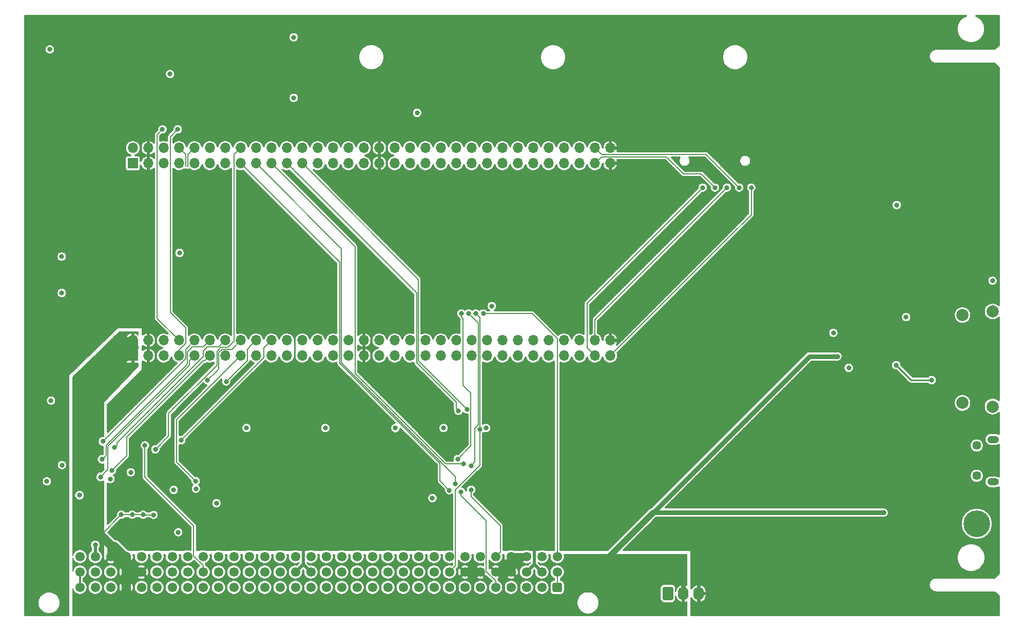
<source format=gbr>
G04 #@! TF.GenerationSoftware,KiCad,Pcbnew,5.1.9+dfsg1-1~bpo10+1*
G04 #@! TF.CreationDate,2022-12-01T16:36:58+01:00*
G04 #@! TF.ProjectId,nubus-to-ztex,6e756275-732d-4746-9f2d-7a7465782e6b,rev?*
G04 #@! TF.SameCoordinates,Original*
G04 #@! TF.FileFunction,Copper,L4,Bot*
G04 #@! TF.FilePolarity,Positive*
%FSLAX46Y46*%
G04 Gerber Fmt 4.6, Leading zero omitted, Abs format (unit mm)*
G04 Created by KiCad (PCBNEW 5.1.9+dfsg1-1~bpo10+1) date 2022-12-01 16:36:58*
%MOMM*%
%LPD*%
G01*
G04 APERTURE LIST*
G04 #@! TA.AperFunction,ComponentPad*
%ADD10C,4.400000*%
G04 #@! TD*
G04 #@! TA.AperFunction,ComponentPad*
%ADD11C,1.450000*%
G04 #@! TD*
G04 #@! TA.AperFunction,ComponentPad*
%ADD12O,1.900000X1.200000*%
G04 #@! TD*
G04 #@! TA.AperFunction,ComponentPad*
%ADD13O,1.740000X2.200000*%
G04 #@! TD*
G04 #@! TA.AperFunction,ComponentPad*
%ADD14R,1.700000X1.700000*%
G04 #@! TD*
G04 #@! TA.AperFunction,ComponentPad*
%ADD15O,1.700000X1.700000*%
G04 #@! TD*
G04 #@! TA.AperFunction,ComponentPad*
%ADD16C,2.000000*%
G04 #@! TD*
G04 #@! TA.AperFunction,ComponentPad*
%ADD17C,1.550000*%
G04 #@! TD*
G04 #@! TA.AperFunction,ViaPad*
%ADD18C,0.800000*%
G04 #@! TD*
G04 #@! TA.AperFunction,Conductor*
%ADD19C,0.500000*%
G04 #@! TD*
G04 #@! TA.AperFunction,Conductor*
%ADD20C,0.152400*%
G04 #@! TD*
G04 #@! TA.AperFunction,Conductor*
%ADD21C,0.250000*%
G04 #@! TD*
G04 #@! TA.AperFunction,Conductor*
%ADD22C,1.200000*%
G04 #@! TD*
G04 #@! TA.AperFunction,Conductor*
%ADD23C,1.500000*%
G04 #@! TD*
G04 #@! TA.AperFunction,Conductor*
%ADD24C,0.800000*%
G04 #@! TD*
G04 #@! TA.AperFunction,Conductor*
%ADD25C,1.600000*%
G04 #@! TD*
G04 #@! TA.AperFunction,Conductor*
%ADD26C,1.000000*%
G04 #@! TD*
G04 #@! TA.AperFunction,Conductor*
%ADD27C,0.200000*%
G04 #@! TD*
G04 #@! TA.AperFunction,Conductor*
%ADD28C,0.300000*%
G04 #@! TD*
G04 #@! TA.AperFunction,Conductor*
%ADD29C,0.100000*%
G04 #@! TD*
G04 APERTURE END LIST*
D10*
X269197500Y-89500000D03*
D11*
X269197500Y-81570000D03*
X269197500Y-76570000D03*
D12*
X271897500Y-82570000D03*
X271897500Y-75570000D03*
G04 #@! TA.AperFunction,ComponentPad*
G36*
G01*
X217390000Y-101850001D02*
X217390000Y-100149999D01*
G75*
G02*
X217639999Y-99900000I249999J0D01*
G01*
X218880001Y-99900000D01*
G75*
G02*
X219130000Y-100149999I0J-249999D01*
G01*
X219130000Y-101850001D01*
G75*
G02*
X218880001Y-102100000I-249999J0D01*
G01*
X217639999Y-102100000D01*
G75*
G02*
X217390000Y-101850001I0J249999D01*
G01*
G37*
G04 #@! TD.AperFunction*
D13*
X220800000Y-101000000D03*
X223340000Y-101000000D03*
D14*
X130000000Y-30000000D03*
D15*
X130000000Y-27460000D03*
X132540000Y-30000000D03*
X132540000Y-27460000D03*
X135080000Y-30000000D03*
X135080000Y-27460000D03*
X137620000Y-30000000D03*
X137620000Y-27460000D03*
X140160000Y-30000000D03*
X140160000Y-27460000D03*
X142700000Y-30000000D03*
X142700000Y-27460000D03*
X145240000Y-30000000D03*
X145240000Y-27460000D03*
X147780000Y-30000000D03*
X147780000Y-27460000D03*
X150320000Y-30000000D03*
X150320000Y-27460000D03*
X152860000Y-30000000D03*
X152860000Y-27460000D03*
X155400000Y-30000000D03*
X155400000Y-27460000D03*
X157940000Y-30000000D03*
X157940000Y-27460000D03*
X160480000Y-30000000D03*
X160480000Y-27460000D03*
X163020000Y-30000000D03*
X163020000Y-27460000D03*
X165560000Y-30000000D03*
X165560000Y-27460000D03*
X168100000Y-30000000D03*
X168100000Y-27460000D03*
X170640000Y-30000000D03*
X170640000Y-27460000D03*
X173180000Y-30000000D03*
X173180000Y-27460000D03*
X175720000Y-30000000D03*
X175720000Y-27460000D03*
X178260000Y-30000000D03*
X178260000Y-27460000D03*
X180800000Y-30000000D03*
X180800000Y-27460000D03*
X183340000Y-30000000D03*
X183340000Y-27460000D03*
X185880000Y-30000000D03*
X185880000Y-27460000D03*
X188420000Y-30000000D03*
X188420000Y-27460000D03*
X190960000Y-30000000D03*
X190960000Y-27460000D03*
X193500000Y-30000000D03*
X193500000Y-27460000D03*
X196040000Y-30000000D03*
X196040000Y-27460000D03*
X198580000Y-30000000D03*
X198580000Y-27460000D03*
X201120000Y-30000000D03*
X201120000Y-27460000D03*
X203660000Y-30000000D03*
X203660000Y-27460000D03*
X206200000Y-30000000D03*
X206200000Y-27460000D03*
X208740000Y-30000000D03*
X208740000Y-27460000D03*
D16*
X271800000Y-70150000D03*
X271800000Y-54450000D03*
X266850000Y-69550000D03*
X266850000Y-55050000D03*
G04 #@! TA.AperFunction,ComponentPad*
G36*
G01*
X200775000Y-99474998D02*
X200775000Y-100525002D01*
G75*
G02*
X200525002Y-100775000I-249998J0D01*
G01*
X199474998Y-100775000D01*
G75*
G02*
X199225000Y-100525002I0J249998D01*
G01*
X199225000Y-99474998D01*
G75*
G02*
X199474998Y-99225000I249998J0D01*
G01*
X200525002Y-99225000D01*
G75*
G02*
X200775000Y-99474998I0J-249998D01*
G01*
G37*
G04 #@! TD.AperFunction*
D17*
X197460000Y-100000000D03*
X194920000Y-100000000D03*
X192380000Y-100000000D03*
X189840000Y-100000000D03*
X187300000Y-100000000D03*
X184760000Y-100000000D03*
X182220000Y-100000000D03*
X179680000Y-100000000D03*
X177140000Y-100000000D03*
X174600000Y-100000000D03*
X172060000Y-100000000D03*
X169520000Y-100000000D03*
X166980000Y-100000000D03*
X164440000Y-100000000D03*
X161900000Y-100000000D03*
X159360000Y-100000000D03*
X156820000Y-100000000D03*
X154280000Y-100000000D03*
X151740000Y-100000000D03*
X149200000Y-100000000D03*
X146660000Y-100000000D03*
X144120000Y-100000000D03*
X141580000Y-100000000D03*
X139040000Y-100000000D03*
X136500000Y-100000000D03*
X133960000Y-100000000D03*
X131420000Y-100000000D03*
X128880000Y-100000000D03*
X126340000Y-100000000D03*
X123800000Y-100000000D03*
X121260000Y-100000000D03*
X200000000Y-97460000D03*
X197460000Y-97460000D03*
X194920000Y-97460000D03*
X192380000Y-97460000D03*
X189840000Y-97460000D03*
X187300000Y-97460000D03*
X184760000Y-97460000D03*
X182220000Y-97460000D03*
X179680000Y-97460000D03*
X177140000Y-97460000D03*
X174600000Y-97460000D03*
X172060000Y-97460000D03*
X169520000Y-97460000D03*
X166980000Y-97460000D03*
X164440000Y-97460000D03*
X161900000Y-97460000D03*
X159360000Y-97460000D03*
X156820000Y-97460000D03*
X154280000Y-97460000D03*
X151740000Y-97460000D03*
X149200000Y-97460000D03*
X146660000Y-97460000D03*
X144120000Y-97460000D03*
X141580000Y-97460000D03*
X139040000Y-97460000D03*
X136500000Y-97460000D03*
X133960000Y-97460000D03*
X131420000Y-97460000D03*
X128880000Y-97460000D03*
X126340000Y-97460000D03*
X123800000Y-97460000D03*
X121260000Y-97460000D03*
X200000000Y-94920000D03*
X197460000Y-94920000D03*
X194920000Y-94920000D03*
X192380000Y-94920000D03*
X189840000Y-94920000D03*
X187300000Y-94920000D03*
X184760000Y-94920000D03*
X182220000Y-94920000D03*
X179680000Y-94920000D03*
X177140000Y-94920000D03*
X174600000Y-94920000D03*
X172060000Y-94920000D03*
X169520000Y-94920000D03*
X166980000Y-94920000D03*
X164440000Y-94920000D03*
X161900000Y-94920000D03*
X159360000Y-94920000D03*
X156820000Y-94920000D03*
X154280000Y-94920000D03*
X151740000Y-94920000D03*
X149200000Y-94920000D03*
X146660000Y-94920000D03*
X144120000Y-94920000D03*
X141580000Y-94920000D03*
X139040000Y-94920000D03*
X136500000Y-94920000D03*
X133960000Y-94920000D03*
X131420000Y-94920000D03*
X128880000Y-94920000D03*
X126340000Y-94920000D03*
X123800000Y-94920000D03*
X121260000Y-94920000D03*
D15*
X208740000Y-59210000D03*
X208740000Y-61750000D03*
X206200000Y-59210000D03*
X206200000Y-61750000D03*
X203660000Y-59210000D03*
X203660000Y-61750000D03*
X201120000Y-59210000D03*
X201120000Y-61750000D03*
X198580000Y-59210000D03*
X198580000Y-61750000D03*
X196040000Y-59210000D03*
X196040000Y-61750000D03*
X193500000Y-59210000D03*
X193500000Y-61750000D03*
X190960000Y-59210000D03*
X190960000Y-61750000D03*
X188420000Y-59210000D03*
X188420000Y-61750000D03*
X185880000Y-59210000D03*
X185880000Y-61750000D03*
X183340000Y-59210000D03*
X183340000Y-61750000D03*
X180800000Y-59210000D03*
X180800000Y-61750000D03*
X178260000Y-59210000D03*
X178260000Y-61750000D03*
X175720000Y-59210000D03*
X175720000Y-61750000D03*
X173180000Y-59210000D03*
X173180000Y-61750000D03*
X170640000Y-59210000D03*
X170640000Y-61750000D03*
X168100000Y-59210000D03*
X168100000Y-61750000D03*
X165560000Y-59210000D03*
X165560000Y-61750000D03*
X163020000Y-59210000D03*
X163020000Y-61750000D03*
X160480000Y-59210000D03*
X160480000Y-61750000D03*
X157940000Y-59210000D03*
X157940000Y-61750000D03*
X155400000Y-59210000D03*
X155400000Y-61750000D03*
X152860000Y-59210000D03*
X152860000Y-61750000D03*
X150320000Y-59210000D03*
X150320000Y-61750000D03*
X147780000Y-59210000D03*
X147780000Y-61750000D03*
X145240000Y-59210000D03*
X145240000Y-61750000D03*
X142700000Y-59210000D03*
X142700000Y-61750000D03*
X140160000Y-59210000D03*
X140160000Y-61750000D03*
X137620000Y-59210000D03*
X137620000Y-61750000D03*
X135080000Y-59210000D03*
X135080000Y-61750000D03*
X132540000Y-59210000D03*
X132540000Y-61750000D03*
X130000000Y-59210000D03*
D14*
X130000000Y-61750000D03*
D18*
X155357500Y-78180000D03*
X265875000Y-51000000D03*
X222740000Y-36800000D03*
X234000000Y-34000000D03*
X174500000Y-71000000D03*
X194880000Y-35760000D03*
X208740000Y-50800000D03*
X215540000Y-27460000D03*
X116300000Y-16437500D03*
X268000000Y-58050000D03*
X149900000Y-71000000D03*
X145300000Y-90050000D03*
X189500000Y-71000000D03*
X186786371Y-50762953D03*
X118534670Y-98720000D03*
X115200000Y-90730000D03*
X152880000Y-42180000D03*
X181586371Y-48162953D03*
X268000000Y-65550000D03*
X187000000Y-83100000D03*
X183850000Y-73462500D03*
X256220000Y-61875000D03*
X135250000Y-70800000D03*
X139252400Y-47600000D03*
X268000000Y-61050000D03*
X262640000Y-79355000D03*
X140070000Y-71650000D03*
X168650000Y-91575000D03*
X267730000Y-79355000D03*
X145400000Y-88100000D03*
X163000000Y-71000000D03*
X163305000Y-18100000D03*
X149555000Y-18100000D03*
X158100000Y-92000000D03*
X207500000Y-71000000D03*
X132800000Y-79640000D03*
X131100000Y-77215000D03*
X252900000Y-82730000D03*
X264200000Y-67357500D03*
X194857500Y-79750000D03*
X115200000Y-87480000D03*
X176480000Y-33630000D03*
X140070000Y-65480000D03*
X181586371Y-53962953D03*
X165000000Y-8080000D03*
X236450000Y-82730000D03*
X145125000Y-50200000D03*
X256010000Y-87920000D03*
X148200000Y-86800000D03*
X117200000Y-84780000D03*
X179800000Y-92480000D03*
X123800000Y-93000000D03*
X115670000Y-40410000D03*
X190611371Y-50675453D03*
X168357500Y-79750000D03*
X228090000Y-60250000D03*
X168820000Y-45760000D03*
X168357500Y-78180000D03*
X139300000Y-87450000D03*
X255040000Y-53812500D03*
X246062500Y-59100000D03*
X255500000Y-58625000D03*
X158127500Y-19200000D03*
X179857500Y-79750000D03*
X127900000Y-72015000D03*
X115200000Y-89430000D03*
X267720000Y-77180000D03*
X196200000Y-92480000D03*
X155357500Y-79750000D03*
X244180000Y-99750000D03*
X137500000Y-89312500D03*
X158730000Y-9200000D03*
X147900000Y-8080000D03*
X256000000Y-35315000D03*
X256000000Y-14000000D03*
X234000000Y-14000000D03*
X125722000Y-33528000D03*
X228670000Y-36800000D03*
X143040000Y-68680000D03*
X268560000Y-51000000D03*
X265875000Y-49425000D03*
X265875000Y-44295000D03*
X224457500Y-95500000D03*
X232000000Y-34000000D03*
X161750000Y-73687500D03*
X176885673Y-21678535D03*
X188250000Y-73687500D03*
X136727523Y-83900000D03*
X137700000Y-44789641D03*
X126287500Y-82100000D03*
X248080000Y-63750000D03*
X257550000Y-55387500D03*
X156530000Y-19200000D03*
X156530000Y-9200000D03*
X115812500Y-82500000D03*
X148750000Y-73687500D03*
X140387500Y-83700000D03*
X118300000Y-79800000D03*
X143787500Y-86100000D03*
X245550000Y-57975000D03*
X137500000Y-90887500D03*
X116300000Y-11212500D03*
X116500000Y-69150000D03*
X173300000Y-73700000D03*
X118265134Y-45400000D03*
X121200000Y-84780000D03*
X181250000Y-73687500D03*
X118265134Y-51400000D03*
X136140000Y-15272793D03*
X189211371Y-53562953D03*
X129652500Y-81000000D03*
X179412661Y-85255497D03*
X256000000Y-36890000D03*
X253850000Y-87660000D03*
X246230000Y-61872500D03*
X131697842Y-88000000D03*
X129897842Y-88000000D03*
X128097842Y-88000000D03*
X133421568Y-88014972D03*
X188575000Y-102850000D03*
X220800000Y-97000000D03*
X187800000Y-54800000D03*
X184200000Y-54800000D03*
X183600000Y-78800000D03*
X184150000Y-84250000D03*
X186600000Y-54800000D03*
X187263411Y-73930000D03*
X185400000Y-54800000D03*
X185800000Y-83875000D03*
X185800000Y-79900000D03*
X137965000Y-75700000D03*
X132000000Y-76565000D03*
X137410000Y-24400000D03*
X134880000Y-24400000D03*
X271800000Y-49380000D03*
X226000000Y-34000000D03*
X228000000Y-34000000D03*
X224000000Y-34000000D03*
X230000000Y-34000000D03*
X133700000Y-77215000D03*
X145387500Y-66000000D03*
X140375000Y-82475000D03*
X142300000Y-65800000D03*
X125066330Y-75900000D03*
X126550000Y-80675000D03*
X124712500Y-81750000D03*
X126975000Y-76905000D03*
X124925000Y-78850000D03*
X182200161Y-83950161D03*
X183200000Y-82900000D03*
X184500000Y-79600000D03*
X185110000Y-70590000D03*
X183710000Y-70850000D03*
X261760000Y-65782500D03*
X255920000Y-63320000D03*
D19*
X158100000Y-96200000D02*
X158100000Y-92000000D01*
X159360000Y-97460000D02*
X158100000Y-96200000D01*
D20*
X152880000Y-42180000D02*
X152880000Y-52210000D01*
D19*
X156820000Y-97460000D02*
X158080000Y-96200000D01*
D20*
X158080000Y-96200000D02*
X158100000Y-96200000D01*
X152880000Y-52210000D02*
X156670000Y-56000000D01*
D19*
X194920000Y-97460000D02*
X196180000Y-96200000D01*
D20*
X196180000Y-96200000D02*
X196200000Y-96200000D01*
D21*
X156670000Y-56000000D02*
X156670000Y-64670000D01*
D19*
X123800000Y-94920000D02*
X123800000Y-93000000D01*
D20*
X156670000Y-64670000D02*
X163000000Y-71000000D01*
D19*
X196200000Y-96200000D02*
X196200000Y-92490000D01*
X197460000Y-97460000D02*
X196200000Y-96200000D01*
D20*
X208740000Y-61750000D02*
X228230000Y-42260000D01*
X232000000Y-38490000D02*
X228230000Y-42260000D01*
X232000000Y-34000000D02*
X232000000Y-38490000D01*
D22*
X189840000Y-97460000D02*
X192380000Y-97460000D01*
D23*
X128880000Y-100000000D02*
X128880000Y-101096015D01*
X128880000Y-101096015D02*
X130633985Y-102850000D01*
X130633985Y-102850000D02*
X132675000Y-102850000D01*
D19*
X184760000Y-97460000D02*
X183500000Y-98720000D01*
D22*
X187300000Y-97460000D02*
X184760000Y-97460000D01*
X192380000Y-94920000D02*
X192380000Y-97460000D01*
X194920000Y-94920000D02*
X192380000Y-94920000D01*
X130000000Y-61750000D02*
X128998000Y-61750000D01*
D23*
X123050000Y-89750000D02*
X124930000Y-91630000D01*
X123050000Y-67697600D02*
X123050000Y-89750000D01*
D24*
X246230000Y-61872500D02*
X241617500Y-61872500D01*
D22*
X126340000Y-94920000D02*
X126340000Y-93040000D01*
D23*
X126340000Y-93040000D02*
X124930000Y-91630000D01*
X127897927Y-62850000D02*
X123050000Y-67697600D01*
X128998000Y-61750000D02*
X127897927Y-62850000D01*
D25*
X130000000Y-61750000D02*
X130000000Y-59210000D01*
D26*
X128998000Y-61750000D02*
X128998000Y-59252000D01*
X129040000Y-59210000D02*
X130000000Y-59210000D01*
X128998000Y-59252000D02*
X129040000Y-59210000D01*
X200640000Y-102850000D02*
X205520000Y-97970000D01*
D20*
X183500000Y-102800000D02*
X183450000Y-102850000D01*
D19*
X183500000Y-98720000D02*
X183500000Y-102800000D01*
D26*
X193650000Y-102850000D02*
X200640000Y-102850000D01*
D19*
X193650000Y-98730000D02*
X192380000Y-97460000D01*
D20*
X131712814Y-88014972D02*
X131697842Y-88000000D01*
X133421568Y-88014972D02*
X131712814Y-88014972D01*
X131697842Y-88000000D02*
X129897842Y-88000000D01*
X129897842Y-88000000D02*
X128097842Y-88000000D01*
X124930000Y-91167842D02*
X124930000Y-91630000D01*
X128097842Y-88000000D02*
X124930000Y-91167842D01*
D23*
X128880000Y-97460000D02*
X131420000Y-97460000D01*
X128880000Y-97460000D02*
X128880000Y-100000000D01*
X128880000Y-94920000D02*
X128880000Y-97460000D01*
D19*
X193650000Y-102850000D02*
X193650000Y-98730000D01*
X187300000Y-97460000D02*
X186025000Y-98735000D01*
D20*
X186025000Y-102825000D02*
X186050000Y-102850000D01*
D19*
X186025000Y-98735000D02*
X186025000Y-102825000D01*
D23*
X183450000Y-102850000D02*
X186050000Y-102850000D01*
D19*
X189840000Y-97460000D02*
X191100000Y-98720000D01*
X191100000Y-98720000D02*
X191100000Y-102650000D01*
D20*
X191100000Y-102650000D02*
X191300000Y-102850000D01*
D23*
X191300000Y-102850000D02*
X193650000Y-102850000D01*
X186050000Y-102850000D02*
X188575000Y-102850000D01*
X188575000Y-102850000D02*
X191300000Y-102850000D01*
D19*
X132675000Y-98715000D02*
X132675000Y-102850000D01*
X131420000Y-97460000D02*
X132675000Y-98715000D01*
D23*
X183450000Y-102850000D02*
X132675000Y-102850000D01*
D22*
X126340000Y-94920000D02*
X128880000Y-94920000D01*
X127000000Y-93040000D02*
X126340000Y-93040000D01*
D20*
X127585000Y-93675000D02*
X127635000Y-93675000D01*
D22*
X127635000Y-93675000D02*
X127000000Y-93040000D01*
X126340000Y-94920000D02*
X127585000Y-93675000D01*
X128880000Y-94920000D02*
X127635000Y-93675000D01*
D23*
X188575000Y-102850000D02*
X188575000Y-102850000D01*
D20*
X215830000Y-87660000D02*
X215745000Y-87745000D01*
D24*
X253850000Y-87660000D02*
X215830000Y-87660000D01*
X241617500Y-61872500D02*
X215745000Y-87745000D01*
D20*
X206490000Y-97000000D02*
X206445000Y-97045000D01*
D26*
X215745000Y-87745000D02*
X206445000Y-97045000D01*
D24*
X220800000Y-97000000D02*
X206490000Y-97000000D01*
D26*
X206445000Y-97045000D02*
X205520000Y-97970000D01*
D24*
X220800000Y-101000000D02*
X220800000Y-97000000D01*
D27*
X200000000Y-100000000D02*
X200000000Y-97460000D01*
D20*
X195845000Y-54800000D02*
X187800000Y-54800000D01*
X200000000Y-58955000D02*
X195845000Y-54800000D01*
X200000000Y-94920000D02*
X200000000Y-58955000D01*
X189840000Y-98903985D02*
X189840000Y-100000000D01*
X184150000Y-84250000D02*
X184150000Y-84815685D01*
X184150000Y-84815685D02*
X188303601Y-88969286D01*
X188303601Y-88969286D02*
X188303601Y-97367586D01*
X188303601Y-97367586D02*
X189840000Y-98903985D01*
X184200000Y-54800000D02*
X184200000Y-55365685D01*
X184200000Y-55365685D02*
X184418601Y-55584286D01*
X184418601Y-55584286D02*
X184418601Y-66588601D01*
X185738601Y-67908601D02*
X184418601Y-66588601D01*
X185738601Y-76661399D02*
X185738601Y-67908601D01*
X183600000Y-78800000D02*
X185738601Y-76661399D01*
D28*
X121260000Y-97460000D02*
X121260000Y-100000000D01*
D20*
X182220000Y-97460000D02*
X183223601Y-96456399D01*
X187263411Y-79833791D02*
X187263411Y-73930000D01*
X183223601Y-83873601D02*
X187263411Y-79833791D01*
X187263411Y-55463411D02*
X186600000Y-54800000D01*
X187263411Y-73930000D02*
X187263411Y-55463411D01*
X183223601Y-96456399D02*
X183223601Y-83873601D01*
X190614999Y-89814999D02*
X185800000Y-85000000D01*
X190614999Y-94145001D02*
X190614999Y-89814999D01*
X189840000Y-94920000D02*
X190614999Y-94145001D01*
X185800000Y-85000000D02*
X185800000Y-83875000D01*
X186958601Y-56358601D02*
X185400000Y-54800000D01*
X185800000Y-79900000D02*
X186428601Y-79271399D01*
X186428601Y-79271399D02*
X186428601Y-73701399D01*
X186428601Y-73701399D02*
X186958601Y-73171399D01*
X186958601Y-73171399D02*
X186958601Y-56358601D01*
X138698601Y-28538601D02*
X138698601Y-30517729D01*
X137620000Y-27460000D02*
X138698601Y-28538601D01*
X139310001Y-28309999D02*
X140160000Y-27460000D01*
X139081399Y-30565997D02*
X139081399Y-28538601D01*
X139081399Y-28538601D02*
X139310001Y-28309999D01*
X152860000Y-59210000D02*
X151600000Y-60470000D01*
X151600000Y-62065000D02*
X151398601Y-62266399D01*
X151600000Y-60470000D02*
X151600000Y-62065000D01*
X137965000Y-75700000D02*
X151398601Y-62266399D01*
X140043601Y-94827586D02*
X140043601Y-89843601D01*
X141580000Y-96363985D02*
X140043601Y-94827586D01*
X141580000Y-97460000D02*
X141580000Y-96363985D01*
X132000000Y-81800000D02*
X132000000Y-76565000D01*
X140043601Y-89843601D02*
X132000000Y-81800000D01*
X137620000Y-61750000D02*
X137620000Y-60806330D01*
X137620000Y-60806330D02*
X138698601Y-59727729D01*
X138698601Y-59727729D02*
X138698601Y-57188601D01*
X136158601Y-25651399D02*
X136158601Y-54648601D01*
X137410000Y-24400000D02*
X136158601Y-25651399D01*
X138698601Y-57188601D02*
X136158601Y-54648601D01*
X134001399Y-25278601D02*
X134880000Y-24400000D01*
X134001399Y-55591399D02*
X134001399Y-25278601D01*
X137620000Y-59210000D02*
X134001399Y-55591399D01*
X207278601Y-28921399D02*
X218021399Y-28921399D01*
X206200000Y-30000000D02*
X207278601Y-28921399D01*
X218021399Y-28921399D02*
X220850000Y-31750000D01*
X223750000Y-31750000D02*
X226000000Y-34000000D01*
X220850000Y-31750000D02*
X223750000Y-31750000D01*
X206200000Y-55800000D02*
X228000000Y-34000000D01*
X206200000Y-59210000D02*
X206200000Y-55800000D01*
X224000000Y-34000000D02*
X205550000Y-52450000D01*
X206200000Y-61750000D02*
X204900000Y-60450000D01*
X204900000Y-53100000D02*
X205550000Y-52450000D01*
X204900000Y-60450000D02*
X204900000Y-53100000D01*
X224538601Y-28538601D02*
X230000000Y-34000000D01*
X206200000Y-27460000D02*
X207278601Y-28538601D01*
X207278601Y-28538601D02*
X224538601Y-28538601D01*
X146701399Y-28538601D02*
X147780000Y-27460000D01*
X146701399Y-59344931D02*
X146701399Y-28538601D01*
X145679741Y-60366589D02*
X146701399Y-59344931D01*
X144514477Y-60366589D02*
X145679741Y-60366589D01*
X135878601Y-75036399D02*
X135878601Y-71291069D01*
X135878601Y-71291069D02*
X143856589Y-63313081D01*
X143856589Y-61024477D02*
X144514477Y-60366589D01*
X133700000Y-77215000D02*
X135878601Y-75036399D01*
X143856589Y-63313081D02*
X143856589Y-61024477D01*
X148858601Y-62528899D02*
X148858601Y-60671399D01*
X149470001Y-60059999D02*
X150320000Y-59210000D01*
X148858601Y-60671399D02*
X149470001Y-60059999D01*
X145387500Y-66000000D02*
X148858601Y-62528899D01*
X140375000Y-82475000D02*
X137200000Y-79300000D01*
X137200000Y-72330000D02*
X147780000Y-61750000D01*
X137200000Y-79300000D02*
X137200000Y-72330000D01*
X144161399Y-63938601D02*
X143778601Y-64321399D01*
X147780000Y-59210000D02*
X146318601Y-60671399D01*
X143778601Y-64321399D02*
X142300000Y-65800000D01*
X144718601Y-60671399D02*
X144161399Y-61228601D01*
X146318601Y-60671399D02*
X144718601Y-60671399D01*
X144161399Y-61228601D02*
X144161399Y-63938601D01*
X138698601Y-60671399D02*
X140160000Y-59210000D01*
X138698601Y-62267729D02*
X125066330Y-75900000D01*
X138698601Y-60671399D02*
X138698601Y-62267729D01*
X128958411Y-75223759D02*
X128958411Y-78266589D01*
X141582171Y-62599999D02*
X128958411Y-75223759D01*
X141850001Y-62599999D02*
X141582171Y-62599999D01*
X142700000Y-61750000D02*
X141850001Y-62599999D01*
X128958411Y-78266589D02*
X126550000Y-80675000D01*
X126550000Y-80675000D02*
X126550000Y-80675000D01*
X140160000Y-61750000D02*
X139310001Y-62599999D01*
X125904810Y-80557690D02*
X124712500Y-81750000D01*
X139310001Y-63334669D02*
X125904810Y-76739860D01*
X139310001Y-62599999D02*
X139310001Y-63334669D01*
X125904810Y-76739860D02*
X125904810Y-80557690D01*
X144390001Y-60059999D02*
X145240000Y-59210000D01*
X141621399Y-60928601D02*
X142261399Y-60288601D01*
X144161399Y-60288601D02*
X144390001Y-60059999D01*
X141621399Y-61884931D02*
X141621399Y-60928601D01*
X142261399Y-60288601D02*
X144161399Y-60288601D01*
X126975000Y-76905000D02*
X127374999Y-76505001D01*
X127374999Y-76505001D02*
X127374999Y-76131331D01*
X127374999Y-76131331D02*
X141621399Y-61884931D01*
X139003411Y-61121589D02*
X139003411Y-63146589D01*
X139836399Y-60288601D02*
X139003411Y-61121589D01*
X141621399Y-60288601D02*
X139836399Y-60288601D01*
X142700000Y-59210000D02*
X141621399Y-60288601D01*
X139003411Y-63146589D02*
X125600000Y-76550000D01*
X125600000Y-76550000D02*
X125600000Y-76550000D01*
X125324999Y-78450001D02*
X124925000Y-78850000D01*
X125600000Y-78175000D02*
X125324999Y-78450001D01*
X125600000Y-76550000D02*
X125600000Y-78175000D01*
X180621399Y-82371399D02*
X182200161Y-83950161D01*
X147780000Y-30000000D02*
X164098601Y-46318601D01*
X180621399Y-79531399D02*
X180621399Y-82371399D01*
X164098601Y-46318601D02*
X164098601Y-63008601D01*
X164098601Y-63008601D02*
X180621399Y-79531399D01*
X151169999Y-30849999D02*
X150320000Y-30000000D01*
X183200000Y-82900000D02*
X183200000Y-81678934D01*
X183200000Y-81678934D02*
X164403411Y-62882345D01*
X164403411Y-62882345D02*
X164403411Y-44083411D01*
X164403411Y-44083411D02*
X151169999Y-30849999D01*
X153709999Y-30849999D02*
X152860000Y-30000000D01*
X166638601Y-64686469D02*
X166638601Y-43778601D01*
X166638601Y-43778601D02*
X153709999Y-30849999D01*
X181552132Y-79600000D02*
X166638601Y-64686469D01*
X184500000Y-79600000D02*
X181552132Y-79600000D01*
X158789999Y-30849999D02*
X157940000Y-30000000D01*
X177103411Y-49163411D02*
X158789999Y-30849999D01*
X177103411Y-62583411D02*
X177103411Y-49163411D01*
X185110000Y-70590000D02*
X177103411Y-62583411D01*
X176798601Y-51398601D02*
X155400000Y-30000000D01*
X176798601Y-62898601D02*
X176798601Y-51398601D01*
X183310001Y-69410001D02*
X176798601Y-62898601D01*
X183310001Y-70450001D02*
X183310001Y-69410001D01*
X183710000Y-70850000D02*
X183310001Y-70450001D01*
D21*
X258382500Y-65782500D02*
X261760000Y-65782500D01*
X255920000Y-63320000D02*
X258382500Y-65782500D01*
D28*
X267154575Y-5761895D02*
X266772348Y-6017290D01*
X266447290Y-6342348D01*
X266191895Y-6724575D01*
X266015975Y-7149282D01*
X265926292Y-7600150D01*
X265926292Y-8059850D01*
X266015975Y-8510718D01*
X266191895Y-8935425D01*
X266447290Y-9317652D01*
X266772348Y-9642710D01*
X267154575Y-9898105D01*
X267579282Y-10074025D01*
X268030150Y-10163708D01*
X268489850Y-10163708D01*
X268940718Y-10074025D01*
X269365425Y-9898105D01*
X269747652Y-9642710D01*
X270072710Y-9317652D01*
X270328105Y-8935425D01*
X270504025Y-8510718D01*
X270593708Y-8059850D01*
X270593708Y-7600150D01*
X270504025Y-7149282D01*
X270328105Y-6724575D01*
X270072710Y-6342348D01*
X269747652Y-6017290D01*
X269365425Y-5761895D01*
X269095287Y-5650000D01*
X272805000Y-5650000D01*
X272805001Y-10462536D01*
X272162539Y-11105000D01*
X262474212Y-11105000D01*
X262448079Y-11107574D01*
X262438992Y-11107574D01*
X262431702Y-11108340D01*
X262295938Y-11123569D01*
X262249407Y-11133460D01*
X262202722Y-11142703D01*
X262195720Y-11144871D01*
X262065499Y-11186179D01*
X262021741Y-11204934D01*
X261977767Y-11223058D01*
X261971325Y-11226542D01*
X261971322Y-11226543D01*
X261971319Y-11226545D01*
X261851601Y-11292361D01*
X261812366Y-11319226D01*
X261772708Y-11345575D01*
X261767060Y-11350247D01*
X261662406Y-11438062D01*
X261629113Y-11472060D01*
X261595349Y-11505589D01*
X261590716Y-11511269D01*
X261505112Y-11617739D01*
X261479038Y-11657585D01*
X261452451Y-11697001D01*
X261449009Y-11703473D01*
X261385715Y-11824543D01*
X261367893Y-11868653D01*
X261349449Y-11912530D01*
X261347331Y-11919548D01*
X261308759Y-12050605D01*
X261299847Y-12097324D01*
X261290275Y-12143956D01*
X261289560Y-12151251D01*
X261277178Y-12287304D01*
X261277510Y-12334881D01*
X261277177Y-12382468D01*
X261277893Y-12389763D01*
X261292173Y-12525631D01*
X261301738Y-12572227D01*
X261310658Y-12618987D01*
X261312777Y-12626004D01*
X261353176Y-12756510D01*
X261371612Y-12800367D01*
X261389439Y-12844492D01*
X261392881Y-12850964D01*
X261457859Y-12971138D01*
X261484461Y-13010578D01*
X261510520Y-13050400D01*
X261515153Y-13056081D01*
X261602235Y-13161346D01*
X261636019Y-13194895D01*
X261669294Y-13228874D01*
X261674942Y-13233547D01*
X261780812Y-13319892D01*
X261820450Y-13346227D01*
X261859707Y-13373107D01*
X261866155Y-13376593D01*
X261986780Y-13440730D01*
X262030761Y-13458858D01*
X262074505Y-13477607D01*
X262081507Y-13479774D01*
X262212292Y-13519261D01*
X262258951Y-13528500D01*
X262305516Y-13538398D01*
X262312806Y-13539164D01*
X262448770Y-13552495D01*
X262448780Y-13552495D01*
X262474212Y-13555000D01*
X272162539Y-13555000D01*
X272805001Y-14197464D01*
X272805001Y-53404391D01*
X272724321Y-53323711D01*
X272486833Y-53165027D01*
X272222949Y-53055723D01*
X271942813Y-53000000D01*
X271657187Y-53000000D01*
X271377051Y-53055723D01*
X271113167Y-53165027D01*
X270875679Y-53323711D01*
X270673711Y-53525679D01*
X270515027Y-53763167D01*
X270405723Y-54027051D01*
X270350000Y-54307187D01*
X270350000Y-54592813D01*
X270405723Y-54872949D01*
X270515027Y-55136833D01*
X270673711Y-55374321D01*
X270875679Y-55576289D01*
X271113167Y-55734973D01*
X271377051Y-55844277D01*
X271657187Y-55900000D01*
X271942813Y-55900000D01*
X272222949Y-55844277D01*
X272486833Y-55734973D01*
X272724321Y-55576289D01*
X272805001Y-55495609D01*
X272805000Y-69104390D01*
X272724321Y-69023711D01*
X272486833Y-68865027D01*
X272222949Y-68755723D01*
X271942813Y-68700000D01*
X271657187Y-68700000D01*
X271377051Y-68755723D01*
X271113167Y-68865027D01*
X270875679Y-69023711D01*
X270673711Y-69225679D01*
X270515027Y-69463167D01*
X270405723Y-69727051D01*
X270350000Y-70007187D01*
X270350000Y-70292813D01*
X270405723Y-70572949D01*
X270515027Y-70836833D01*
X270673711Y-71074321D01*
X270875679Y-71276289D01*
X271113167Y-71434973D01*
X271377051Y-71544277D01*
X271657187Y-71600000D01*
X271942813Y-71600000D01*
X272222949Y-71544277D01*
X272486833Y-71434973D01*
X272724321Y-71276289D01*
X272805000Y-71195610D01*
X272805000Y-74677408D01*
X272651262Y-74595233D01*
X272453336Y-74535193D01*
X272299078Y-74520000D01*
X271495922Y-74520000D01*
X271341664Y-74535193D01*
X271143738Y-74595233D01*
X270961329Y-74692733D01*
X270801446Y-74823946D01*
X270670233Y-74983829D01*
X270572733Y-75166238D01*
X270512693Y-75364164D01*
X270492420Y-75570000D01*
X270512693Y-75775836D01*
X270572733Y-75973762D01*
X270670233Y-76156171D01*
X270801446Y-76316054D01*
X270961329Y-76447267D01*
X271143738Y-76544767D01*
X271341664Y-76604807D01*
X271495922Y-76620000D01*
X272299078Y-76620000D01*
X272453336Y-76604807D01*
X272651262Y-76544767D01*
X272805000Y-76462592D01*
X272805000Y-81677408D01*
X272651262Y-81595233D01*
X272453336Y-81535193D01*
X272299078Y-81520000D01*
X271495922Y-81520000D01*
X271341664Y-81535193D01*
X271143738Y-81595233D01*
X270961329Y-81692733D01*
X270801446Y-81823946D01*
X270670233Y-81983829D01*
X270572733Y-82166238D01*
X270512693Y-82364164D01*
X270492420Y-82570000D01*
X270512693Y-82775836D01*
X270572733Y-82973762D01*
X270670233Y-83156171D01*
X270801446Y-83316054D01*
X270961329Y-83447267D01*
X271143738Y-83544767D01*
X271341664Y-83604807D01*
X271495922Y-83620000D01*
X272299078Y-83620000D01*
X272453336Y-83604807D01*
X272651262Y-83544767D01*
X272805000Y-83462592D01*
X272805000Y-97712537D01*
X272162539Y-98355000D01*
X262474212Y-98355000D01*
X262448079Y-98357574D01*
X262438992Y-98357574D01*
X262431702Y-98358340D01*
X262295938Y-98373569D01*
X262249407Y-98383460D01*
X262202722Y-98392703D01*
X262195720Y-98394871D01*
X262065499Y-98436179D01*
X262021741Y-98454934D01*
X261977767Y-98473058D01*
X261971325Y-98476542D01*
X261971322Y-98476543D01*
X261971319Y-98476545D01*
X261851601Y-98542361D01*
X261812366Y-98569226D01*
X261772708Y-98595575D01*
X261767060Y-98600247D01*
X261662406Y-98688062D01*
X261629113Y-98722060D01*
X261595349Y-98755589D01*
X261590716Y-98761269D01*
X261505112Y-98867739D01*
X261479038Y-98907585D01*
X261452451Y-98947001D01*
X261449009Y-98953473D01*
X261385715Y-99074543D01*
X261367893Y-99118653D01*
X261349449Y-99162530D01*
X261347331Y-99169548D01*
X261308759Y-99300605D01*
X261299847Y-99347324D01*
X261290275Y-99393956D01*
X261289560Y-99401251D01*
X261277178Y-99537304D01*
X261277510Y-99584881D01*
X261277177Y-99632468D01*
X261277893Y-99639763D01*
X261292173Y-99775631D01*
X261301738Y-99822227D01*
X261310658Y-99868987D01*
X261312777Y-99876004D01*
X261353176Y-100006510D01*
X261371612Y-100050367D01*
X261389439Y-100094492D01*
X261392881Y-100100964D01*
X261457859Y-100221138D01*
X261484461Y-100260578D01*
X261510520Y-100300400D01*
X261515153Y-100306081D01*
X261602235Y-100411346D01*
X261636019Y-100444895D01*
X261669294Y-100478874D01*
X261674942Y-100483547D01*
X261780812Y-100569892D01*
X261820450Y-100596227D01*
X261859707Y-100623107D01*
X261866155Y-100626593D01*
X261986780Y-100690730D01*
X262030761Y-100708858D01*
X262074505Y-100727607D01*
X262081507Y-100729774D01*
X262212292Y-100769261D01*
X262258951Y-100778500D01*
X262305516Y-100788398D01*
X262312806Y-100789164D01*
X262448770Y-100802495D01*
X262448780Y-100802495D01*
X262474212Y-100805000D01*
X272162539Y-100805000D01*
X272805001Y-101447464D01*
X272805000Y-104555000D01*
X222150000Y-104555000D01*
X222150000Y-101804973D01*
X222160278Y-101831226D01*
X222300239Y-102049826D01*
X222480158Y-102236921D01*
X222693120Y-102385320D01*
X222930941Y-102489321D01*
X223031429Y-102513427D01*
X223236000Y-102433013D01*
X223236000Y-101104000D01*
X223444000Y-101104000D01*
X223444000Y-102433013D01*
X223648571Y-102513427D01*
X223749059Y-102489321D01*
X223986880Y-102385320D01*
X224199842Y-102236921D01*
X224379761Y-102049826D01*
X224519722Y-101831226D01*
X224614347Y-101589521D01*
X224660000Y-101334000D01*
X224660000Y-101104000D01*
X223444000Y-101104000D01*
X223236000Y-101104000D01*
X223216000Y-101104000D01*
X223216000Y-100896000D01*
X223236000Y-100896000D01*
X223236000Y-99566987D01*
X223444000Y-99566987D01*
X223444000Y-100896000D01*
X224660000Y-100896000D01*
X224660000Y-100666000D01*
X224614347Y-100410479D01*
X224519722Y-100168774D01*
X224379761Y-99950174D01*
X224199842Y-99763079D01*
X223986880Y-99614680D01*
X223749059Y-99510679D01*
X223648571Y-99486573D01*
X223444000Y-99566987D01*
X223236000Y-99566987D01*
X223031429Y-99486573D01*
X222930941Y-99510679D01*
X222693120Y-99614680D01*
X222480158Y-99763079D01*
X222300239Y-99950174D01*
X222160278Y-100168774D01*
X222150000Y-100195028D01*
X222150000Y-94847699D01*
X265901412Y-94847699D01*
X265901412Y-95312301D01*
X265992051Y-95767975D01*
X266169847Y-96197210D01*
X266427965Y-96583512D01*
X266756488Y-96912035D01*
X267142790Y-97170153D01*
X267572025Y-97347949D01*
X268027699Y-97438588D01*
X268492301Y-97438588D01*
X268947975Y-97347949D01*
X269377210Y-97170153D01*
X269763512Y-96912035D01*
X270092035Y-96583512D01*
X270350153Y-96197210D01*
X270527949Y-95767975D01*
X270618588Y-95312301D01*
X270618588Y-94847699D01*
X270527949Y-94392025D01*
X270350153Y-93962790D01*
X270092035Y-93576488D01*
X269763512Y-93247965D01*
X269377210Y-92989847D01*
X268947975Y-92812051D01*
X268492301Y-92721412D01*
X268027699Y-92721412D01*
X267572025Y-92812051D01*
X267142790Y-92989847D01*
X266756488Y-93247965D01*
X266427965Y-93576488D01*
X266169847Y-93962790D01*
X265992051Y-94392025D01*
X265901412Y-94847699D01*
X222150000Y-94847699D01*
X222150000Y-94000000D01*
X222147118Y-93970736D01*
X222138582Y-93942597D01*
X222124720Y-93916664D01*
X222106066Y-93893934D01*
X222083336Y-93875280D01*
X222057403Y-93861418D01*
X222029264Y-93852882D01*
X222000000Y-93850000D01*
X210983502Y-93850000D01*
X215594504Y-89238998D01*
X266547500Y-89238998D01*
X266547500Y-89761002D01*
X266649338Y-90272976D01*
X266849101Y-90755246D01*
X267139111Y-91189276D01*
X267508224Y-91558389D01*
X267942254Y-91848399D01*
X268424524Y-92048162D01*
X268936498Y-92150000D01*
X269458502Y-92150000D01*
X269970476Y-92048162D01*
X270452746Y-91848399D01*
X270886776Y-91558389D01*
X271255889Y-91189276D01*
X271545899Y-90755246D01*
X271745662Y-90272976D01*
X271847500Y-89761002D01*
X271847500Y-89238998D01*
X271745662Y-88727024D01*
X271545899Y-88244754D01*
X271255889Y-87810724D01*
X270886776Y-87441611D01*
X270452746Y-87151601D01*
X269970476Y-86951838D01*
X269458502Y-86850000D01*
X268936498Y-86850000D01*
X268424524Y-86951838D01*
X267942254Y-87151601D01*
X267508224Y-87441611D01*
X267139111Y-87810724D01*
X266849101Y-88244754D01*
X266649338Y-88727024D01*
X266547500Y-89238998D01*
X215594504Y-89238998D01*
X216323503Y-88510000D01*
X253933718Y-88510000D01*
X253974883Y-88501812D01*
X254016629Y-88497700D01*
X254056772Y-88485523D01*
X254097936Y-88477335D01*
X254136706Y-88461276D01*
X254176855Y-88449097D01*
X254213857Y-88429319D01*
X254252626Y-88413260D01*
X254287521Y-88389944D01*
X254324519Y-88370168D01*
X254356945Y-88343557D01*
X254391844Y-88320238D01*
X254421525Y-88290557D01*
X254453948Y-88263948D01*
X254480557Y-88231525D01*
X254510238Y-88201844D01*
X254533557Y-88166945D01*
X254560168Y-88134519D01*
X254579944Y-88097521D01*
X254603260Y-88062626D01*
X254619319Y-88023857D01*
X254639097Y-87986855D01*
X254651276Y-87946706D01*
X254667335Y-87907936D01*
X254675523Y-87866772D01*
X254687700Y-87826629D01*
X254691812Y-87784883D01*
X254700000Y-87743718D01*
X254700000Y-87701749D01*
X254704112Y-87660000D01*
X254700000Y-87618251D01*
X254700000Y-87576282D01*
X254691812Y-87535117D01*
X254687700Y-87493371D01*
X254675523Y-87453228D01*
X254667335Y-87412064D01*
X254651276Y-87373294D01*
X254639097Y-87333145D01*
X254619319Y-87296143D01*
X254603260Y-87257374D01*
X254579944Y-87222479D01*
X254560168Y-87185481D01*
X254533557Y-87153055D01*
X254510238Y-87118156D01*
X254480557Y-87088475D01*
X254453948Y-87056052D01*
X254421525Y-87029443D01*
X254391844Y-86999762D01*
X254356945Y-86976443D01*
X254324519Y-86949832D01*
X254287521Y-86930056D01*
X254252626Y-86906740D01*
X254213857Y-86890681D01*
X254176855Y-86870903D01*
X254136706Y-86858724D01*
X254097936Y-86842665D01*
X254056772Y-86834477D01*
X254016629Y-86822300D01*
X253974883Y-86818188D01*
X253933718Y-86810000D01*
X217882080Y-86810000D01*
X223237807Y-81454273D01*
X268022500Y-81454273D01*
X268022500Y-81685727D01*
X268067655Y-81912735D01*
X268156229Y-82126571D01*
X268284818Y-82319019D01*
X268448481Y-82482682D01*
X268640929Y-82611271D01*
X268854765Y-82699845D01*
X269081773Y-82745000D01*
X269313227Y-82745000D01*
X269540235Y-82699845D01*
X269754071Y-82611271D01*
X269946519Y-82482682D01*
X270110182Y-82319019D01*
X270238771Y-82126571D01*
X270327345Y-81912735D01*
X270372500Y-81685727D01*
X270372500Y-81454273D01*
X270327345Y-81227265D01*
X270238771Y-81013429D01*
X270110182Y-80820981D01*
X269946519Y-80657318D01*
X269754071Y-80528729D01*
X269540235Y-80440155D01*
X269313227Y-80395000D01*
X269081773Y-80395000D01*
X268854765Y-80440155D01*
X268640929Y-80528729D01*
X268448481Y-80657318D01*
X268284818Y-80820981D01*
X268156229Y-81013429D01*
X268067655Y-81227265D01*
X268022500Y-81454273D01*
X223237807Y-81454273D01*
X228237807Y-76454273D01*
X268022500Y-76454273D01*
X268022500Y-76685727D01*
X268067655Y-76912735D01*
X268156229Y-77126571D01*
X268284818Y-77319019D01*
X268448481Y-77482682D01*
X268640929Y-77611271D01*
X268854765Y-77699845D01*
X269081773Y-77745000D01*
X269313227Y-77745000D01*
X269540235Y-77699845D01*
X269754071Y-77611271D01*
X269946519Y-77482682D01*
X270110182Y-77319019D01*
X270238771Y-77126571D01*
X270327345Y-76912735D01*
X270372500Y-76685727D01*
X270372500Y-76454273D01*
X270327345Y-76227265D01*
X270238771Y-76013429D01*
X270110182Y-75820981D01*
X269946519Y-75657318D01*
X269754071Y-75528729D01*
X269540235Y-75440155D01*
X269313227Y-75395000D01*
X269081773Y-75395000D01*
X268854765Y-75440155D01*
X268640929Y-75528729D01*
X268448481Y-75657318D01*
X268284818Y-75820981D01*
X268156229Y-76013429D01*
X268067655Y-76227265D01*
X268022500Y-76454273D01*
X228237807Y-76454273D01*
X235284893Y-69407187D01*
X265400000Y-69407187D01*
X265400000Y-69692813D01*
X265455723Y-69972949D01*
X265565027Y-70236833D01*
X265723711Y-70474321D01*
X265925679Y-70676289D01*
X266163167Y-70834973D01*
X266427051Y-70944277D01*
X266707187Y-71000000D01*
X266992813Y-71000000D01*
X267272949Y-70944277D01*
X267536833Y-70834973D01*
X267774321Y-70676289D01*
X267976289Y-70474321D01*
X268134973Y-70236833D01*
X268244277Y-69972949D01*
X268300000Y-69692813D01*
X268300000Y-69407187D01*
X268244277Y-69127051D01*
X268134973Y-68863167D01*
X267976289Y-68625679D01*
X267774321Y-68423711D01*
X267536833Y-68265027D01*
X267272949Y-68155723D01*
X266992813Y-68100000D01*
X266707187Y-68100000D01*
X266427051Y-68155723D01*
X266163167Y-68265027D01*
X265925679Y-68423711D01*
X265723711Y-68625679D01*
X265565027Y-68863167D01*
X265455723Y-69127051D01*
X265400000Y-69407187D01*
X235284893Y-69407187D01*
X241025799Y-63666282D01*
X247230000Y-63666282D01*
X247230000Y-63833718D01*
X247262665Y-63997936D01*
X247326740Y-64152626D01*
X247419762Y-64291844D01*
X247538156Y-64410238D01*
X247677374Y-64503260D01*
X247832064Y-64567335D01*
X247996282Y-64600000D01*
X248163718Y-64600000D01*
X248327936Y-64567335D01*
X248482626Y-64503260D01*
X248621844Y-64410238D01*
X248740238Y-64291844D01*
X248833260Y-64152626D01*
X248897335Y-63997936D01*
X248930000Y-63833718D01*
X248930000Y-63666282D01*
X248897335Y-63502064D01*
X248833260Y-63347374D01*
X248759032Y-63236282D01*
X255070000Y-63236282D01*
X255070000Y-63403718D01*
X255102665Y-63567936D01*
X255166740Y-63722626D01*
X255259762Y-63861844D01*
X255378156Y-63980238D01*
X255517374Y-64073260D01*
X255672064Y-64137335D01*
X255836282Y-64170000D01*
X255956828Y-64170000D01*
X257955939Y-66169112D01*
X257973946Y-66191054D01*
X257995886Y-66209059D01*
X258061501Y-66262908D01*
X258109375Y-66288497D01*
X258161392Y-66316301D01*
X258269780Y-66349180D01*
X258354254Y-66357500D01*
X258354257Y-66357500D01*
X258382500Y-66360282D01*
X258410743Y-66357500D01*
X261132918Y-66357500D01*
X261218156Y-66442738D01*
X261357374Y-66535760D01*
X261512064Y-66599835D01*
X261676282Y-66632500D01*
X261843718Y-66632500D01*
X262007936Y-66599835D01*
X262162626Y-66535760D01*
X262301844Y-66442738D01*
X262420238Y-66324344D01*
X262513260Y-66185126D01*
X262577335Y-66030436D01*
X262610000Y-65866218D01*
X262610000Y-65698782D01*
X262577335Y-65534564D01*
X262513260Y-65379874D01*
X262420238Y-65240656D01*
X262301844Y-65122262D01*
X262162626Y-65029240D01*
X262007936Y-64965165D01*
X261843718Y-64932500D01*
X261676282Y-64932500D01*
X261512064Y-64965165D01*
X261357374Y-65029240D01*
X261218156Y-65122262D01*
X261132918Y-65207500D01*
X258620673Y-65207500D01*
X256770000Y-63356828D01*
X256770000Y-63236282D01*
X256737335Y-63072064D01*
X256673260Y-62917374D01*
X256580238Y-62778156D01*
X256461844Y-62659762D01*
X256322626Y-62566740D01*
X256167936Y-62502665D01*
X256003718Y-62470000D01*
X255836282Y-62470000D01*
X255672064Y-62502665D01*
X255517374Y-62566740D01*
X255378156Y-62659762D01*
X255259762Y-62778156D01*
X255166740Y-62917374D01*
X255102665Y-63072064D01*
X255070000Y-63236282D01*
X248759032Y-63236282D01*
X248740238Y-63208156D01*
X248621844Y-63089762D01*
X248482626Y-62996740D01*
X248327936Y-62932665D01*
X248163718Y-62900000D01*
X247996282Y-62900000D01*
X247832064Y-62932665D01*
X247677374Y-62996740D01*
X247538156Y-63089762D01*
X247419762Y-63208156D01*
X247326740Y-63347374D01*
X247262665Y-63502064D01*
X247230000Y-63666282D01*
X241025799Y-63666282D01*
X241969582Y-62722500D01*
X246313718Y-62722500D01*
X246354883Y-62714312D01*
X246396629Y-62710200D01*
X246436772Y-62698023D01*
X246477936Y-62689835D01*
X246516706Y-62673776D01*
X246556855Y-62661597D01*
X246593857Y-62641819D01*
X246632626Y-62625760D01*
X246667521Y-62602444D01*
X246704519Y-62582668D01*
X246736945Y-62556057D01*
X246771844Y-62532738D01*
X246801525Y-62503057D01*
X246833948Y-62476448D01*
X246860557Y-62444025D01*
X246890238Y-62414344D01*
X246913557Y-62379445D01*
X246940168Y-62347019D01*
X246959944Y-62310021D01*
X246983260Y-62275126D01*
X246999319Y-62236357D01*
X247019097Y-62199355D01*
X247031276Y-62159206D01*
X247047335Y-62120436D01*
X247055523Y-62079272D01*
X247067700Y-62039129D01*
X247071812Y-61997383D01*
X247080000Y-61956218D01*
X247080000Y-61914249D01*
X247084112Y-61872500D01*
X247080000Y-61830751D01*
X247080000Y-61788782D01*
X247071812Y-61747617D01*
X247067700Y-61705871D01*
X247055523Y-61665728D01*
X247047335Y-61624564D01*
X247031276Y-61585794D01*
X247019097Y-61545645D01*
X246999319Y-61508643D01*
X246983260Y-61469874D01*
X246959944Y-61434979D01*
X246940168Y-61397981D01*
X246913557Y-61365555D01*
X246890238Y-61330656D01*
X246860557Y-61300975D01*
X246833948Y-61268552D01*
X246801525Y-61241943D01*
X246771844Y-61212262D01*
X246736945Y-61188943D01*
X246704519Y-61162332D01*
X246667521Y-61142556D01*
X246632626Y-61119240D01*
X246593857Y-61103181D01*
X246556855Y-61083403D01*
X246516706Y-61071224D01*
X246477936Y-61055165D01*
X246436772Y-61046977D01*
X246396629Y-61034800D01*
X246354883Y-61030688D01*
X246313718Y-61022500D01*
X241659237Y-61022500D01*
X241617499Y-61018389D01*
X241575761Y-61022500D01*
X241575751Y-61022500D01*
X241450871Y-61034800D01*
X241290645Y-61083403D01*
X241142981Y-61162332D01*
X241142979Y-61162333D01*
X241142980Y-61162333D01*
X241045979Y-61241939D01*
X241045975Y-61241943D01*
X241013552Y-61268552D01*
X240986943Y-61300975D01*
X215444515Y-86843405D01*
X215379691Y-86863069D01*
X215214654Y-86951283D01*
X215106245Y-87040252D01*
X208296498Y-93850000D01*
X200603574Y-93850000D01*
X200580255Y-93834419D01*
X200526200Y-93812029D01*
X200526200Y-62911150D01*
X200740804Y-63000042D01*
X200991961Y-63050000D01*
X201248039Y-63050000D01*
X201499196Y-63000042D01*
X201735781Y-62902045D01*
X201948702Y-62759776D01*
X202129776Y-62578702D01*
X202272045Y-62365781D01*
X202370042Y-62129196D01*
X202390000Y-62028860D01*
X202409958Y-62129196D01*
X202507955Y-62365781D01*
X202650224Y-62578702D01*
X202831298Y-62759776D01*
X203044219Y-62902045D01*
X203280804Y-63000042D01*
X203531961Y-63050000D01*
X203788039Y-63050000D01*
X204039196Y-63000042D01*
X204275781Y-62902045D01*
X204488702Y-62759776D01*
X204669776Y-62578702D01*
X204812045Y-62365781D01*
X204910042Y-62129196D01*
X204930000Y-62028860D01*
X204949958Y-62129196D01*
X205047955Y-62365781D01*
X205190224Y-62578702D01*
X205371298Y-62759776D01*
X205584219Y-62902045D01*
X205820804Y-63000042D01*
X206071961Y-63050000D01*
X206328039Y-63050000D01*
X206579196Y-63000042D01*
X206815781Y-62902045D01*
X207028702Y-62759776D01*
X207209776Y-62578702D01*
X207352045Y-62365781D01*
X207450042Y-62129196D01*
X207470000Y-62028860D01*
X207489958Y-62129196D01*
X207587955Y-62365781D01*
X207730224Y-62578702D01*
X207911298Y-62759776D01*
X208124219Y-62902045D01*
X208360804Y-63000042D01*
X208611961Y-63050000D01*
X208868039Y-63050000D01*
X209119196Y-63000042D01*
X209355781Y-62902045D01*
X209568702Y-62759776D01*
X209749776Y-62578702D01*
X209892045Y-62365781D01*
X209990042Y-62129196D01*
X210040000Y-61878039D01*
X210040000Y-61621961D01*
X209990042Y-61370804D01*
X209952936Y-61281222D01*
X213342876Y-57891282D01*
X244700000Y-57891282D01*
X244700000Y-58058718D01*
X244732665Y-58222936D01*
X244796740Y-58377626D01*
X244889762Y-58516844D01*
X245008156Y-58635238D01*
X245147374Y-58728260D01*
X245302064Y-58792335D01*
X245466282Y-58825000D01*
X245633718Y-58825000D01*
X245797936Y-58792335D01*
X245952626Y-58728260D01*
X246091844Y-58635238D01*
X246210238Y-58516844D01*
X246303260Y-58377626D01*
X246367335Y-58222936D01*
X246400000Y-58058718D01*
X246400000Y-57891282D01*
X246367335Y-57727064D01*
X246303260Y-57572374D01*
X246210238Y-57433156D01*
X246091844Y-57314762D01*
X245952626Y-57221740D01*
X245797936Y-57157665D01*
X245633718Y-57125000D01*
X245466282Y-57125000D01*
X245302064Y-57157665D01*
X245147374Y-57221740D01*
X245008156Y-57314762D01*
X244889762Y-57433156D01*
X244796740Y-57572374D01*
X244732665Y-57727064D01*
X244700000Y-57891282D01*
X213342876Y-57891282D01*
X215930376Y-55303782D01*
X256700000Y-55303782D01*
X256700000Y-55471218D01*
X256732665Y-55635436D01*
X256796740Y-55790126D01*
X256889762Y-55929344D01*
X257008156Y-56047738D01*
X257147374Y-56140760D01*
X257302064Y-56204835D01*
X257466282Y-56237500D01*
X257633718Y-56237500D01*
X257797936Y-56204835D01*
X257952626Y-56140760D01*
X258091844Y-56047738D01*
X258210238Y-55929344D01*
X258303260Y-55790126D01*
X258367335Y-55635436D01*
X258400000Y-55471218D01*
X258400000Y-55303782D01*
X258367335Y-55139564D01*
X258303260Y-54984874D01*
X258251352Y-54907187D01*
X265400000Y-54907187D01*
X265400000Y-55192813D01*
X265455723Y-55472949D01*
X265565027Y-55736833D01*
X265723711Y-55974321D01*
X265925679Y-56176289D01*
X266163167Y-56334973D01*
X266427051Y-56444277D01*
X266707187Y-56500000D01*
X266992813Y-56500000D01*
X267272949Y-56444277D01*
X267536833Y-56334973D01*
X267774321Y-56176289D01*
X267976289Y-55974321D01*
X268134973Y-55736833D01*
X268244277Y-55472949D01*
X268300000Y-55192813D01*
X268300000Y-54907187D01*
X268244277Y-54627051D01*
X268134973Y-54363167D01*
X267976289Y-54125679D01*
X267774321Y-53923711D01*
X267536833Y-53765027D01*
X267272949Y-53655723D01*
X266992813Y-53600000D01*
X266707187Y-53600000D01*
X266427051Y-53655723D01*
X266163167Y-53765027D01*
X265925679Y-53923711D01*
X265723711Y-54125679D01*
X265565027Y-54363167D01*
X265455723Y-54627051D01*
X265400000Y-54907187D01*
X258251352Y-54907187D01*
X258210238Y-54845656D01*
X258091844Y-54727262D01*
X257952626Y-54634240D01*
X257797936Y-54570165D01*
X257633718Y-54537500D01*
X257466282Y-54537500D01*
X257302064Y-54570165D01*
X257147374Y-54634240D01*
X257008156Y-54727262D01*
X256889762Y-54845656D01*
X256796740Y-54984874D01*
X256732665Y-55139564D01*
X256700000Y-55303782D01*
X215930376Y-55303782D01*
X221937876Y-49296282D01*
X270950000Y-49296282D01*
X270950000Y-49463718D01*
X270982665Y-49627936D01*
X271046740Y-49782626D01*
X271139762Y-49921844D01*
X271258156Y-50040238D01*
X271397374Y-50133260D01*
X271552064Y-50197335D01*
X271716282Y-50230000D01*
X271883718Y-50230000D01*
X272047936Y-50197335D01*
X272202626Y-50133260D01*
X272341844Y-50040238D01*
X272460238Y-49921844D01*
X272553260Y-49782626D01*
X272617335Y-49627936D01*
X272650000Y-49463718D01*
X272650000Y-49296282D01*
X272617335Y-49132064D01*
X272553260Y-48977374D01*
X272460238Y-48838156D01*
X272341844Y-48719762D01*
X272202626Y-48626740D01*
X272047936Y-48562665D01*
X271883718Y-48530000D01*
X271716282Y-48530000D01*
X271552064Y-48562665D01*
X271397374Y-48626740D01*
X271258156Y-48719762D01*
X271139762Y-48838156D01*
X271046740Y-48977374D01*
X270982665Y-49132064D01*
X270950000Y-49296282D01*
X221937876Y-49296282D01*
X228620357Y-42613802D01*
X228620362Y-42613796D01*
X232353799Y-38880360D01*
X232373880Y-38863880D01*
X232439636Y-38783756D01*
X232488498Y-38692342D01*
X232518586Y-38593153D01*
X232526200Y-38515849D01*
X232528746Y-38490001D01*
X232526200Y-38464152D01*
X232526200Y-36806282D01*
X255150000Y-36806282D01*
X255150000Y-36973718D01*
X255182665Y-37137936D01*
X255246740Y-37292626D01*
X255339762Y-37431844D01*
X255458156Y-37550238D01*
X255597374Y-37643260D01*
X255752064Y-37707335D01*
X255916282Y-37740000D01*
X256083718Y-37740000D01*
X256247936Y-37707335D01*
X256402626Y-37643260D01*
X256541844Y-37550238D01*
X256660238Y-37431844D01*
X256753260Y-37292626D01*
X256817335Y-37137936D01*
X256850000Y-36973718D01*
X256850000Y-36806282D01*
X256817335Y-36642064D01*
X256753260Y-36487374D01*
X256660238Y-36348156D01*
X256541844Y-36229762D01*
X256402626Y-36136740D01*
X256247936Y-36072665D01*
X256083718Y-36040000D01*
X255916282Y-36040000D01*
X255752064Y-36072665D01*
X255597374Y-36136740D01*
X255458156Y-36229762D01*
X255339762Y-36348156D01*
X255246740Y-36487374D01*
X255182665Y-36642064D01*
X255150000Y-36806282D01*
X232526200Y-36806282D01*
X232526200Y-34670691D01*
X232541844Y-34660238D01*
X232660238Y-34541844D01*
X232753260Y-34402626D01*
X232817335Y-34247936D01*
X232850000Y-34083718D01*
X232850000Y-33916282D01*
X232817335Y-33752064D01*
X232753260Y-33597374D01*
X232660238Y-33458156D01*
X232541844Y-33339762D01*
X232402626Y-33246740D01*
X232247936Y-33182665D01*
X232083718Y-33150000D01*
X231916282Y-33150000D01*
X231752064Y-33182665D01*
X231597374Y-33246740D01*
X231458156Y-33339762D01*
X231339762Y-33458156D01*
X231246740Y-33597374D01*
X231182665Y-33752064D01*
X231150000Y-33916282D01*
X231150000Y-34083718D01*
X231182665Y-34247936D01*
X231246740Y-34402626D01*
X231339762Y-34541844D01*
X231458156Y-34660238D01*
X231473800Y-34670691D01*
X231473801Y-38272040D01*
X227876204Y-41869638D01*
X227876198Y-41869643D01*
X209819753Y-59926089D01*
X209919748Y-59756083D01*
X210003615Y-59515433D01*
X209923338Y-59314000D01*
X208844000Y-59314000D01*
X208844000Y-59334000D01*
X208636000Y-59334000D01*
X208636000Y-59314000D01*
X208616000Y-59314000D01*
X208616000Y-59106000D01*
X208636000Y-59106000D01*
X208636000Y-58027063D01*
X208844000Y-58027063D01*
X208844000Y-59106000D01*
X209923338Y-59106000D01*
X210003615Y-58904567D01*
X209919748Y-58663917D01*
X209790544Y-58444252D01*
X209620968Y-58254015D01*
X209417537Y-58100516D01*
X209188069Y-57989654D01*
X209045433Y-57946390D01*
X208844000Y-58027063D01*
X208636000Y-58027063D01*
X208434567Y-57946390D01*
X208291931Y-57989654D01*
X208062463Y-58100516D01*
X207859032Y-58254015D01*
X207689456Y-58444252D01*
X207560252Y-58663917D01*
X207476385Y-58904567D01*
X207556661Y-59105998D01*
X207500000Y-59105998D01*
X207500000Y-59081961D01*
X207450042Y-58830804D01*
X207352045Y-58594219D01*
X207209776Y-58381298D01*
X207028702Y-58200224D01*
X206815781Y-58057955D01*
X206726200Y-58020849D01*
X206726200Y-56017958D01*
X227897829Y-34846330D01*
X227916282Y-34850000D01*
X228083718Y-34850000D01*
X228247936Y-34817335D01*
X228402626Y-34753260D01*
X228541844Y-34660238D01*
X228660238Y-34541844D01*
X228753260Y-34402626D01*
X228817335Y-34247936D01*
X228850000Y-34083718D01*
X228850000Y-33916282D01*
X228817335Y-33752064D01*
X228753260Y-33597374D01*
X228660238Y-33458156D01*
X228541844Y-33339762D01*
X228402626Y-33246740D01*
X228247936Y-33182665D01*
X228083718Y-33150000D01*
X227916282Y-33150000D01*
X227752064Y-33182665D01*
X227597374Y-33246740D01*
X227458156Y-33339762D01*
X227339762Y-33458156D01*
X227246740Y-33597374D01*
X227182665Y-33752064D01*
X227150000Y-33916282D01*
X227150000Y-34083718D01*
X227153670Y-34102171D01*
X205846202Y-55409640D01*
X205826121Y-55426120D01*
X205760365Y-55506244D01*
X205732467Y-55558437D01*
X205711503Y-55597658D01*
X205681414Y-55696848D01*
X205671254Y-55800000D01*
X205673801Y-55825859D01*
X205673800Y-58020849D01*
X205584219Y-58057955D01*
X205426200Y-58163540D01*
X205426200Y-53317958D01*
X205940357Y-52803802D01*
X205940362Y-52803796D01*
X223897829Y-34846330D01*
X223916282Y-34850000D01*
X224083718Y-34850000D01*
X224247936Y-34817335D01*
X224402626Y-34753260D01*
X224541844Y-34660238D01*
X224660238Y-34541844D01*
X224753260Y-34402626D01*
X224817335Y-34247936D01*
X224850000Y-34083718D01*
X224850000Y-33916282D01*
X224817335Y-33752064D01*
X224753260Y-33597374D01*
X224660238Y-33458156D01*
X224541844Y-33339762D01*
X224402626Y-33246740D01*
X224247936Y-33182665D01*
X224083718Y-33150000D01*
X223916282Y-33150000D01*
X223752064Y-33182665D01*
X223597374Y-33246740D01*
X223458156Y-33339762D01*
X223339762Y-33458156D01*
X223246740Y-33597374D01*
X223182665Y-33752064D01*
X223150000Y-33916282D01*
X223150000Y-34083718D01*
X223153670Y-34102171D01*
X205196204Y-52059638D01*
X205196198Y-52059643D01*
X204546202Y-52709640D01*
X204526121Y-52726120D01*
X204460365Y-52806244D01*
X204450939Y-52823879D01*
X204411503Y-52897658D01*
X204381414Y-52996848D01*
X204371254Y-53100000D01*
X204373801Y-53125859D01*
X204373800Y-58123449D01*
X204275781Y-58057955D01*
X204039196Y-57959958D01*
X203788039Y-57910000D01*
X203531961Y-57910000D01*
X203280804Y-57959958D01*
X203044219Y-58057955D01*
X202831298Y-58200224D01*
X202650224Y-58381298D01*
X202507955Y-58594219D01*
X202409958Y-58830804D01*
X202390000Y-58931140D01*
X202370042Y-58830804D01*
X202272045Y-58594219D01*
X202129776Y-58381298D01*
X201948702Y-58200224D01*
X201735781Y-58057955D01*
X201499196Y-57959958D01*
X201248039Y-57910000D01*
X200991961Y-57910000D01*
X200740804Y-57959958D01*
X200504219Y-58057955D01*
X200291298Y-58200224D01*
X200140340Y-58351182D01*
X196235365Y-54446207D01*
X196218880Y-54426120D01*
X196138756Y-54360364D01*
X196047342Y-54311502D01*
X195948153Y-54281414D01*
X195870849Y-54273800D01*
X195845000Y-54271254D01*
X195819151Y-54273800D01*
X189677473Y-54273800D01*
X189753215Y-54223191D01*
X189871609Y-54104797D01*
X189964631Y-53965579D01*
X190028706Y-53810889D01*
X190061371Y-53646671D01*
X190061371Y-53479235D01*
X190028706Y-53315017D01*
X189964631Y-53160327D01*
X189871609Y-53021109D01*
X189753215Y-52902715D01*
X189613997Y-52809693D01*
X189459307Y-52745618D01*
X189295089Y-52712953D01*
X189127653Y-52712953D01*
X188963435Y-52745618D01*
X188808745Y-52809693D01*
X188669527Y-52902715D01*
X188551133Y-53021109D01*
X188458111Y-53160327D01*
X188394036Y-53315017D01*
X188361371Y-53479235D01*
X188361371Y-53646671D01*
X188394036Y-53810889D01*
X188458111Y-53965579D01*
X188551133Y-54104797D01*
X188669527Y-54223191D01*
X188745269Y-54273800D01*
X188470691Y-54273800D01*
X188460238Y-54258156D01*
X188341844Y-54139762D01*
X188202626Y-54046740D01*
X188047936Y-53982665D01*
X187883718Y-53950000D01*
X187716282Y-53950000D01*
X187552064Y-53982665D01*
X187397374Y-54046740D01*
X187258156Y-54139762D01*
X187200000Y-54197918D01*
X187141844Y-54139762D01*
X187002626Y-54046740D01*
X186847936Y-53982665D01*
X186683718Y-53950000D01*
X186516282Y-53950000D01*
X186352064Y-53982665D01*
X186197374Y-54046740D01*
X186058156Y-54139762D01*
X186000000Y-54197918D01*
X185941844Y-54139762D01*
X185802626Y-54046740D01*
X185647936Y-53982665D01*
X185483718Y-53950000D01*
X185316282Y-53950000D01*
X185152064Y-53982665D01*
X184997374Y-54046740D01*
X184858156Y-54139762D01*
X184800000Y-54197918D01*
X184741844Y-54139762D01*
X184602626Y-54046740D01*
X184447936Y-53982665D01*
X184283718Y-53950000D01*
X184116282Y-53950000D01*
X183952064Y-53982665D01*
X183797374Y-54046740D01*
X183658156Y-54139762D01*
X183539762Y-54258156D01*
X183446740Y-54397374D01*
X183382665Y-54552064D01*
X183350000Y-54716282D01*
X183350000Y-54883718D01*
X183382665Y-55047936D01*
X183446740Y-55202626D01*
X183539762Y-55341844D01*
X183658156Y-55460238D01*
X183684055Y-55477543D01*
X183708594Y-55558437D01*
X183711503Y-55568027D01*
X183760365Y-55659441D01*
X183826121Y-55739565D01*
X183846202Y-55756045D01*
X183892401Y-55802244D01*
X183892401Y-58031702D01*
X183719196Y-57959958D01*
X183468039Y-57910000D01*
X183211961Y-57910000D01*
X182960804Y-57959958D01*
X182724219Y-58057955D01*
X182511298Y-58200224D01*
X182330224Y-58381298D01*
X182187955Y-58594219D01*
X182089958Y-58830804D01*
X182070000Y-58931140D01*
X182050042Y-58830804D01*
X181952045Y-58594219D01*
X181809776Y-58381298D01*
X181628702Y-58200224D01*
X181415781Y-58057955D01*
X181179196Y-57959958D01*
X180928039Y-57910000D01*
X180671961Y-57910000D01*
X180420804Y-57959958D01*
X180184219Y-58057955D01*
X179971298Y-58200224D01*
X179790224Y-58381298D01*
X179647955Y-58594219D01*
X179549958Y-58830804D01*
X179530000Y-58931140D01*
X179510042Y-58830804D01*
X179412045Y-58594219D01*
X179269776Y-58381298D01*
X179088702Y-58200224D01*
X178875781Y-58057955D01*
X178639196Y-57959958D01*
X178388039Y-57910000D01*
X178131961Y-57910000D01*
X177880804Y-57959958D01*
X177644219Y-58057955D01*
X177629611Y-58067716D01*
X177629611Y-49189260D01*
X177632157Y-49163411D01*
X177621997Y-49060258D01*
X177591909Y-48961069D01*
X177543047Y-48869655D01*
X177477291Y-48789531D01*
X177457210Y-48773051D01*
X159779789Y-31095631D01*
X159864219Y-31152045D01*
X160100804Y-31250042D01*
X160351961Y-31300000D01*
X160608039Y-31300000D01*
X160859196Y-31250042D01*
X161095781Y-31152045D01*
X161308702Y-31009776D01*
X161489776Y-30828702D01*
X161632045Y-30615781D01*
X161730042Y-30379196D01*
X161750000Y-30278860D01*
X161769958Y-30379196D01*
X161867955Y-30615781D01*
X162010224Y-30828702D01*
X162191298Y-31009776D01*
X162404219Y-31152045D01*
X162640804Y-31250042D01*
X162891961Y-31300000D01*
X163148039Y-31300000D01*
X163399196Y-31250042D01*
X163635781Y-31152045D01*
X163848702Y-31009776D01*
X164029776Y-30828702D01*
X164172045Y-30615781D01*
X164270042Y-30379196D01*
X164290000Y-30278860D01*
X164309958Y-30379196D01*
X164407955Y-30615781D01*
X164550224Y-30828702D01*
X164731298Y-31009776D01*
X164944219Y-31152045D01*
X165180804Y-31250042D01*
X165431961Y-31300000D01*
X165688039Y-31300000D01*
X165939196Y-31250042D01*
X166175781Y-31152045D01*
X166388702Y-31009776D01*
X166569776Y-30828702D01*
X166712045Y-30615781D01*
X166810042Y-30379196D01*
X166830000Y-30278860D01*
X166849958Y-30379196D01*
X166947955Y-30615781D01*
X167090224Y-30828702D01*
X167271298Y-31009776D01*
X167484219Y-31152045D01*
X167720804Y-31250042D01*
X167971961Y-31300000D01*
X168228039Y-31300000D01*
X168479196Y-31250042D01*
X168715781Y-31152045D01*
X168928702Y-31009776D01*
X169109776Y-30828702D01*
X169252045Y-30615781D01*
X169350042Y-30379196D01*
X169400000Y-30128039D01*
X169400000Y-30104002D01*
X169456661Y-30104002D01*
X169376385Y-30305433D01*
X169460252Y-30546083D01*
X169589456Y-30765748D01*
X169759032Y-30955985D01*
X169962463Y-31109484D01*
X170191931Y-31220346D01*
X170334567Y-31263610D01*
X170536000Y-31182937D01*
X170536000Y-30104000D01*
X170516000Y-30104000D01*
X170516000Y-29896000D01*
X170536000Y-29896000D01*
X170536000Y-28817063D01*
X170334567Y-28736390D01*
X170191931Y-28779654D01*
X169962463Y-28890516D01*
X169759032Y-29044015D01*
X169589456Y-29234252D01*
X169460252Y-29453917D01*
X169376385Y-29694567D01*
X169456661Y-29895998D01*
X169400000Y-29895998D01*
X169400000Y-29871961D01*
X169350042Y-29620804D01*
X169252045Y-29384219D01*
X169109776Y-29171298D01*
X168928702Y-28990224D01*
X168715781Y-28847955D01*
X168479196Y-28749958D01*
X168378860Y-28730000D01*
X168479196Y-28710042D01*
X168715781Y-28612045D01*
X168928702Y-28469776D01*
X169109776Y-28288702D01*
X169252045Y-28075781D01*
X169350042Y-27839196D01*
X169400000Y-27588039D01*
X169400000Y-27564002D01*
X169456661Y-27564002D01*
X169376385Y-27765433D01*
X169460252Y-28006083D01*
X169589456Y-28225748D01*
X169759032Y-28415985D01*
X169962463Y-28569484D01*
X170191931Y-28680346D01*
X170334567Y-28723610D01*
X170536000Y-28642937D01*
X170536000Y-27564000D01*
X170516000Y-27564000D01*
X170516000Y-27356000D01*
X170536000Y-27356000D01*
X170536000Y-26277063D01*
X170744000Y-26277063D01*
X170744000Y-27356000D01*
X170764000Y-27356000D01*
X170764000Y-27564000D01*
X170744000Y-27564000D01*
X170744000Y-28642937D01*
X170945433Y-28723610D01*
X171088069Y-28680346D01*
X171317537Y-28569484D01*
X171520968Y-28415985D01*
X171690544Y-28225748D01*
X171819748Y-28006083D01*
X171903615Y-27765433D01*
X171823339Y-27564002D01*
X171880000Y-27564002D01*
X171880000Y-27588039D01*
X171929958Y-27839196D01*
X172027955Y-28075781D01*
X172170224Y-28288702D01*
X172351298Y-28469776D01*
X172564219Y-28612045D01*
X172800804Y-28710042D01*
X172901140Y-28730000D01*
X172800804Y-28749958D01*
X172564219Y-28847955D01*
X172351298Y-28990224D01*
X172170224Y-29171298D01*
X172027955Y-29384219D01*
X171929958Y-29620804D01*
X171880000Y-29871961D01*
X171880000Y-29895998D01*
X171823339Y-29895998D01*
X171903615Y-29694567D01*
X171819748Y-29453917D01*
X171690544Y-29234252D01*
X171520968Y-29044015D01*
X171317537Y-28890516D01*
X171088069Y-28779654D01*
X170945433Y-28736390D01*
X170744000Y-28817063D01*
X170744000Y-29896000D01*
X170764000Y-29896000D01*
X170764000Y-30104000D01*
X170744000Y-30104000D01*
X170744000Y-31182937D01*
X170945433Y-31263610D01*
X171088069Y-31220346D01*
X171317537Y-31109484D01*
X171520968Y-30955985D01*
X171690544Y-30765748D01*
X171819748Y-30546083D01*
X171903615Y-30305433D01*
X171823339Y-30104002D01*
X171880000Y-30104002D01*
X171880000Y-30128039D01*
X171929958Y-30379196D01*
X172027955Y-30615781D01*
X172170224Y-30828702D01*
X172351298Y-31009776D01*
X172564219Y-31152045D01*
X172800804Y-31250042D01*
X173051961Y-31300000D01*
X173308039Y-31300000D01*
X173559196Y-31250042D01*
X173795781Y-31152045D01*
X174008702Y-31009776D01*
X174189776Y-30828702D01*
X174332045Y-30615781D01*
X174430042Y-30379196D01*
X174450000Y-30278860D01*
X174469958Y-30379196D01*
X174567955Y-30615781D01*
X174710224Y-30828702D01*
X174891298Y-31009776D01*
X175104219Y-31152045D01*
X175340804Y-31250042D01*
X175591961Y-31300000D01*
X175848039Y-31300000D01*
X176099196Y-31250042D01*
X176335781Y-31152045D01*
X176548702Y-31009776D01*
X176729776Y-30828702D01*
X176872045Y-30615781D01*
X176970042Y-30379196D01*
X176990000Y-30278860D01*
X177009958Y-30379196D01*
X177107955Y-30615781D01*
X177250224Y-30828702D01*
X177431298Y-31009776D01*
X177644219Y-31152045D01*
X177880804Y-31250042D01*
X178131961Y-31300000D01*
X178388039Y-31300000D01*
X178639196Y-31250042D01*
X178875781Y-31152045D01*
X179088702Y-31009776D01*
X179269776Y-30828702D01*
X179412045Y-30615781D01*
X179510042Y-30379196D01*
X179530000Y-30278860D01*
X179549958Y-30379196D01*
X179647955Y-30615781D01*
X179790224Y-30828702D01*
X179971298Y-31009776D01*
X180184219Y-31152045D01*
X180420804Y-31250042D01*
X180671961Y-31300000D01*
X180928039Y-31300000D01*
X181179196Y-31250042D01*
X181415781Y-31152045D01*
X181628702Y-31009776D01*
X181809776Y-30828702D01*
X181952045Y-30615781D01*
X182050042Y-30379196D01*
X182070000Y-30278860D01*
X182089958Y-30379196D01*
X182187955Y-30615781D01*
X182330224Y-30828702D01*
X182511298Y-31009776D01*
X182724219Y-31152045D01*
X182960804Y-31250042D01*
X183211961Y-31300000D01*
X183468039Y-31300000D01*
X183719196Y-31250042D01*
X183955781Y-31152045D01*
X184168702Y-31009776D01*
X184349776Y-30828702D01*
X184492045Y-30615781D01*
X184590042Y-30379196D01*
X184610000Y-30278860D01*
X184629958Y-30379196D01*
X184727955Y-30615781D01*
X184870224Y-30828702D01*
X185051298Y-31009776D01*
X185264219Y-31152045D01*
X185500804Y-31250042D01*
X185751961Y-31300000D01*
X186008039Y-31300000D01*
X186259196Y-31250042D01*
X186495781Y-31152045D01*
X186708702Y-31009776D01*
X186889776Y-30828702D01*
X187032045Y-30615781D01*
X187130042Y-30379196D01*
X187150000Y-30278860D01*
X187169958Y-30379196D01*
X187267955Y-30615781D01*
X187410224Y-30828702D01*
X187591298Y-31009776D01*
X187804219Y-31152045D01*
X188040804Y-31250042D01*
X188291961Y-31300000D01*
X188548039Y-31300000D01*
X188799196Y-31250042D01*
X189035781Y-31152045D01*
X189248702Y-31009776D01*
X189429776Y-30828702D01*
X189572045Y-30615781D01*
X189670042Y-30379196D01*
X189690000Y-30278860D01*
X189709958Y-30379196D01*
X189807955Y-30615781D01*
X189950224Y-30828702D01*
X190131298Y-31009776D01*
X190344219Y-31152045D01*
X190580804Y-31250042D01*
X190831961Y-31300000D01*
X191088039Y-31300000D01*
X191339196Y-31250042D01*
X191575781Y-31152045D01*
X191788702Y-31009776D01*
X191969776Y-30828702D01*
X192112045Y-30615781D01*
X192210042Y-30379196D01*
X192230000Y-30278860D01*
X192249958Y-30379196D01*
X192347955Y-30615781D01*
X192490224Y-30828702D01*
X192671298Y-31009776D01*
X192884219Y-31152045D01*
X193120804Y-31250042D01*
X193371961Y-31300000D01*
X193628039Y-31300000D01*
X193879196Y-31250042D01*
X194115781Y-31152045D01*
X194328702Y-31009776D01*
X194509776Y-30828702D01*
X194652045Y-30615781D01*
X194750042Y-30379196D01*
X194770000Y-30278860D01*
X194789958Y-30379196D01*
X194887955Y-30615781D01*
X195030224Y-30828702D01*
X195211298Y-31009776D01*
X195424219Y-31152045D01*
X195660804Y-31250042D01*
X195911961Y-31300000D01*
X196168039Y-31300000D01*
X196419196Y-31250042D01*
X196655781Y-31152045D01*
X196868702Y-31009776D01*
X197049776Y-30828702D01*
X197192045Y-30615781D01*
X197290042Y-30379196D01*
X197310000Y-30278860D01*
X197329958Y-30379196D01*
X197427955Y-30615781D01*
X197570224Y-30828702D01*
X197751298Y-31009776D01*
X197964219Y-31152045D01*
X198200804Y-31250042D01*
X198451961Y-31300000D01*
X198708039Y-31300000D01*
X198959196Y-31250042D01*
X199195781Y-31152045D01*
X199408702Y-31009776D01*
X199589776Y-30828702D01*
X199732045Y-30615781D01*
X199830042Y-30379196D01*
X199850000Y-30278860D01*
X199869958Y-30379196D01*
X199967955Y-30615781D01*
X200110224Y-30828702D01*
X200291298Y-31009776D01*
X200504219Y-31152045D01*
X200740804Y-31250042D01*
X200991961Y-31300000D01*
X201248039Y-31300000D01*
X201499196Y-31250042D01*
X201735781Y-31152045D01*
X201948702Y-31009776D01*
X202129776Y-30828702D01*
X202272045Y-30615781D01*
X202370042Y-30379196D01*
X202390000Y-30278860D01*
X202409958Y-30379196D01*
X202507955Y-30615781D01*
X202650224Y-30828702D01*
X202831298Y-31009776D01*
X203044219Y-31152045D01*
X203280804Y-31250042D01*
X203531961Y-31300000D01*
X203788039Y-31300000D01*
X204039196Y-31250042D01*
X204275781Y-31152045D01*
X204488702Y-31009776D01*
X204669776Y-30828702D01*
X204812045Y-30615781D01*
X204910042Y-30379196D01*
X204930000Y-30278860D01*
X204949958Y-30379196D01*
X205047955Y-30615781D01*
X205190224Y-30828702D01*
X205371298Y-31009776D01*
X205584219Y-31152045D01*
X205820804Y-31250042D01*
X206071961Y-31300000D01*
X206328039Y-31300000D01*
X206579196Y-31250042D01*
X206815781Y-31152045D01*
X207028702Y-31009776D01*
X207209776Y-30828702D01*
X207352045Y-30615781D01*
X207450042Y-30379196D01*
X207500000Y-30128039D01*
X207500000Y-30104002D01*
X207556661Y-30104002D01*
X207476385Y-30305433D01*
X207560252Y-30546083D01*
X207689456Y-30765748D01*
X207859032Y-30955985D01*
X208062463Y-31109484D01*
X208291931Y-31220346D01*
X208434567Y-31263610D01*
X208636000Y-31182937D01*
X208636000Y-30104000D01*
X208844000Y-30104000D01*
X208844000Y-31182937D01*
X209045433Y-31263610D01*
X209188069Y-31220346D01*
X209417537Y-31109484D01*
X209620968Y-30955985D01*
X209790544Y-30765748D01*
X209919748Y-30546083D01*
X210003615Y-30305433D01*
X209923338Y-30104000D01*
X208844000Y-30104000D01*
X208636000Y-30104000D01*
X208616000Y-30104000D01*
X208616000Y-29896000D01*
X208636000Y-29896000D01*
X208636000Y-29876000D01*
X208844000Y-29876000D01*
X208844000Y-29896000D01*
X209923338Y-29896000D01*
X210003615Y-29694567D01*
X209919748Y-29453917D01*
X209916032Y-29447599D01*
X217803441Y-29447599D01*
X220459640Y-32103799D01*
X220476120Y-32123880D01*
X220556244Y-32189636D01*
X220647658Y-32238498D01*
X220746847Y-32268586D01*
X220850000Y-32278746D01*
X220875849Y-32276200D01*
X223532042Y-32276200D01*
X225153670Y-33897829D01*
X225150000Y-33916282D01*
X225150000Y-34083718D01*
X225182665Y-34247936D01*
X225246740Y-34402626D01*
X225339762Y-34541844D01*
X225458156Y-34660238D01*
X225597374Y-34753260D01*
X225752064Y-34817335D01*
X225916282Y-34850000D01*
X226083718Y-34850000D01*
X226247936Y-34817335D01*
X226402626Y-34753260D01*
X226541844Y-34660238D01*
X226660238Y-34541844D01*
X226753260Y-34402626D01*
X226817335Y-34247936D01*
X226850000Y-34083718D01*
X226850000Y-33916282D01*
X226817335Y-33752064D01*
X226753260Y-33597374D01*
X226660238Y-33458156D01*
X226541844Y-33339762D01*
X226402626Y-33246740D01*
X226247936Y-33182665D01*
X226083718Y-33150000D01*
X225916282Y-33150000D01*
X225897829Y-33153670D01*
X224140365Y-31396207D01*
X224123880Y-31376120D01*
X224043756Y-31310364D01*
X223952342Y-31261502D01*
X223853153Y-31231414D01*
X223775849Y-31223800D01*
X223750000Y-31221254D01*
X223724151Y-31223800D01*
X221067959Y-31223800D01*
X218908959Y-29064801D01*
X220178304Y-29064801D01*
X220135966Y-29128164D01*
X220062468Y-29305603D01*
X220025000Y-29493971D01*
X220025000Y-29686029D01*
X220062468Y-29874397D01*
X220135966Y-30051836D01*
X220242668Y-30211527D01*
X220378473Y-30347332D01*
X220538164Y-30454034D01*
X220715603Y-30527532D01*
X220903971Y-30565000D01*
X221096029Y-30565000D01*
X221284397Y-30527532D01*
X221461836Y-30454034D01*
X221621527Y-30347332D01*
X221757332Y-30211527D01*
X221864034Y-30051836D01*
X221937532Y-29874397D01*
X221975000Y-29686029D01*
X221975000Y-29493971D01*
X221937532Y-29305603D01*
X221864034Y-29128164D01*
X221821696Y-29064801D01*
X224320643Y-29064801D01*
X229153670Y-33897829D01*
X229150000Y-33916282D01*
X229150000Y-34083718D01*
X229182665Y-34247936D01*
X229246740Y-34402626D01*
X229339762Y-34541844D01*
X229458156Y-34660238D01*
X229597374Y-34753260D01*
X229752064Y-34817335D01*
X229916282Y-34850000D01*
X230083718Y-34850000D01*
X230247936Y-34817335D01*
X230402626Y-34753260D01*
X230541844Y-34660238D01*
X230660238Y-34541844D01*
X230753260Y-34402626D01*
X230817335Y-34247936D01*
X230850000Y-34083718D01*
X230850000Y-33916282D01*
X230817335Y-33752064D01*
X230753260Y-33597374D01*
X230660238Y-33458156D01*
X230541844Y-33339762D01*
X230402626Y-33246740D01*
X230247936Y-33182665D01*
X230083718Y-33150000D01*
X229916282Y-33150000D01*
X229897829Y-33153670D01*
X226238130Y-29493971D01*
X230025000Y-29493971D01*
X230025000Y-29686029D01*
X230062468Y-29874397D01*
X230135966Y-30051836D01*
X230242668Y-30211527D01*
X230378473Y-30347332D01*
X230538164Y-30454034D01*
X230715603Y-30527532D01*
X230903971Y-30565000D01*
X231096029Y-30565000D01*
X231284397Y-30527532D01*
X231461836Y-30454034D01*
X231621527Y-30347332D01*
X231757332Y-30211527D01*
X231864034Y-30051836D01*
X231937532Y-29874397D01*
X231975000Y-29686029D01*
X231975000Y-29493971D01*
X231937532Y-29305603D01*
X231864034Y-29128164D01*
X231757332Y-28968473D01*
X231621527Y-28832668D01*
X231461836Y-28725966D01*
X231284397Y-28652468D01*
X231096029Y-28615000D01*
X230903971Y-28615000D01*
X230715603Y-28652468D01*
X230538164Y-28725966D01*
X230378473Y-28832668D01*
X230242668Y-28968473D01*
X230135966Y-29128164D01*
X230062468Y-29305603D01*
X230025000Y-29493971D01*
X226238130Y-29493971D01*
X224928966Y-28184808D01*
X224912481Y-28164721D01*
X224832357Y-28098965D01*
X224740943Y-28050103D01*
X224641754Y-28020015D01*
X224564450Y-28012401D01*
X224538601Y-28009855D01*
X224512752Y-28012401D01*
X209916032Y-28012401D01*
X209919748Y-28006083D01*
X210003615Y-27765433D01*
X209923338Y-27564000D01*
X208844000Y-27564000D01*
X208844000Y-27584000D01*
X208636000Y-27584000D01*
X208636000Y-27564000D01*
X208616000Y-27564000D01*
X208616000Y-27356000D01*
X208636000Y-27356000D01*
X208636000Y-26277063D01*
X208844000Y-26277063D01*
X208844000Y-27356000D01*
X209923338Y-27356000D01*
X210003615Y-27154567D01*
X209919748Y-26913917D01*
X209790544Y-26694252D01*
X209620968Y-26504015D01*
X209417537Y-26350516D01*
X209188069Y-26239654D01*
X209045433Y-26196390D01*
X208844000Y-26277063D01*
X208636000Y-26277063D01*
X208434567Y-26196390D01*
X208291931Y-26239654D01*
X208062463Y-26350516D01*
X207859032Y-26504015D01*
X207689456Y-26694252D01*
X207560252Y-26913917D01*
X207476385Y-27154567D01*
X207556661Y-27355998D01*
X207500000Y-27355998D01*
X207500000Y-27331961D01*
X207450042Y-27080804D01*
X207352045Y-26844219D01*
X207209776Y-26631298D01*
X207028702Y-26450224D01*
X206815781Y-26307955D01*
X206579196Y-26209958D01*
X206328039Y-26160000D01*
X206071961Y-26160000D01*
X205820804Y-26209958D01*
X205584219Y-26307955D01*
X205371298Y-26450224D01*
X205190224Y-26631298D01*
X205047955Y-26844219D01*
X204949958Y-27080804D01*
X204930000Y-27181140D01*
X204910042Y-27080804D01*
X204812045Y-26844219D01*
X204669776Y-26631298D01*
X204488702Y-26450224D01*
X204275781Y-26307955D01*
X204039196Y-26209958D01*
X203788039Y-26160000D01*
X203531961Y-26160000D01*
X203280804Y-26209958D01*
X203044219Y-26307955D01*
X202831298Y-26450224D01*
X202650224Y-26631298D01*
X202507955Y-26844219D01*
X202409958Y-27080804D01*
X202390000Y-27181140D01*
X202370042Y-27080804D01*
X202272045Y-26844219D01*
X202129776Y-26631298D01*
X201948702Y-26450224D01*
X201735781Y-26307955D01*
X201499196Y-26209958D01*
X201248039Y-26160000D01*
X200991961Y-26160000D01*
X200740804Y-26209958D01*
X200504219Y-26307955D01*
X200291298Y-26450224D01*
X200110224Y-26631298D01*
X199967955Y-26844219D01*
X199869958Y-27080804D01*
X199850000Y-27181140D01*
X199830042Y-27080804D01*
X199732045Y-26844219D01*
X199589776Y-26631298D01*
X199408702Y-26450224D01*
X199195781Y-26307955D01*
X198959196Y-26209958D01*
X198708039Y-26160000D01*
X198451961Y-26160000D01*
X198200804Y-26209958D01*
X197964219Y-26307955D01*
X197751298Y-26450224D01*
X197570224Y-26631298D01*
X197427955Y-26844219D01*
X197329958Y-27080804D01*
X197310000Y-27181140D01*
X197290042Y-27080804D01*
X197192045Y-26844219D01*
X197049776Y-26631298D01*
X196868702Y-26450224D01*
X196655781Y-26307955D01*
X196419196Y-26209958D01*
X196168039Y-26160000D01*
X195911961Y-26160000D01*
X195660804Y-26209958D01*
X195424219Y-26307955D01*
X195211298Y-26450224D01*
X195030224Y-26631298D01*
X194887955Y-26844219D01*
X194789958Y-27080804D01*
X194770000Y-27181140D01*
X194750042Y-27080804D01*
X194652045Y-26844219D01*
X194509776Y-26631298D01*
X194328702Y-26450224D01*
X194115781Y-26307955D01*
X193879196Y-26209958D01*
X193628039Y-26160000D01*
X193371961Y-26160000D01*
X193120804Y-26209958D01*
X192884219Y-26307955D01*
X192671298Y-26450224D01*
X192490224Y-26631298D01*
X192347955Y-26844219D01*
X192249958Y-27080804D01*
X192230000Y-27181140D01*
X192210042Y-27080804D01*
X192112045Y-26844219D01*
X191969776Y-26631298D01*
X191788702Y-26450224D01*
X191575781Y-26307955D01*
X191339196Y-26209958D01*
X191088039Y-26160000D01*
X190831961Y-26160000D01*
X190580804Y-26209958D01*
X190344219Y-26307955D01*
X190131298Y-26450224D01*
X189950224Y-26631298D01*
X189807955Y-26844219D01*
X189709958Y-27080804D01*
X189690000Y-27181140D01*
X189670042Y-27080804D01*
X189572045Y-26844219D01*
X189429776Y-26631298D01*
X189248702Y-26450224D01*
X189035781Y-26307955D01*
X188799196Y-26209958D01*
X188548039Y-26160000D01*
X188291961Y-26160000D01*
X188040804Y-26209958D01*
X187804219Y-26307955D01*
X187591298Y-26450224D01*
X187410224Y-26631298D01*
X187267955Y-26844219D01*
X187169958Y-27080804D01*
X187150000Y-27181140D01*
X187130042Y-27080804D01*
X187032045Y-26844219D01*
X186889776Y-26631298D01*
X186708702Y-26450224D01*
X186495781Y-26307955D01*
X186259196Y-26209958D01*
X186008039Y-26160000D01*
X185751961Y-26160000D01*
X185500804Y-26209958D01*
X185264219Y-26307955D01*
X185051298Y-26450224D01*
X184870224Y-26631298D01*
X184727955Y-26844219D01*
X184629958Y-27080804D01*
X184610000Y-27181140D01*
X184590042Y-27080804D01*
X184492045Y-26844219D01*
X184349776Y-26631298D01*
X184168702Y-26450224D01*
X183955781Y-26307955D01*
X183719196Y-26209958D01*
X183468039Y-26160000D01*
X183211961Y-26160000D01*
X182960804Y-26209958D01*
X182724219Y-26307955D01*
X182511298Y-26450224D01*
X182330224Y-26631298D01*
X182187955Y-26844219D01*
X182089958Y-27080804D01*
X182070000Y-27181140D01*
X182050042Y-27080804D01*
X181952045Y-26844219D01*
X181809776Y-26631298D01*
X181628702Y-26450224D01*
X181415781Y-26307955D01*
X181179196Y-26209958D01*
X180928039Y-26160000D01*
X180671961Y-26160000D01*
X180420804Y-26209958D01*
X180184219Y-26307955D01*
X179971298Y-26450224D01*
X179790224Y-26631298D01*
X179647955Y-26844219D01*
X179549958Y-27080804D01*
X179530000Y-27181140D01*
X179510042Y-27080804D01*
X179412045Y-26844219D01*
X179269776Y-26631298D01*
X179088702Y-26450224D01*
X178875781Y-26307955D01*
X178639196Y-26209958D01*
X178388039Y-26160000D01*
X178131961Y-26160000D01*
X177880804Y-26209958D01*
X177644219Y-26307955D01*
X177431298Y-26450224D01*
X177250224Y-26631298D01*
X177107955Y-26844219D01*
X177009958Y-27080804D01*
X176990000Y-27181140D01*
X176970042Y-27080804D01*
X176872045Y-26844219D01*
X176729776Y-26631298D01*
X176548702Y-26450224D01*
X176335781Y-26307955D01*
X176099196Y-26209958D01*
X175848039Y-26160000D01*
X175591961Y-26160000D01*
X175340804Y-26209958D01*
X175104219Y-26307955D01*
X174891298Y-26450224D01*
X174710224Y-26631298D01*
X174567955Y-26844219D01*
X174469958Y-27080804D01*
X174450000Y-27181140D01*
X174430042Y-27080804D01*
X174332045Y-26844219D01*
X174189776Y-26631298D01*
X174008702Y-26450224D01*
X173795781Y-26307955D01*
X173559196Y-26209958D01*
X173308039Y-26160000D01*
X173051961Y-26160000D01*
X172800804Y-26209958D01*
X172564219Y-26307955D01*
X172351298Y-26450224D01*
X172170224Y-26631298D01*
X172027955Y-26844219D01*
X171929958Y-27080804D01*
X171880000Y-27331961D01*
X171880000Y-27355998D01*
X171823339Y-27355998D01*
X171903615Y-27154567D01*
X171819748Y-26913917D01*
X171690544Y-26694252D01*
X171520968Y-26504015D01*
X171317537Y-26350516D01*
X171088069Y-26239654D01*
X170945433Y-26196390D01*
X170744000Y-26277063D01*
X170536000Y-26277063D01*
X170334567Y-26196390D01*
X170191931Y-26239654D01*
X169962463Y-26350516D01*
X169759032Y-26504015D01*
X169589456Y-26694252D01*
X169460252Y-26913917D01*
X169376385Y-27154567D01*
X169456661Y-27355998D01*
X169400000Y-27355998D01*
X169400000Y-27331961D01*
X169350042Y-27080804D01*
X169252045Y-26844219D01*
X169109776Y-26631298D01*
X168928702Y-26450224D01*
X168715781Y-26307955D01*
X168479196Y-26209958D01*
X168228039Y-26160000D01*
X167971961Y-26160000D01*
X167720804Y-26209958D01*
X167484219Y-26307955D01*
X167271298Y-26450224D01*
X167090224Y-26631298D01*
X166947955Y-26844219D01*
X166849958Y-27080804D01*
X166830000Y-27181140D01*
X166810042Y-27080804D01*
X166712045Y-26844219D01*
X166569776Y-26631298D01*
X166388702Y-26450224D01*
X166175781Y-26307955D01*
X165939196Y-26209958D01*
X165688039Y-26160000D01*
X165431961Y-26160000D01*
X165180804Y-26209958D01*
X164944219Y-26307955D01*
X164731298Y-26450224D01*
X164550224Y-26631298D01*
X164407955Y-26844219D01*
X164309958Y-27080804D01*
X164290000Y-27181140D01*
X164270042Y-27080804D01*
X164172045Y-26844219D01*
X164029776Y-26631298D01*
X163848702Y-26450224D01*
X163635781Y-26307955D01*
X163399196Y-26209958D01*
X163148039Y-26160000D01*
X162891961Y-26160000D01*
X162640804Y-26209958D01*
X162404219Y-26307955D01*
X162191298Y-26450224D01*
X162010224Y-26631298D01*
X161867955Y-26844219D01*
X161769958Y-27080804D01*
X161750000Y-27181140D01*
X161730042Y-27080804D01*
X161632045Y-26844219D01*
X161489776Y-26631298D01*
X161308702Y-26450224D01*
X161095781Y-26307955D01*
X160859196Y-26209958D01*
X160608039Y-26160000D01*
X160351961Y-26160000D01*
X160100804Y-26209958D01*
X159864219Y-26307955D01*
X159651298Y-26450224D01*
X159470224Y-26631298D01*
X159327955Y-26844219D01*
X159229958Y-27080804D01*
X159210000Y-27181140D01*
X159190042Y-27080804D01*
X159092045Y-26844219D01*
X158949776Y-26631298D01*
X158768702Y-26450224D01*
X158555781Y-26307955D01*
X158319196Y-26209958D01*
X158068039Y-26160000D01*
X157811961Y-26160000D01*
X157560804Y-26209958D01*
X157324219Y-26307955D01*
X157111298Y-26450224D01*
X156930224Y-26631298D01*
X156787955Y-26844219D01*
X156689958Y-27080804D01*
X156670000Y-27181140D01*
X156650042Y-27080804D01*
X156552045Y-26844219D01*
X156409776Y-26631298D01*
X156228702Y-26450224D01*
X156015781Y-26307955D01*
X155779196Y-26209958D01*
X155528039Y-26160000D01*
X155271961Y-26160000D01*
X155020804Y-26209958D01*
X154784219Y-26307955D01*
X154571298Y-26450224D01*
X154390224Y-26631298D01*
X154247955Y-26844219D01*
X154149958Y-27080804D01*
X154130000Y-27181140D01*
X154110042Y-27080804D01*
X154012045Y-26844219D01*
X153869776Y-26631298D01*
X153688702Y-26450224D01*
X153475781Y-26307955D01*
X153239196Y-26209958D01*
X152988039Y-26160000D01*
X152731961Y-26160000D01*
X152480804Y-26209958D01*
X152244219Y-26307955D01*
X152031298Y-26450224D01*
X151850224Y-26631298D01*
X151707955Y-26844219D01*
X151609958Y-27080804D01*
X151590000Y-27181140D01*
X151570042Y-27080804D01*
X151472045Y-26844219D01*
X151329776Y-26631298D01*
X151148702Y-26450224D01*
X150935781Y-26307955D01*
X150699196Y-26209958D01*
X150448039Y-26160000D01*
X150191961Y-26160000D01*
X149940804Y-26209958D01*
X149704219Y-26307955D01*
X149491298Y-26450224D01*
X149310224Y-26631298D01*
X149167955Y-26844219D01*
X149069958Y-27080804D01*
X149050000Y-27181140D01*
X149030042Y-27080804D01*
X148932045Y-26844219D01*
X148789776Y-26631298D01*
X148608702Y-26450224D01*
X148395781Y-26307955D01*
X148159196Y-26209958D01*
X147908039Y-26160000D01*
X147651961Y-26160000D01*
X147400804Y-26209958D01*
X147164219Y-26307955D01*
X146951298Y-26450224D01*
X146770224Y-26631298D01*
X146627955Y-26844219D01*
X146529958Y-27080804D01*
X146510000Y-27181140D01*
X146490042Y-27080804D01*
X146392045Y-26844219D01*
X146249776Y-26631298D01*
X146068702Y-26450224D01*
X145855781Y-26307955D01*
X145619196Y-26209958D01*
X145368039Y-26160000D01*
X145111961Y-26160000D01*
X144860804Y-26209958D01*
X144624219Y-26307955D01*
X144411298Y-26450224D01*
X144230224Y-26631298D01*
X144087955Y-26844219D01*
X143989958Y-27080804D01*
X143970000Y-27181140D01*
X143950042Y-27080804D01*
X143852045Y-26844219D01*
X143709776Y-26631298D01*
X143528702Y-26450224D01*
X143315781Y-26307955D01*
X143079196Y-26209958D01*
X142828039Y-26160000D01*
X142571961Y-26160000D01*
X142320804Y-26209958D01*
X142084219Y-26307955D01*
X141871298Y-26450224D01*
X141690224Y-26631298D01*
X141547955Y-26844219D01*
X141449958Y-27080804D01*
X141430000Y-27181140D01*
X141410042Y-27080804D01*
X141312045Y-26844219D01*
X141169776Y-26631298D01*
X140988702Y-26450224D01*
X140775781Y-26307955D01*
X140539196Y-26209958D01*
X140288039Y-26160000D01*
X140031961Y-26160000D01*
X139780804Y-26209958D01*
X139544219Y-26307955D01*
X139331298Y-26450224D01*
X139150224Y-26631298D01*
X139007955Y-26844219D01*
X138909958Y-27080804D01*
X138890000Y-27181140D01*
X138870042Y-27080804D01*
X138772045Y-26844219D01*
X138629776Y-26631298D01*
X138448702Y-26450224D01*
X138235781Y-26307955D01*
X137999196Y-26209958D01*
X137748039Y-26160000D01*
X137491961Y-26160000D01*
X137240804Y-26209958D01*
X137004219Y-26307955D01*
X136791298Y-26450224D01*
X136684801Y-26556721D01*
X136684801Y-25869357D01*
X137307829Y-25246329D01*
X137326282Y-25250000D01*
X137493718Y-25250000D01*
X137657936Y-25217335D01*
X137812626Y-25153260D01*
X137951844Y-25060238D01*
X138070238Y-24941844D01*
X138163260Y-24802626D01*
X138227335Y-24647936D01*
X138260000Y-24483718D01*
X138260000Y-24316282D01*
X138227335Y-24152064D01*
X138163260Y-23997374D01*
X138070238Y-23858156D01*
X137951844Y-23739762D01*
X137812626Y-23646740D01*
X137657936Y-23582665D01*
X137493718Y-23550000D01*
X137326282Y-23550000D01*
X137162064Y-23582665D01*
X137007374Y-23646740D01*
X136868156Y-23739762D01*
X136749762Y-23858156D01*
X136656740Y-23997374D01*
X136592665Y-24152064D01*
X136560000Y-24316282D01*
X136560000Y-24483718D01*
X136563671Y-24502171D01*
X135804808Y-25261034D01*
X135784721Y-25277519D01*
X135718965Y-25357643D01*
X135670103Y-25449058D01*
X135660431Y-25480943D01*
X135640015Y-25548247D01*
X135629855Y-25651399D01*
X135632401Y-25677248D01*
X135632401Y-26281702D01*
X135459196Y-26209958D01*
X135208039Y-26160000D01*
X134951961Y-26160000D01*
X134700804Y-26209958D01*
X134527599Y-26281702D01*
X134527599Y-25496559D01*
X134777829Y-25246329D01*
X134796282Y-25250000D01*
X134963718Y-25250000D01*
X135127936Y-25217335D01*
X135282626Y-25153260D01*
X135421844Y-25060238D01*
X135540238Y-24941844D01*
X135633260Y-24802626D01*
X135697335Y-24647936D01*
X135730000Y-24483718D01*
X135730000Y-24316282D01*
X135697335Y-24152064D01*
X135633260Y-23997374D01*
X135540238Y-23858156D01*
X135421844Y-23739762D01*
X135282626Y-23646740D01*
X135127936Y-23582665D01*
X134963718Y-23550000D01*
X134796282Y-23550000D01*
X134632064Y-23582665D01*
X134477374Y-23646740D01*
X134338156Y-23739762D01*
X134219762Y-23858156D01*
X134126740Y-23997374D01*
X134062665Y-24152064D01*
X134030000Y-24316282D01*
X134030000Y-24483718D01*
X134033671Y-24502171D01*
X133647601Y-24888241D01*
X133627520Y-24904721D01*
X133561764Y-24984845D01*
X133512902Y-25076259D01*
X133482813Y-25175449D01*
X133472653Y-25278601D01*
X133475200Y-25304460D01*
X133475200Y-26564855D01*
X133420968Y-26504015D01*
X133217537Y-26350516D01*
X132988069Y-26239654D01*
X132845433Y-26196390D01*
X132644000Y-26277063D01*
X132644000Y-27356000D01*
X132664000Y-27356000D01*
X132664000Y-27564000D01*
X132644000Y-27564000D01*
X132644000Y-28642937D01*
X132845433Y-28723610D01*
X132988069Y-28680346D01*
X133217537Y-28569484D01*
X133420968Y-28415985D01*
X133475200Y-28355146D01*
X133475200Y-29104854D01*
X133420968Y-29044015D01*
X133217537Y-28890516D01*
X132988069Y-28779654D01*
X132845433Y-28736390D01*
X132644000Y-28817063D01*
X132644000Y-29896000D01*
X132664000Y-29896000D01*
X132664000Y-30104000D01*
X132644000Y-30104000D01*
X132644000Y-31182937D01*
X132845433Y-31263610D01*
X132988069Y-31220346D01*
X133217537Y-31109484D01*
X133420968Y-30955985D01*
X133475200Y-30895146D01*
X133475199Y-55565550D01*
X133472653Y-55591399D01*
X133478425Y-55650000D01*
X133482813Y-55694551D01*
X133512901Y-55793740D01*
X133561763Y-55885155D01*
X133627519Y-55965279D01*
X133647606Y-55981764D01*
X135780210Y-58114368D01*
X135695781Y-58057955D01*
X135459196Y-57959958D01*
X135208039Y-57910000D01*
X134951961Y-57910000D01*
X134700804Y-57959958D01*
X134464219Y-58057955D01*
X134251298Y-58200224D01*
X134070224Y-58381298D01*
X133927955Y-58594219D01*
X133829958Y-58830804D01*
X133780000Y-59081961D01*
X133780000Y-59105998D01*
X133723339Y-59105998D01*
X133803615Y-58904567D01*
X133719748Y-58663917D01*
X133590544Y-58444252D01*
X133420968Y-58254015D01*
X133217537Y-58100516D01*
X132988069Y-57989654D01*
X132845433Y-57946390D01*
X132644000Y-58027063D01*
X132644000Y-59106000D01*
X132664000Y-59106000D01*
X132664000Y-59314000D01*
X132644000Y-59314000D01*
X132644000Y-60392937D01*
X132845433Y-60473610D01*
X132988069Y-60430346D01*
X133217537Y-60319484D01*
X133420968Y-60165985D01*
X133590544Y-59975748D01*
X133719748Y-59756083D01*
X133803615Y-59515433D01*
X133723339Y-59314002D01*
X133780000Y-59314002D01*
X133780000Y-59338039D01*
X133829958Y-59589196D01*
X133927955Y-59825781D01*
X134070224Y-60038702D01*
X134251298Y-60219776D01*
X134464219Y-60362045D01*
X134700804Y-60460042D01*
X134801140Y-60480000D01*
X134700804Y-60499958D01*
X134464219Y-60597955D01*
X134251298Y-60740224D01*
X134070224Y-60921298D01*
X133927955Y-61134219D01*
X133829958Y-61370804D01*
X133780000Y-61621961D01*
X133780000Y-61645998D01*
X133723339Y-61645998D01*
X133803615Y-61444567D01*
X133719748Y-61203917D01*
X133590544Y-60984252D01*
X133420968Y-60794015D01*
X133217537Y-60640516D01*
X132988069Y-60529654D01*
X132845433Y-60486390D01*
X132644000Y-60567063D01*
X132644000Y-61646000D01*
X132664000Y-61646000D01*
X132664000Y-61854000D01*
X132644000Y-61854000D01*
X132644000Y-62932937D01*
X132845433Y-63013610D01*
X132988069Y-62970346D01*
X133217537Y-62859484D01*
X133420968Y-62705985D01*
X133590544Y-62515748D01*
X133719748Y-62296083D01*
X133803615Y-62055433D01*
X133723339Y-61854002D01*
X133780000Y-61854002D01*
X133780000Y-61878039D01*
X133829958Y-62129196D01*
X133927955Y-62365781D01*
X134070224Y-62578702D01*
X134251298Y-62759776D01*
X134464219Y-62902045D01*
X134700804Y-63000042D01*
X134951961Y-63050000D01*
X135208039Y-63050000D01*
X135459196Y-63000042D01*
X135695781Y-62902045D01*
X135908702Y-62759776D01*
X136089776Y-62578702D01*
X136232045Y-62365781D01*
X136330042Y-62129196D01*
X136350000Y-62028860D01*
X136369958Y-62129196D01*
X136467955Y-62365781D01*
X136610224Y-62578702D01*
X136791298Y-62759776D01*
X137004219Y-62902045D01*
X137227599Y-62994572D01*
X125900000Y-74322172D01*
X125900000Y-69812132D01*
X131606066Y-64106066D01*
X131624720Y-64083336D01*
X131638582Y-64057403D01*
X131647118Y-64029264D01*
X131650000Y-64000000D01*
X131650000Y-62695853D01*
X131659032Y-62705985D01*
X131862463Y-62859484D01*
X132091931Y-62970346D01*
X132234567Y-63013610D01*
X132436000Y-62932937D01*
X132436000Y-61854000D01*
X132416000Y-61854000D01*
X132416000Y-61646000D01*
X132436000Y-61646000D01*
X132436000Y-60567063D01*
X132234567Y-60486390D01*
X132091931Y-60529654D01*
X131862463Y-60640516D01*
X131659032Y-60794015D01*
X131650000Y-60804147D01*
X131650000Y-60155853D01*
X131659032Y-60165985D01*
X131862463Y-60319484D01*
X132091931Y-60430346D01*
X132234567Y-60473610D01*
X132436000Y-60392937D01*
X132436000Y-59314000D01*
X132416000Y-59314000D01*
X132416000Y-59106000D01*
X132436000Y-59106000D01*
X132436000Y-58027063D01*
X132234567Y-57946390D01*
X132091931Y-57989654D01*
X131862463Y-58100516D01*
X131659032Y-58254015D01*
X131650000Y-58264147D01*
X131650000Y-57250000D01*
X131647118Y-57220736D01*
X131638582Y-57192597D01*
X131624720Y-57166664D01*
X131606066Y-57143934D01*
X131583336Y-57125280D01*
X131557403Y-57111418D01*
X131529264Y-57102882D01*
X131500000Y-57100000D01*
X127500000Y-57100000D01*
X127470736Y-57102882D01*
X127442597Y-57111418D01*
X127416664Y-57125280D01*
X127395631Y-57142264D01*
X119395631Y-64892264D01*
X119376618Y-64914696D01*
X119362347Y-64940405D01*
X119353365Y-64968405D01*
X119350000Y-65000000D01*
X119350000Y-104555000D01*
X112255000Y-104555000D01*
X112255000Y-102355329D01*
X114305000Y-102355329D01*
X114305000Y-102724671D01*
X114377056Y-103086917D01*
X114518397Y-103428145D01*
X114723593Y-103735243D01*
X114984757Y-103996407D01*
X115291855Y-104201603D01*
X115633083Y-104342944D01*
X115995329Y-104415000D01*
X116364671Y-104415000D01*
X116726917Y-104342944D01*
X117068145Y-104201603D01*
X117375243Y-103996407D01*
X117636407Y-103735243D01*
X117841603Y-103428145D01*
X117982944Y-103086917D01*
X118055000Y-102724671D01*
X118055000Y-102355329D01*
X117982944Y-101993083D01*
X117841603Y-101651855D01*
X117636407Y-101344757D01*
X117375243Y-101083593D01*
X117068145Y-100878397D01*
X116726917Y-100737056D01*
X116364671Y-100665000D01*
X115995329Y-100665000D01*
X115633083Y-100737056D01*
X115291855Y-100878397D01*
X114984757Y-101083593D01*
X114723593Y-101344757D01*
X114518397Y-101651855D01*
X114377056Y-101993083D01*
X114305000Y-102355329D01*
X112255000Y-102355329D01*
X112255000Y-82416282D01*
X114962500Y-82416282D01*
X114962500Y-82583718D01*
X114995165Y-82747936D01*
X115059240Y-82902626D01*
X115152262Y-83041844D01*
X115270656Y-83160238D01*
X115409874Y-83253260D01*
X115564564Y-83317335D01*
X115728782Y-83350000D01*
X115896218Y-83350000D01*
X116060436Y-83317335D01*
X116215126Y-83253260D01*
X116354344Y-83160238D01*
X116472738Y-83041844D01*
X116565760Y-82902626D01*
X116629835Y-82747936D01*
X116662500Y-82583718D01*
X116662500Y-82416282D01*
X116629835Y-82252064D01*
X116565760Y-82097374D01*
X116472738Y-81958156D01*
X116354344Y-81839762D01*
X116215126Y-81746740D01*
X116060436Y-81682665D01*
X115896218Y-81650000D01*
X115728782Y-81650000D01*
X115564564Y-81682665D01*
X115409874Y-81746740D01*
X115270656Y-81839762D01*
X115152262Y-81958156D01*
X115059240Y-82097374D01*
X114995165Y-82252064D01*
X114962500Y-82416282D01*
X112255000Y-82416282D01*
X112255000Y-79716282D01*
X117450000Y-79716282D01*
X117450000Y-79883718D01*
X117482665Y-80047936D01*
X117546740Y-80202626D01*
X117639762Y-80341844D01*
X117758156Y-80460238D01*
X117897374Y-80553260D01*
X118052064Y-80617335D01*
X118216282Y-80650000D01*
X118383718Y-80650000D01*
X118547936Y-80617335D01*
X118702626Y-80553260D01*
X118841844Y-80460238D01*
X118960238Y-80341844D01*
X119053260Y-80202626D01*
X119117335Y-80047936D01*
X119150000Y-79883718D01*
X119150000Y-79716282D01*
X119117335Y-79552064D01*
X119053260Y-79397374D01*
X118960238Y-79258156D01*
X118841844Y-79139762D01*
X118702626Y-79046740D01*
X118547936Y-78982665D01*
X118383718Y-78950000D01*
X118216282Y-78950000D01*
X118052064Y-78982665D01*
X117897374Y-79046740D01*
X117758156Y-79139762D01*
X117639762Y-79258156D01*
X117546740Y-79397374D01*
X117482665Y-79552064D01*
X117450000Y-79716282D01*
X112255000Y-79716282D01*
X112255000Y-69066282D01*
X115650000Y-69066282D01*
X115650000Y-69233718D01*
X115682665Y-69397936D01*
X115746740Y-69552626D01*
X115839762Y-69691844D01*
X115958156Y-69810238D01*
X116097374Y-69903260D01*
X116252064Y-69967335D01*
X116416282Y-70000000D01*
X116583718Y-70000000D01*
X116747936Y-69967335D01*
X116902626Y-69903260D01*
X117041844Y-69810238D01*
X117160238Y-69691844D01*
X117253260Y-69552626D01*
X117317335Y-69397936D01*
X117350000Y-69233718D01*
X117350000Y-69066282D01*
X117317335Y-68902064D01*
X117253260Y-68747374D01*
X117160238Y-68608156D01*
X117041844Y-68489762D01*
X116902626Y-68396740D01*
X116747936Y-68332665D01*
X116583718Y-68300000D01*
X116416282Y-68300000D01*
X116252064Y-68332665D01*
X116097374Y-68396740D01*
X115958156Y-68489762D01*
X115839762Y-68608156D01*
X115746740Y-68747374D01*
X115682665Y-68902064D01*
X115650000Y-69066282D01*
X112255000Y-69066282D01*
X112255000Y-51316282D01*
X117415134Y-51316282D01*
X117415134Y-51483718D01*
X117447799Y-51647936D01*
X117511874Y-51802626D01*
X117604896Y-51941844D01*
X117723290Y-52060238D01*
X117862508Y-52153260D01*
X118017198Y-52217335D01*
X118181416Y-52250000D01*
X118348852Y-52250000D01*
X118513070Y-52217335D01*
X118667760Y-52153260D01*
X118806978Y-52060238D01*
X118925372Y-51941844D01*
X119018394Y-51802626D01*
X119082469Y-51647936D01*
X119115134Y-51483718D01*
X119115134Y-51316282D01*
X119082469Y-51152064D01*
X119018394Y-50997374D01*
X118925372Y-50858156D01*
X118806978Y-50739762D01*
X118667760Y-50646740D01*
X118513070Y-50582665D01*
X118348852Y-50550000D01*
X118181416Y-50550000D01*
X118017198Y-50582665D01*
X117862508Y-50646740D01*
X117723290Y-50739762D01*
X117604896Y-50858156D01*
X117511874Y-50997374D01*
X117447799Y-51152064D01*
X117415134Y-51316282D01*
X112255000Y-51316282D01*
X112255000Y-45316282D01*
X117415134Y-45316282D01*
X117415134Y-45483718D01*
X117447799Y-45647936D01*
X117511874Y-45802626D01*
X117604896Y-45941844D01*
X117723290Y-46060238D01*
X117862508Y-46153260D01*
X118017198Y-46217335D01*
X118181416Y-46250000D01*
X118348852Y-46250000D01*
X118513070Y-46217335D01*
X118667760Y-46153260D01*
X118806978Y-46060238D01*
X118925372Y-45941844D01*
X119018394Y-45802626D01*
X119082469Y-45647936D01*
X119115134Y-45483718D01*
X119115134Y-45316282D01*
X119082469Y-45152064D01*
X119018394Y-44997374D01*
X118925372Y-44858156D01*
X118806978Y-44739762D01*
X118667760Y-44646740D01*
X118513070Y-44582665D01*
X118348852Y-44550000D01*
X118181416Y-44550000D01*
X118017198Y-44582665D01*
X117862508Y-44646740D01*
X117723290Y-44739762D01*
X117604896Y-44858156D01*
X117511874Y-44997374D01*
X117447799Y-45152064D01*
X117415134Y-45316282D01*
X112255000Y-45316282D01*
X112255000Y-29150000D01*
X128697823Y-29150000D01*
X128697823Y-30850000D01*
X128706511Y-30938215D01*
X128732243Y-31023041D01*
X128774029Y-31101216D01*
X128830263Y-31169737D01*
X128898784Y-31225971D01*
X128976959Y-31267757D01*
X129061785Y-31293489D01*
X129150000Y-31302177D01*
X130850000Y-31302177D01*
X130938215Y-31293489D01*
X131023041Y-31267757D01*
X131101216Y-31225971D01*
X131169737Y-31169737D01*
X131225971Y-31101216D01*
X131267757Y-31023041D01*
X131293489Y-30938215D01*
X131302177Y-30850000D01*
X131302177Y-30379441D01*
X131360252Y-30546083D01*
X131489456Y-30765748D01*
X131659032Y-30955985D01*
X131862463Y-31109484D01*
X132091931Y-31220346D01*
X132234567Y-31263610D01*
X132436000Y-31182937D01*
X132436000Y-30104000D01*
X132416000Y-30104000D01*
X132416000Y-29896000D01*
X132436000Y-29896000D01*
X132436000Y-28817063D01*
X132234567Y-28736390D01*
X132091931Y-28779654D01*
X131862463Y-28890516D01*
X131659032Y-29044015D01*
X131489456Y-29234252D01*
X131360252Y-29453917D01*
X131302177Y-29620559D01*
X131302177Y-29150000D01*
X131293489Y-29061785D01*
X131267757Y-28976959D01*
X131225971Y-28898784D01*
X131169737Y-28830263D01*
X131101216Y-28774029D01*
X131023041Y-28732243D01*
X130938215Y-28706511D01*
X130850000Y-28697823D01*
X130408695Y-28697823D01*
X130615781Y-28612045D01*
X130828702Y-28469776D01*
X131009776Y-28288702D01*
X131152045Y-28075781D01*
X131250042Y-27839196D01*
X131300000Y-27588039D01*
X131300000Y-27564002D01*
X131356661Y-27564002D01*
X131276385Y-27765433D01*
X131360252Y-28006083D01*
X131489456Y-28225748D01*
X131659032Y-28415985D01*
X131862463Y-28569484D01*
X132091931Y-28680346D01*
X132234567Y-28723610D01*
X132436000Y-28642937D01*
X132436000Y-27564000D01*
X132416000Y-27564000D01*
X132416000Y-27356000D01*
X132436000Y-27356000D01*
X132436000Y-26277063D01*
X132234567Y-26196390D01*
X132091931Y-26239654D01*
X131862463Y-26350516D01*
X131659032Y-26504015D01*
X131489456Y-26694252D01*
X131360252Y-26913917D01*
X131276385Y-27154567D01*
X131356661Y-27355998D01*
X131300000Y-27355998D01*
X131300000Y-27331961D01*
X131250042Y-27080804D01*
X131152045Y-26844219D01*
X131009776Y-26631298D01*
X130828702Y-26450224D01*
X130615781Y-26307955D01*
X130379196Y-26209958D01*
X130128039Y-26160000D01*
X129871961Y-26160000D01*
X129620804Y-26209958D01*
X129384219Y-26307955D01*
X129171298Y-26450224D01*
X128990224Y-26631298D01*
X128847955Y-26844219D01*
X128749958Y-27080804D01*
X128700000Y-27331961D01*
X128700000Y-27588039D01*
X128749958Y-27839196D01*
X128847955Y-28075781D01*
X128990224Y-28288702D01*
X129171298Y-28469776D01*
X129384219Y-28612045D01*
X129591305Y-28697823D01*
X129150000Y-28697823D01*
X129061785Y-28706511D01*
X128976959Y-28732243D01*
X128898784Y-28774029D01*
X128830263Y-28830263D01*
X128774029Y-28898784D01*
X128732243Y-28976959D01*
X128706511Y-29061785D01*
X128697823Y-29150000D01*
X112255000Y-29150000D01*
X112255000Y-21594817D01*
X176035673Y-21594817D01*
X176035673Y-21762253D01*
X176068338Y-21926471D01*
X176132413Y-22081161D01*
X176225435Y-22220379D01*
X176343829Y-22338773D01*
X176483047Y-22431795D01*
X176637737Y-22495870D01*
X176801955Y-22528535D01*
X176969391Y-22528535D01*
X177133609Y-22495870D01*
X177288299Y-22431795D01*
X177427517Y-22338773D01*
X177545911Y-22220379D01*
X177638933Y-22081161D01*
X177703008Y-21926471D01*
X177735673Y-21762253D01*
X177735673Y-21594817D01*
X177703008Y-21430599D01*
X177638933Y-21275909D01*
X177545911Y-21136691D01*
X177427517Y-21018297D01*
X177288299Y-20925275D01*
X177133609Y-20861200D01*
X176969391Y-20828535D01*
X176801955Y-20828535D01*
X176637737Y-20861200D01*
X176483047Y-20925275D01*
X176343829Y-21018297D01*
X176225435Y-21136691D01*
X176132413Y-21275909D01*
X176068338Y-21430599D01*
X176035673Y-21594817D01*
X112255000Y-21594817D01*
X112255000Y-19116282D01*
X155680000Y-19116282D01*
X155680000Y-19283718D01*
X155712665Y-19447936D01*
X155776740Y-19602626D01*
X155869762Y-19741844D01*
X155988156Y-19860238D01*
X156127374Y-19953260D01*
X156282064Y-20017335D01*
X156446282Y-20050000D01*
X156613718Y-20050000D01*
X156777936Y-20017335D01*
X156932626Y-19953260D01*
X157071844Y-19860238D01*
X157190238Y-19741844D01*
X157283260Y-19602626D01*
X157347335Y-19447936D01*
X157380000Y-19283718D01*
X157380000Y-19116282D01*
X157347335Y-18952064D01*
X157283260Y-18797374D01*
X157190238Y-18658156D01*
X157071844Y-18539762D01*
X156932626Y-18446740D01*
X156777936Y-18382665D01*
X156613718Y-18350000D01*
X156446282Y-18350000D01*
X156282064Y-18382665D01*
X156127374Y-18446740D01*
X155988156Y-18539762D01*
X155869762Y-18658156D01*
X155776740Y-18797374D01*
X155712665Y-18952064D01*
X155680000Y-19116282D01*
X112255000Y-19116282D01*
X112255000Y-15189075D01*
X135290000Y-15189075D01*
X135290000Y-15356511D01*
X135322665Y-15520729D01*
X135386740Y-15675419D01*
X135479762Y-15814637D01*
X135598156Y-15933031D01*
X135737374Y-16026053D01*
X135892064Y-16090128D01*
X136056282Y-16122793D01*
X136223718Y-16122793D01*
X136387936Y-16090128D01*
X136542626Y-16026053D01*
X136681844Y-15933031D01*
X136800238Y-15814637D01*
X136893260Y-15675419D01*
X136957335Y-15520729D01*
X136990000Y-15356511D01*
X136990000Y-15189075D01*
X136957335Y-15024857D01*
X136893260Y-14870167D01*
X136800238Y-14730949D01*
X136681844Y-14612555D01*
X136542626Y-14519533D01*
X136387936Y-14455458D01*
X136223718Y-14422793D01*
X136056282Y-14422793D01*
X135892064Y-14455458D01*
X135737374Y-14519533D01*
X135598156Y-14612555D01*
X135479762Y-14730949D01*
X135386740Y-14870167D01*
X135322665Y-15024857D01*
X135290000Y-15189075D01*
X112255000Y-15189075D01*
X112255000Y-12267303D01*
X167170449Y-12267303D01*
X167170449Y-12692697D01*
X167253439Y-13109918D01*
X167416231Y-13502931D01*
X167652567Y-13856633D01*
X167953367Y-14157433D01*
X168307069Y-14393769D01*
X168700082Y-14556561D01*
X169117303Y-14639551D01*
X169542697Y-14639551D01*
X169959918Y-14556561D01*
X170352931Y-14393769D01*
X170706633Y-14157433D01*
X171007433Y-13856633D01*
X171243769Y-13502931D01*
X171406561Y-13109918D01*
X171489551Y-12692697D01*
X171489551Y-12267303D01*
X197170449Y-12267303D01*
X197170449Y-12692697D01*
X197253439Y-13109918D01*
X197416231Y-13502931D01*
X197652567Y-13856633D01*
X197953367Y-14157433D01*
X198307069Y-14393769D01*
X198700082Y-14556561D01*
X199117303Y-14639551D01*
X199542697Y-14639551D01*
X199959918Y-14556561D01*
X200352931Y-14393769D01*
X200706633Y-14157433D01*
X201007433Y-13856633D01*
X201243769Y-13502931D01*
X201406561Y-13109918D01*
X201489551Y-12692697D01*
X201489551Y-12267303D01*
X227170449Y-12267303D01*
X227170449Y-12692697D01*
X227253439Y-13109918D01*
X227416231Y-13502931D01*
X227652567Y-13856633D01*
X227953367Y-14157433D01*
X228307069Y-14393769D01*
X228700082Y-14556561D01*
X229117303Y-14639551D01*
X229542697Y-14639551D01*
X229959918Y-14556561D01*
X230352931Y-14393769D01*
X230706633Y-14157433D01*
X231007433Y-13856633D01*
X231243769Y-13502931D01*
X231406561Y-13109918D01*
X231489551Y-12692697D01*
X231489551Y-12267303D01*
X231406561Y-11850082D01*
X231243769Y-11457069D01*
X231007433Y-11103367D01*
X230706633Y-10802567D01*
X230352931Y-10566231D01*
X229959918Y-10403439D01*
X229542697Y-10320449D01*
X229117303Y-10320449D01*
X228700082Y-10403439D01*
X228307069Y-10566231D01*
X227953367Y-10802567D01*
X227652567Y-11103367D01*
X227416231Y-11457069D01*
X227253439Y-11850082D01*
X227170449Y-12267303D01*
X201489551Y-12267303D01*
X201406561Y-11850082D01*
X201243769Y-11457069D01*
X201007433Y-11103367D01*
X200706633Y-10802567D01*
X200352931Y-10566231D01*
X199959918Y-10403439D01*
X199542697Y-10320449D01*
X199117303Y-10320449D01*
X198700082Y-10403439D01*
X198307069Y-10566231D01*
X197953367Y-10802567D01*
X197652567Y-11103367D01*
X197416231Y-11457069D01*
X197253439Y-11850082D01*
X197170449Y-12267303D01*
X171489551Y-12267303D01*
X171406561Y-11850082D01*
X171243769Y-11457069D01*
X171007433Y-11103367D01*
X170706633Y-10802567D01*
X170352931Y-10566231D01*
X169959918Y-10403439D01*
X169542697Y-10320449D01*
X169117303Y-10320449D01*
X168700082Y-10403439D01*
X168307069Y-10566231D01*
X167953367Y-10802567D01*
X167652567Y-11103367D01*
X167416231Y-11457069D01*
X167253439Y-11850082D01*
X167170449Y-12267303D01*
X112255000Y-12267303D01*
X112255000Y-11128782D01*
X115450000Y-11128782D01*
X115450000Y-11296218D01*
X115482665Y-11460436D01*
X115546740Y-11615126D01*
X115639762Y-11754344D01*
X115758156Y-11872738D01*
X115897374Y-11965760D01*
X116052064Y-12029835D01*
X116216282Y-12062500D01*
X116383718Y-12062500D01*
X116547936Y-12029835D01*
X116702626Y-11965760D01*
X116841844Y-11872738D01*
X116960238Y-11754344D01*
X117053260Y-11615126D01*
X117117335Y-11460436D01*
X117150000Y-11296218D01*
X117150000Y-11128782D01*
X117117335Y-10964564D01*
X117053260Y-10809874D01*
X116960238Y-10670656D01*
X116841844Y-10552262D01*
X116702626Y-10459240D01*
X116547936Y-10395165D01*
X116383718Y-10362500D01*
X116216282Y-10362500D01*
X116052064Y-10395165D01*
X115897374Y-10459240D01*
X115758156Y-10552262D01*
X115639762Y-10670656D01*
X115546740Y-10809874D01*
X115482665Y-10964564D01*
X115450000Y-11128782D01*
X112255000Y-11128782D01*
X112255000Y-9116282D01*
X155680000Y-9116282D01*
X155680000Y-9283718D01*
X155712665Y-9447936D01*
X155776740Y-9602626D01*
X155869762Y-9741844D01*
X155988156Y-9860238D01*
X156127374Y-9953260D01*
X156282064Y-10017335D01*
X156446282Y-10050000D01*
X156613718Y-10050000D01*
X156777936Y-10017335D01*
X156932626Y-9953260D01*
X157071844Y-9860238D01*
X157190238Y-9741844D01*
X157283260Y-9602626D01*
X157347335Y-9447936D01*
X157380000Y-9283718D01*
X157380000Y-9116282D01*
X157347335Y-8952064D01*
X157283260Y-8797374D01*
X157190238Y-8658156D01*
X157071844Y-8539762D01*
X156932626Y-8446740D01*
X156777936Y-8382665D01*
X156613718Y-8350000D01*
X156446282Y-8350000D01*
X156282064Y-8382665D01*
X156127374Y-8446740D01*
X155988156Y-8539762D01*
X155869762Y-8658156D01*
X155776740Y-8797374D01*
X155712665Y-8952064D01*
X155680000Y-9116282D01*
X112255000Y-9116282D01*
X112255000Y-5650000D01*
X267424713Y-5650000D01*
X267154575Y-5761895D01*
G04 #@! TA.AperFunction,Conductor*
D29*
G36*
X267154575Y-5761895D02*
G01*
X266772348Y-6017290D01*
X266447290Y-6342348D01*
X266191895Y-6724575D01*
X266015975Y-7149282D01*
X265926292Y-7600150D01*
X265926292Y-8059850D01*
X266015975Y-8510718D01*
X266191895Y-8935425D01*
X266447290Y-9317652D01*
X266772348Y-9642710D01*
X267154575Y-9898105D01*
X267579282Y-10074025D01*
X268030150Y-10163708D01*
X268489850Y-10163708D01*
X268940718Y-10074025D01*
X269365425Y-9898105D01*
X269747652Y-9642710D01*
X270072710Y-9317652D01*
X270328105Y-8935425D01*
X270504025Y-8510718D01*
X270593708Y-8059850D01*
X270593708Y-7600150D01*
X270504025Y-7149282D01*
X270328105Y-6724575D01*
X270072710Y-6342348D01*
X269747652Y-6017290D01*
X269365425Y-5761895D01*
X269095287Y-5650000D01*
X272805000Y-5650000D01*
X272805001Y-10462536D01*
X272162539Y-11105000D01*
X262474212Y-11105000D01*
X262448079Y-11107574D01*
X262438992Y-11107574D01*
X262431702Y-11108340D01*
X262295938Y-11123569D01*
X262249407Y-11133460D01*
X262202722Y-11142703D01*
X262195720Y-11144871D01*
X262065499Y-11186179D01*
X262021741Y-11204934D01*
X261977767Y-11223058D01*
X261971325Y-11226542D01*
X261971322Y-11226543D01*
X261971319Y-11226545D01*
X261851601Y-11292361D01*
X261812366Y-11319226D01*
X261772708Y-11345575D01*
X261767060Y-11350247D01*
X261662406Y-11438062D01*
X261629113Y-11472060D01*
X261595349Y-11505589D01*
X261590716Y-11511269D01*
X261505112Y-11617739D01*
X261479038Y-11657585D01*
X261452451Y-11697001D01*
X261449009Y-11703473D01*
X261385715Y-11824543D01*
X261367893Y-11868653D01*
X261349449Y-11912530D01*
X261347331Y-11919548D01*
X261308759Y-12050605D01*
X261299847Y-12097324D01*
X261290275Y-12143956D01*
X261289560Y-12151251D01*
X261277178Y-12287304D01*
X261277510Y-12334881D01*
X261277177Y-12382468D01*
X261277893Y-12389763D01*
X261292173Y-12525631D01*
X261301738Y-12572227D01*
X261310658Y-12618987D01*
X261312777Y-12626004D01*
X261353176Y-12756510D01*
X261371612Y-12800367D01*
X261389439Y-12844492D01*
X261392881Y-12850964D01*
X261457859Y-12971138D01*
X261484461Y-13010578D01*
X261510520Y-13050400D01*
X261515153Y-13056081D01*
X261602235Y-13161346D01*
X261636019Y-13194895D01*
X261669294Y-13228874D01*
X261674942Y-13233547D01*
X261780812Y-13319892D01*
X261820450Y-13346227D01*
X261859707Y-13373107D01*
X261866155Y-13376593D01*
X261986780Y-13440730D01*
X262030761Y-13458858D01*
X262074505Y-13477607D01*
X262081507Y-13479774D01*
X262212292Y-13519261D01*
X262258951Y-13528500D01*
X262305516Y-13538398D01*
X262312806Y-13539164D01*
X262448770Y-13552495D01*
X262448780Y-13552495D01*
X262474212Y-13555000D01*
X272162539Y-13555000D01*
X272805001Y-14197464D01*
X272805001Y-53404391D01*
X272724321Y-53323711D01*
X272486833Y-53165027D01*
X272222949Y-53055723D01*
X271942813Y-53000000D01*
X271657187Y-53000000D01*
X271377051Y-53055723D01*
X271113167Y-53165027D01*
X270875679Y-53323711D01*
X270673711Y-53525679D01*
X270515027Y-53763167D01*
X270405723Y-54027051D01*
X270350000Y-54307187D01*
X270350000Y-54592813D01*
X270405723Y-54872949D01*
X270515027Y-55136833D01*
X270673711Y-55374321D01*
X270875679Y-55576289D01*
X271113167Y-55734973D01*
X271377051Y-55844277D01*
X271657187Y-55900000D01*
X271942813Y-55900000D01*
X272222949Y-55844277D01*
X272486833Y-55734973D01*
X272724321Y-55576289D01*
X272805001Y-55495609D01*
X272805000Y-69104390D01*
X272724321Y-69023711D01*
X272486833Y-68865027D01*
X272222949Y-68755723D01*
X271942813Y-68700000D01*
X271657187Y-68700000D01*
X271377051Y-68755723D01*
X271113167Y-68865027D01*
X270875679Y-69023711D01*
X270673711Y-69225679D01*
X270515027Y-69463167D01*
X270405723Y-69727051D01*
X270350000Y-70007187D01*
X270350000Y-70292813D01*
X270405723Y-70572949D01*
X270515027Y-70836833D01*
X270673711Y-71074321D01*
X270875679Y-71276289D01*
X271113167Y-71434973D01*
X271377051Y-71544277D01*
X271657187Y-71600000D01*
X271942813Y-71600000D01*
X272222949Y-71544277D01*
X272486833Y-71434973D01*
X272724321Y-71276289D01*
X272805000Y-71195610D01*
X272805000Y-74677408D01*
X272651262Y-74595233D01*
X272453336Y-74535193D01*
X272299078Y-74520000D01*
X271495922Y-74520000D01*
X271341664Y-74535193D01*
X271143738Y-74595233D01*
X270961329Y-74692733D01*
X270801446Y-74823946D01*
X270670233Y-74983829D01*
X270572733Y-75166238D01*
X270512693Y-75364164D01*
X270492420Y-75570000D01*
X270512693Y-75775836D01*
X270572733Y-75973762D01*
X270670233Y-76156171D01*
X270801446Y-76316054D01*
X270961329Y-76447267D01*
X271143738Y-76544767D01*
X271341664Y-76604807D01*
X271495922Y-76620000D01*
X272299078Y-76620000D01*
X272453336Y-76604807D01*
X272651262Y-76544767D01*
X272805000Y-76462592D01*
X272805000Y-81677408D01*
X272651262Y-81595233D01*
X272453336Y-81535193D01*
X272299078Y-81520000D01*
X271495922Y-81520000D01*
X271341664Y-81535193D01*
X271143738Y-81595233D01*
X270961329Y-81692733D01*
X270801446Y-81823946D01*
X270670233Y-81983829D01*
X270572733Y-82166238D01*
X270512693Y-82364164D01*
X270492420Y-82570000D01*
X270512693Y-82775836D01*
X270572733Y-82973762D01*
X270670233Y-83156171D01*
X270801446Y-83316054D01*
X270961329Y-83447267D01*
X271143738Y-83544767D01*
X271341664Y-83604807D01*
X271495922Y-83620000D01*
X272299078Y-83620000D01*
X272453336Y-83604807D01*
X272651262Y-83544767D01*
X272805000Y-83462592D01*
X272805000Y-97712537D01*
X272162539Y-98355000D01*
X262474212Y-98355000D01*
X262448079Y-98357574D01*
X262438992Y-98357574D01*
X262431702Y-98358340D01*
X262295938Y-98373569D01*
X262249407Y-98383460D01*
X262202722Y-98392703D01*
X262195720Y-98394871D01*
X262065499Y-98436179D01*
X262021741Y-98454934D01*
X261977767Y-98473058D01*
X261971325Y-98476542D01*
X261971322Y-98476543D01*
X261971319Y-98476545D01*
X261851601Y-98542361D01*
X261812366Y-98569226D01*
X261772708Y-98595575D01*
X261767060Y-98600247D01*
X261662406Y-98688062D01*
X261629113Y-98722060D01*
X261595349Y-98755589D01*
X261590716Y-98761269D01*
X261505112Y-98867739D01*
X261479038Y-98907585D01*
X261452451Y-98947001D01*
X261449009Y-98953473D01*
X261385715Y-99074543D01*
X261367893Y-99118653D01*
X261349449Y-99162530D01*
X261347331Y-99169548D01*
X261308759Y-99300605D01*
X261299847Y-99347324D01*
X261290275Y-99393956D01*
X261289560Y-99401251D01*
X261277178Y-99537304D01*
X261277510Y-99584881D01*
X261277177Y-99632468D01*
X261277893Y-99639763D01*
X261292173Y-99775631D01*
X261301738Y-99822227D01*
X261310658Y-99868987D01*
X261312777Y-99876004D01*
X261353176Y-100006510D01*
X261371612Y-100050367D01*
X261389439Y-100094492D01*
X261392881Y-100100964D01*
X261457859Y-100221138D01*
X261484461Y-100260578D01*
X261510520Y-100300400D01*
X261515153Y-100306081D01*
X261602235Y-100411346D01*
X261636019Y-100444895D01*
X261669294Y-100478874D01*
X261674942Y-100483547D01*
X261780812Y-100569892D01*
X261820450Y-100596227D01*
X261859707Y-100623107D01*
X261866155Y-100626593D01*
X261986780Y-100690730D01*
X262030761Y-100708858D01*
X262074505Y-100727607D01*
X262081507Y-100729774D01*
X262212292Y-100769261D01*
X262258951Y-100778500D01*
X262305516Y-100788398D01*
X262312806Y-100789164D01*
X262448770Y-100802495D01*
X262448780Y-100802495D01*
X262474212Y-100805000D01*
X272162539Y-100805000D01*
X272805001Y-101447464D01*
X272805000Y-104555000D01*
X222150000Y-104555000D01*
X222150000Y-101804973D01*
X222160278Y-101831226D01*
X222300239Y-102049826D01*
X222480158Y-102236921D01*
X222693120Y-102385320D01*
X222930941Y-102489321D01*
X223031429Y-102513427D01*
X223236000Y-102433013D01*
X223236000Y-101104000D01*
X223444000Y-101104000D01*
X223444000Y-102433013D01*
X223648571Y-102513427D01*
X223749059Y-102489321D01*
X223986880Y-102385320D01*
X224199842Y-102236921D01*
X224379761Y-102049826D01*
X224519722Y-101831226D01*
X224614347Y-101589521D01*
X224660000Y-101334000D01*
X224660000Y-101104000D01*
X223444000Y-101104000D01*
X223236000Y-101104000D01*
X223216000Y-101104000D01*
X223216000Y-100896000D01*
X223236000Y-100896000D01*
X223236000Y-99566987D01*
X223444000Y-99566987D01*
X223444000Y-100896000D01*
X224660000Y-100896000D01*
X224660000Y-100666000D01*
X224614347Y-100410479D01*
X224519722Y-100168774D01*
X224379761Y-99950174D01*
X224199842Y-99763079D01*
X223986880Y-99614680D01*
X223749059Y-99510679D01*
X223648571Y-99486573D01*
X223444000Y-99566987D01*
X223236000Y-99566987D01*
X223031429Y-99486573D01*
X222930941Y-99510679D01*
X222693120Y-99614680D01*
X222480158Y-99763079D01*
X222300239Y-99950174D01*
X222160278Y-100168774D01*
X222150000Y-100195028D01*
X222150000Y-94847699D01*
X265901412Y-94847699D01*
X265901412Y-95312301D01*
X265992051Y-95767975D01*
X266169847Y-96197210D01*
X266427965Y-96583512D01*
X266756488Y-96912035D01*
X267142790Y-97170153D01*
X267572025Y-97347949D01*
X268027699Y-97438588D01*
X268492301Y-97438588D01*
X268947975Y-97347949D01*
X269377210Y-97170153D01*
X269763512Y-96912035D01*
X270092035Y-96583512D01*
X270350153Y-96197210D01*
X270527949Y-95767975D01*
X270618588Y-95312301D01*
X270618588Y-94847699D01*
X270527949Y-94392025D01*
X270350153Y-93962790D01*
X270092035Y-93576488D01*
X269763512Y-93247965D01*
X269377210Y-92989847D01*
X268947975Y-92812051D01*
X268492301Y-92721412D01*
X268027699Y-92721412D01*
X267572025Y-92812051D01*
X267142790Y-92989847D01*
X266756488Y-93247965D01*
X266427965Y-93576488D01*
X266169847Y-93962790D01*
X265992051Y-94392025D01*
X265901412Y-94847699D01*
X222150000Y-94847699D01*
X222150000Y-94000000D01*
X222147118Y-93970736D01*
X222138582Y-93942597D01*
X222124720Y-93916664D01*
X222106066Y-93893934D01*
X222083336Y-93875280D01*
X222057403Y-93861418D01*
X222029264Y-93852882D01*
X222000000Y-93850000D01*
X210983502Y-93850000D01*
X215594504Y-89238998D01*
X266547500Y-89238998D01*
X266547500Y-89761002D01*
X266649338Y-90272976D01*
X266849101Y-90755246D01*
X267139111Y-91189276D01*
X267508224Y-91558389D01*
X267942254Y-91848399D01*
X268424524Y-92048162D01*
X268936498Y-92150000D01*
X269458502Y-92150000D01*
X269970476Y-92048162D01*
X270452746Y-91848399D01*
X270886776Y-91558389D01*
X271255889Y-91189276D01*
X271545899Y-90755246D01*
X271745662Y-90272976D01*
X271847500Y-89761002D01*
X271847500Y-89238998D01*
X271745662Y-88727024D01*
X271545899Y-88244754D01*
X271255889Y-87810724D01*
X270886776Y-87441611D01*
X270452746Y-87151601D01*
X269970476Y-86951838D01*
X269458502Y-86850000D01*
X268936498Y-86850000D01*
X268424524Y-86951838D01*
X267942254Y-87151601D01*
X267508224Y-87441611D01*
X267139111Y-87810724D01*
X266849101Y-88244754D01*
X266649338Y-88727024D01*
X266547500Y-89238998D01*
X215594504Y-89238998D01*
X216323503Y-88510000D01*
X253933718Y-88510000D01*
X253974883Y-88501812D01*
X254016629Y-88497700D01*
X254056772Y-88485523D01*
X254097936Y-88477335D01*
X254136706Y-88461276D01*
X254176855Y-88449097D01*
X254213857Y-88429319D01*
X254252626Y-88413260D01*
X254287521Y-88389944D01*
X254324519Y-88370168D01*
X254356945Y-88343557D01*
X254391844Y-88320238D01*
X254421525Y-88290557D01*
X254453948Y-88263948D01*
X254480557Y-88231525D01*
X254510238Y-88201844D01*
X254533557Y-88166945D01*
X254560168Y-88134519D01*
X254579944Y-88097521D01*
X254603260Y-88062626D01*
X254619319Y-88023857D01*
X254639097Y-87986855D01*
X254651276Y-87946706D01*
X254667335Y-87907936D01*
X254675523Y-87866772D01*
X254687700Y-87826629D01*
X254691812Y-87784883D01*
X254700000Y-87743718D01*
X254700000Y-87701749D01*
X254704112Y-87660000D01*
X254700000Y-87618251D01*
X254700000Y-87576282D01*
X254691812Y-87535117D01*
X254687700Y-87493371D01*
X254675523Y-87453228D01*
X254667335Y-87412064D01*
X254651276Y-87373294D01*
X254639097Y-87333145D01*
X254619319Y-87296143D01*
X254603260Y-87257374D01*
X254579944Y-87222479D01*
X254560168Y-87185481D01*
X254533557Y-87153055D01*
X254510238Y-87118156D01*
X254480557Y-87088475D01*
X254453948Y-87056052D01*
X254421525Y-87029443D01*
X254391844Y-86999762D01*
X254356945Y-86976443D01*
X254324519Y-86949832D01*
X254287521Y-86930056D01*
X254252626Y-86906740D01*
X254213857Y-86890681D01*
X254176855Y-86870903D01*
X254136706Y-86858724D01*
X254097936Y-86842665D01*
X254056772Y-86834477D01*
X254016629Y-86822300D01*
X253974883Y-86818188D01*
X253933718Y-86810000D01*
X217882080Y-86810000D01*
X223237807Y-81454273D01*
X268022500Y-81454273D01*
X268022500Y-81685727D01*
X268067655Y-81912735D01*
X268156229Y-82126571D01*
X268284818Y-82319019D01*
X268448481Y-82482682D01*
X268640929Y-82611271D01*
X268854765Y-82699845D01*
X269081773Y-82745000D01*
X269313227Y-82745000D01*
X269540235Y-82699845D01*
X269754071Y-82611271D01*
X269946519Y-82482682D01*
X270110182Y-82319019D01*
X270238771Y-82126571D01*
X270327345Y-81912735D01*
X270372500Y-81685727D01*
X270372500Y-81454273D01*
X270327345Y-81227265D01*
X270238771Y-81013429D01*
X270110182Y-80820981D01*
X269946519Y-80657318D01*
X269754071Y-80528729D01*
X269540235Y-80440155D01*
X269313227Y-80395000D01*
X269081773Y-80395000D01*
X268854765Y-80440155D01*
X268640929Y-80528729D01*
X268448481Y-80657318D01*
X268284818Y-80820981D01*
X268156229Y-81013429D01*
X268067655Y-81227265D01*
X268022500Y-81454273D01*
X223237807Y-81454273D01*
X228237807Y-76454273D01*
X268022500Y-76454273D01*
X268022500Y-76685727D01*
X268067655Y-76912735D01*
X268156229Y-77126571D01*
X268284818Y-77319019D01*
X268448481Y-77482682D01*
X268640929Y-77611271D01*
X268854765Y-77699845D01*
X269081773Y-77745000D01*
X269313227Y-77745000D01*
X269540235Y-77699845D01*
X269754071Y-77611271D01*
X269946519Y-77482682D01*
X270110182Y-77319019D01*
X270238771Y-77126571D01*
X270327345Y-76912735D01*
X270372500Y-76685727D01*
X270372500Y-76454273D01*
X270327345Y-76227265D01*
X270238771Y-76013429D01*
X270110182Y-75820981D01*
X269946519Y-75657318D01*
X269754071Y-75528729D01*
X269540235Y-75440155D01*
X269313227Y-75395000D01*
X269081773Y-75395000D01*
X268854765Y-75440155D01*
X268640929Y-75528729D01*
X268448481Y-75657318D01*
X268284818Y-75820981D01*
X268156229Y-76013429D01*
X268067655Y-76227265D01*
X268022500Y-76454273D01*
X228237807Y-76454273D01*
X235284893Y-69407187D01*
X265400000Y-69407187D01*
X265400000Y-69692813D01*
X265455723Y-69972949D01*
X265565027Y-70236833D01*
X265723711Y-70474321D01*
X265925679Y-70676289D01*
X266163167Y-70834973D01*
X266427051Y-70944277D01*
X266707187Y-71000000D01*
X266992813Y-71000000D01*
X267272949Y-70944277D01*
X267536833Y-70834973D01*
X267774321Y-70676289D01*
X267976289Y-70474321D01*
X268134973Y-70236833D01*
X268244277Y-69972949D01*
X268300000Y-69692813D01*
X268300000Y-69407187D01*
X268244277Y-69127051D01*
X268134973Y-68863167D01*
X267976289Y-68625679D01*
X267774321Y-68423711D01*
X267536833Y-68265027D01*
X267272949Y-68155723D01*
X266992813Y-68100000D01*
X266707187Y-68100000D01*
X266427051Y-68155723D01*
X266163167Y-68265027D01*
X265925679Y-68423711D01*
X265723711Y-68625679D01*
X265565027Y-68863167D01*
X265455723Y-69127051D01*
X265400000Y-69407187D01*
X235284893Y-69407187D01*
X241025799Y-63666282D01*
X247230000Y-63666282D01*
X247230000Y-63833718D01*
X247262665Y-63997936D01*
X247326740Y-64152626D01*
X247419762Y-64291844D01*
X247538156Y-64410238D01*
X247677374Y-64503260D01*
X247832064Y-64567335D01*
X247996282Y-64600000D01*
X248163718Y-64600000D01*
X248327936Y-64567335D01*
X248482626Y-64503260D01*
X248621844Y-64410238D01*
X248740238Y-64291844D01*
X248833260Y-64152626D01*
X248897335Y-63997936D01*
X248930000Y-63833718D01*
X248930000Y-63666282D01*
X248897335Y-63502064D01*
X248833260Y-63347374D01*
X248759032Y-63236282D01*
X255070000Y-63236282D01*
X255070000Y-63403718D01*
X255102665Y-63567936D01*
X255166740Y-63722626D01*
X255259762Y-63861844D01*
X255378156Y-63980238D01*
X255517374Y-64073260D01*
X255672064Y-64137335D01*
X255836282Y-64170000D01*
X255956828Y-64170000D01*
X257955939Y-66169112D01*
X257973946Y-66191054D01*
X257995886Y-66209059D01*
X258061501Y-66262908D01*
X258109375Y-66288497D01*
X258161392Y-66316301D01*
X258269780Y-66349180D01*
X258354254Y-66357500D01*
X258354257Y-66357500D01*
X258382500Y-66360282D01*
X258410743Y-66357500D01*
X261132918Y-66357500D01*
X261218156Y-66442738D01*
X261357374Y-66535760D01*
X261512064Y-66599835D01*
X261676282Y-66632500D01*
X261843718Y-66632500D01*
X262007936Y-66599835D01*
X262162626Y-66535760D01*
X262301844Y-66442738D01*
X262420238Y-66324344D01*
X262513260Y-66185126D01*
X262577335Y-66030436D01*
X262610000Y-65866218D01*
X262610000Y-65698782D01*
X262577335Y-65534564D01*
X262513260Y-65379874D01*
X262420238Y-65240656D01*
X262301844Y-65122262D01*
X262162626Y-65029240D01*
X262007936Y-64965165D01*
X261843718Y-64932500D01*
X261676282Y-64932500D01*
X261512064Y-64965165D01*
X261357374Y-65029240D01*
X261218156Y-65122262D01*
X261132918Y-65207500D01*
X258620673Y-65207500D01*
X256770000Y-63356828D01*
X256770000Y-63236282D01*
X256737335Y-63072064D01*
X256673260Y-62917374D01*
X256580238Y-62778156D01*
X256461844Y-62659762D01*
X256322626Y-62566740D01*
X256167936Y-62502665D01*
X256003718Y-62470000D01*
X255836282Y-62470000D01*
X255672064Y-62502665D01*
X255517374Y-62566740D01*
X255378156Y-62659762D01*
X255259762Y-62778156D01*
X255166740Y-62917374D01*
X255102665Y-63072064D01*
X255070000Y-63236282D01*
X248759032Y-63236282D01*
X248740238Y-63208156D01*
X248621844Y-63089762D01*
X248482626Y-62996740D01*
X248327936Y-62932665D01*
X248163718Y-62900000D01*
X247996282Y-62900000D01*
X247832064Y-62932665D01*
X247677374Y-62996740D01*
X247538156Y-63089762D01*
X247419762Y-63208156D01*
X247326740Y-63347374D01*
X247262665Y-63502064D01*
X247230000Y-63666282D01*
X241025799Y-63666282D01*
X241969582Y-62722500D01*
X246313718Y-62722500D01*
X246354883Y-62714312D01*
X246396629Y-62710200D01*
X246436772Y-62698023D01*
X246477936Y-62689835D01*
X246516706Y-62673776D01*
X246556855Y-62661597D01*
X246593857Y-62641819D01*
X246632626Y-62625760D01*
X246667521Y-62602444D01*
X246704519Y-62582668D01*
X246736945Y-62556057D01*
X246771844Y-62532738D01*
X246801525Y-62503057D01*
X246833948Y-62476448D01*
X246860557Y-62444025D01*
X246890238Y-62414344D01*
X246913557Y-62379445D01*
X246940168Y-62347019D01*
X246959944Y-62310021D01*
X246983260Y-62275126D01*
X246999319Y-62236357D01*
X247019097Y-62199355D01*
X247031276Y-62159206D01*
X247047335Y-62120436D01*
X247055523Y-62079272D01*
X247067700Y-62039129D01*
X247071812Y-61997383D01*
X247080000Y-61956218D01*
X247080000Y-61914249D01*
X247084112Y-61872500D01*
X247080000Y-61830751D01*
X247080000Y-61788782D01*
X247071812Y-61747617D01*
X247067700Y-61705871D01*
X247055523Y-61665728D01*
X247047335Y-61624564D01*
X247031276Y-61585794D01*
X247019097Y-61545645D01*
X246999319Y-61508643D01*
X246983260Y-61469874D01*
X246959944Y-61434979D01*
X246940168Y-61397981D01*
X246913557Y-61365555D01*
X246890238Y-61330656D01*
X246860557Y-61300975D01*
X246833948Y-61268552D01*
X246801525Y-61241943D01*
X246771844Y-61212262D01*
X246736945Y-61188943D01*
X246704519Y-61162332D01*
X246667521Y-61142556D01*
X246632626Y-61119240D01*
X246593857Y-61103181D01*
X246556855Y-61083403D01*
X246516706Y-61071224D01*
X246477936Y-61055165D01*
X246436772Y-61046977D01*
X246396629Y-61034800D01*
X246354883Y-61030688D01*
X246313718Y-61022500D01*
X241659237Y-61022500D01*
X241617499Y-61018389D01*
X241575761Y-61022500D01*
X241575751Y-61022500D01*
X241450871Y-61034800D01*
X241290645Y-61083403D01*
X241142981Y-61162332D01*
X241142979Y-61162333D01*
X241142980Y-61162333D01*
X241045979Y-61241939D01*
X241045975Y-61241943D01*
X241013552Y-61268552D01*
X240986943Y-61300975D01*
X215444515Y-86843405D01*
X215379691Y-86863069D01*
X215214654Y-86951283D01*
X215106245Y-87040252D01*
X208296498Y-93850000D01*
X200603574Y-93850000D01*
X200580255Y-93834419D01*
X200526200Y-93812029D01*
X200526200Y-62911150D01*
X200740804Y-63000042D01*
X200991961Y-63050000D01*
X201248039Y-63050000D01*
X201499196Y-63000042D01*
X201735781Y-62902045D01*
X201948702Y-62759776D01*
X202129776Y-62578702D01*
X202272045Y-62365781D01*
X202370042Y-62129196D01*
X202390000Y-62028860D01*
X202409958Y-62129196D01*
X202507955Y-62365781D01*
X202650224Y-62578702D01*
X202831298Y-62759776D01*
X203044219Y-62902045D01*
X203280804Y-63000042D01*
X203531961Y-63050000D01*
X203788039Y-63050000D01*
X204039196Y-63000042D01*
X204275781Y-62902045D01*
X204488702Y-62759776D01*
X204669776Y-62578702D01*
X204812045Y-62365781D01*
X204910042Y-62129196D01*
X204930000Y-62028860D01*
X204949958Y-62129196D01*
X205047955Y-62365781D01*
X205190224Y-62578702D01*
X205371298Y-62759776D01*
X205584219Y-62902045D01*
X205820804Y-63000042D01*
X206071961Y-63050000D01*
X206328039Y-63050000D01*
X206579196Y-63000042D01*
X206815781Y-62902045D01*
X207028702Y-62759776D01*
X207209776Y-62578702D01*
X207352045Y-62365781D01*
X207450042Y-62129196D01*
X207470000Y-62028860D01*
X207489958Y-62129196D01*
X207587955Y-62365781D01*
X207730224Y-62578702D01*
X207911298Y-62759776D01*
X208124219Y-62902045D01*
X208360804Y-63000042D01*
X208611961Y-63050000D01*
X208868039Y-63050000D01*
X209119196Y-63000042D01*
X209355781Y-62902045D01*
X209568702Y-62759776D01*
X209749776Y-62578702D01*
X209892045Y-62365781D01*
X209990042Y-62129196D01*
X210040000Y-61878039D01*
X210040000Y-61621961D01*
X209990042Y-61370804D01*
X209952936Y-61281222D01*
X213342876Y-57891282D01*
X244700000Y-57891282D01*
X244700000Y-58058718D01*
X244732665Y-58222936D01*
X244796740Y-58377626D01*
X244889762Y-58516844D01*
X245008156Y-58635238D01*
X245147374Y-58728260D01*
X245302064Y-58792335D01*
X245466282Y-58825000D01*
X245633718Y-58825000D01*
X245797936Y-58792335D01*
X245952626Y-58728260D01*
X246091844Y-58635238D01*
X246210238Y-58516844D01*
X246303260Y-58377626D01*
X246367335Y-58222936D01*
X246400000Y-58058718D01*
X246400000Y-57891282D01*
X246367335Y-57727064D01*
X246303260Y-57572374D01*
X246210238Y-57433156D01*
X246091844Y-57314762D01*
X245952626Y-57221740D01*
X245797936Y-57157665D01*
X245633718Y-57125000D01*
X245466282Y-57125000D01*
X245302064Y-57157665D01*
X245147374Y-57221740D01*
X245008156Y-57314762D01*
X244889762Y-57433156D01*
X244796740Y-57572374D01*
X244732665Y-57727064D01*
X244700000Y-57891282D01*
X213342876Y-57891282D01*
X215930376Y-55303782D01*
X256700000Y-55303782D01*
X256700000Y-55471218D01*
X256732665Y-55635436D01*
X256796740Y-55790126D01*
X256889762Y-55929344D01*
X257008156Y-56047738D01*
X257147374Y-56140760D01*
X257302064Y-56204835D01*
X257466282Y-56237500D01*
X257633718Y-56237500D01*
X257797936Y-56204835D01*
X257952626Y-56140760D01*
X258091844Y-56047738D01*
X258210238Y-55929344D01*
X258303260Y-55790126D01*
X258367335Y-55635436D01*
X258400000Y-55471218D01*
X258400000Y-55303782D01*
X258367335Y-55139564D01*
X258303260Y-54984874D01*
X258251352Y-54907187D01*
X265400000Y-54907187D01*
X265400000Y-55192813D01*
X265455723Y-55472949D01*
X265565027Y-55736833D01*
X265723711Y-55974321D01*
X265925679Y-56176289D01*
X266163167Y-56334973D01*
X266427051Y-56444277D01*
X266707187Y-56500000D01*
X266992813Y-56500000D01*
X267272949Y-56444277D01*
X267536833Y-56334973D01*
X267774321Y-56176289D01*
X267976289Y-55974321D01*
X268134973Y-55736833D01*
X268244277Y-55472949D01*
X268300000Y-55192813D01*
X268300000Y-54907187D01*
X268244277Y-54627051D01*
X268134973Y-54363167D01*
X267976289Y-54125679D01*
X267774321Y-53923711D01*
X267536833Y-53765027D01*
X267272949Y-53655723D01*
X266992813Y-53600000D01*
X266707187Y-53600000D01*
X266427051Y-53655723D01*
X266163167Y-53765027D01*
X265925679Y-53923711D01*
X265723711Y-54125679D01*
X265565027Y-54363167D01*
X265455723Y-54627051D01*
X265400000Y-54907187D01*
X258251352Y-54907187D01*
X258210238Y-54845656D01*
X258091844Y-54727262D01*
X257952626Y-54634240D01*
X257797936Y-54570165D01*
X257633718Y-54537500D01*
X257466282Y-54537500D01*
X257302064Y-54570165D01*
X257147374Y-54634240D01*
X257008156Y-54727262D01*
X256889762Y-54845656D01*
X256796740Y-54984874D01*
X256732665Y-55139564D01*
X256700000Y-55303782D01*
X215930376Y-55303782D01*
X221937876Y-49296282D01*
X270950000Y-49296282D01*
X270950000Y-49463718D01*
X270982665Y-49627936D01*
X271046740Y-49782626D01*
X271139762Y-49921844D01*
X271258156Y-50040238D01*
X271397374Y-50133260D01*
X271552064Y-50197335D01*
X271716282Y-50230000D01*
X271883718Y-50230000D01*
X272047936Y-50197335D01*
X272202626Y-50133260D01*
X272341844Y-50040238D01*
X272460238Y-49921844D01*
X272553260Y-49782626D01*
X272617335Y-49627936D01*
X272650000Y-49463718D01*
X272650000Y-49296282D01*
X272617335Y-49132064D01*
X272553260Y-48977374D01*
X272460238Y-48838156D01*
X272341844Y-48719762D01*
X272202626Y-48626740D01*
X272047936Y-48562665D01*
X271883718Y-48530000D01*
X271716282Y-48530000D01*
X271552064Y-48562665D01*
X271397374Y-48626740D01*
X271258156Y-48719762D01*
X271139762Y-48838156D01*
X271046740Y-48977374D01*
X270982665Y-49132064D01*
X270950000Y-49296282D01*
X221937876Y-49296282D01*
X228620357Y-42613802D01*
X228620362Y-42613796D01*
X232353799Y-38880360D01*
X232373880Y-38863880D01*
X232439636Y-38783756D01*
X232488498Y-38692342D01*
X232518586Y-38593153D01*
X232526200Y-38515849D01*
X232528746Y-38490001D01*
X232526200Y-38464152D01*
X232526200Y-36806282D01*
X255150000Y-36806282D01*
X255150000Y-36973718D01*
X255182665Y-37137936D01*
X255246740Y-37292626D01*
X255339762Y-37431844D01*
X255458156Y-37550238D01*
X255597374Y-37643260D01*
X255752064Y-37707335D01*
X255916282Y-37740000D01*
X256083718Y-37740000D01*
X256247936Y-37707335D01*
X256402626Y-37643260D01*
X256541844Y-37550238D01*
X256660238Y-37431844D01*
X256753260Y-37292626D01*
X256817335Y-37137936D01*
X256850000Y-36973718D01*
X256850000Y-36806282D01*
X256817335Y-36642064D01*
X256753260Y-36487374D01*
X256660238Y-36348156D01*
X256541844Y-36229762D01*
X256402626Y-36136740D01*
X256247936Y-36072665D01*
X256083718Y-36040000D01*
X255916282Y-36040000D01*
X255752064Y-36072665D01*
X255597374Y-36136740D01*
X255458156Y-36229762D01*
X255339762Y-36348156D01*
X255246740Y-36487374D01*
X255182665Y-36642064D01*
X255150000Y-36806282D01*
X232526200Y-36806282D01*
X232526200Y-34670691D01*
X232541844Y-34660238D01*
X232660238Y-34541844D01*
X232753260Y-34402626D01*
X232817335Y-34247936D01*
X232850000Y-34083718D01*
X232850000Y-33916282D01*
X232817335Y-33752064D01*
X232753260Y-33597374D01*
X232660238Y-33458156D01*
X232541844Y-33339762D01*
X232402626Y-33246740D01*
X232247936Y-33182665D01*
X232083718Y-33150000D01*
X231916282Y-33150000D01*
X231752064Y-33182665D01*
X231597374Y-33246740D01*
X231458156Y-33339762D01*
X231339762Y-33458156D01*
X231246740Y-33597374D01*
X231182665Y-33752064D01*
X231150000Y-33916282D01*
X231150000Y-34083718D01*
X231182665Y-34247936D01*
X231246740Y-34402626D01*
X231339762Y-34541844D01*
X231458156Y-34660238D01*
X231473800Y-34670691D01*
X231473801Y-38272040D01*
X227876204Y-41869638D01*
X227876198Y-41869643D01*
X209819753Y-59926089D01*
X209919748Y-59756083D01*
X210003615Y-59515433D01*
X209923338Y-59314000D01*
X208844000Y-59314000D01*
X208844000Y-59334000D01*
X208636000Y-59334000D01*
X208636000Y-59314000D01*
X208616000Y-59314000D01*
X208616000Y-59106000D01*
X208636000Y-59106000D01*
X208636000Y-58027063D01*
X208844000Y-58027063D01*
X208844000Y-59106000D01*
X209923338Y-59106000D01*
X210003615Y-58904567D01*
X209919748Y-58663917D01*
X209790544Y-58444252D01*
X209620968Y-58254015D01*
X209417537Y-58100516D01*
X209188069Y-57989654D01*
X209045433Y-57946390D01*
X208844000Y-58027063D01*
X208636000Y-58027063D01*
X208434567Y-57946390D01*
X208291931Y-57989654D01*
X208062463Y-58100516D01*
X207859032Y-58254015D01*
X207689456Y-58444252D01*
X207560252Y-58663917D01*
X207476385Y-58904567D01*
X207556661Y-59105998D01*
X207500000Y-59105998D01*
X207500000Y-59081961D01*
X207450042Y-58830804D01*
X207352045Y-58594219D01*
X207209776Y-58381298D01*
X207028702Y-58200224D01*
X206815781Y-58057955D01*
X206726200Y-58020849D01*
X206726200Y-56017958D01*
X227897829Y-34846330D01*
X227916282Y-34850000D01*
X228083718Y-34850000D01*
X228247936Y-34817335D01*
X228402626Y-34753260D01*
X228541844Y-34660238D01*
X228660238Y-34541844D01*
X228753260Y-34402626D01*
X228817335Y-34247936D01*
X228850000Y-34083718D01*
X228850000Y-33916282D01*
X228817335Y-33752064D01*
X228753260Y-33597374D01*
X228660238Y-33458156D01*
X228541844Y-33339762D01*
X228402626Y-33246740D01*
X228247936Y-33182665D01*
X228083718Y-33150000D01*
X227916282Y-33150000D01*
X227752064Y-33182665D01*
X227597374Y-33246740D01*
X227458156Y-33339762D01*
X227339762Y-33458156D01*
X227246740Y-33597374D01*
X227182665Y-33752064D01*
X227150000Y-33916282D01*
X227150000Y-34083718D01*
X227153670Y-34102171D01*
X205846202Y-55409640D01*
X205826121Y-55426120D01*
X205760365Y-55506244D01*
X205732467Y-55558437D01*
X205711503Y-55597658D01*
X205681414Y-55696848D01*
X205671254Y-55800000D01*
X205673801Y-55825859D01*
X205673800Y-58020849D01*
X205584219Y-58057955D01*
X205426200Y-58163540D01*
X205426200Y-53317958D01*
X205940357Y-52803802D01*
X205940362Y-52803796D01*
X223897829Y-34846330D01*
X223916282Y-34850000D01*
X224083718Y-34850000D01*
X224247936Y-34817335D01*
X224402626Y-34753260D01*
X224541844Y-34660238D01*
X224660238Y-34541844D01*
X224753260Y-34402626D01*
X224817335Y-34247936D01*
X224850000Y-34083718D01*
X224850000Y-33916282D01*
X224817335Y-33752064D01*
X224753260Y-33597374D01*
X224660238Y-33458156D01*
X224541844Y-33339762D01*
X224402626Y-33246740D01*
X224247936Y-33182665D01*
X224083718Y-33150000D01*
X223916282Y-33150000D01*
X223752064Y-33182665D01*
X223597374Y-33246740D01*
X223458156Y-33339762D01*
X223339762Y-33458156D01*
X223246740Y-33597374D01*
X223182665Y-33752064D01*
X223150000Y-33916282D01*
X223150000Y-34083718D01*
X223153670Y-34102171D01*
X205196204Y-52059638D01*
X205196198Y-52059643D01*
X204546202Y-52709640D01*
X204526121Y-52726120D01*
X204460365Y-52806244D01*
X204450939Y-52823879D01*
X204411503Y-52897658D01*
X204381414Y-52996848D01*
X204371254Y-53100000D01*
X204373801Y-53125859D01*
X204373800Y-58123449D01*
X204275781Y-58057955D01*
X204039196Y-57959958D01*
X203788039Y-57910000D01*
X203531961Y-57910000D01*
X203280804Y-57959958D01*
X203044219Y-58057955D01*
X202831298Y-58200224D01*
X202650224Y-58381298D01*
X202507955Y-58594219D01*
X202409958Y-58830804D01*
X202390000Y-58931140D01*
X202370042Y-58830804D01*
X202272045Y-58594219D01*
X202129776Y-58381298D01*
X201948702Y-58200224D01*
X201735781Y-58057955D01*
X201499196Y-57959958D01*
X201248039Y-57910000D01*
X200991961Y-57910000D01*
X200740804Y-57959958D01*
X200504219Y-58057955D01*
X200291298Y-58200224D01*
X200140340Y-58351182D01*
X196235365Y-54446207D01*
X196218880Y-54426120D01*
X196138756Y-54360364D01*
X196047342Y-54311502D01*
X195948153Y-54281414D01*
X195870849Y-54273800D01*
X195845000Y-54271254D01*
X195819151Y-54273800D01*
X189677473Y-54273800D01*
X189753215Y-54223191D01*
X189871609Y-54104797D01*
X189964631Y-53965579D01*
X190028706Y-53810889D01*
X190061371Y-53646671D01*
X190061371Y-53479235D01*
X190028706Y-53315017D01*
X189964631Y-53160327D01*
X189871609Y-53021109D01*
X189753215Y-52902715D01*
X189613997Y-52809693D01*
X189459307Y-52745618D01*
X189295089Y-52712953D01*
X189127653Y-52712953D01*
X188963435Y-52745618D01*
X188808745Y-52809693D01*
X188669527Y-52902715D01*
X188551133Y-53021109D01*
X188458111Y-53160327D01*
X188394036Y-53315017D01*
X188361371Y-53479235D01*
X188361371Y-53646671D01*
X188394036Y-53810889D01*
X188458111Y-53965579D01*
X188551133Y-54104797D01*
X188669527Y-54223191D01*
X188745269Y-54273800D01*
X188470691Y-54273800D01*
X188460238Y-54258156D01*
X188341844Y-54139762D01*
X188202626Y-54046740D01*
X188047936Y-53982665D01*
X187883718Y-53950000D01*
X187716282Y-53950000D01*
X187552064Y-53982665D01*
X187397374Y-54046740D01*
X187258156Y-54139762D01*
X187200000Y-54197918D01*
X187141844Y-54139762D01*
X187002626Y-54046740D01*
X186847936Y-53982665D01*
X186683718Y-53950000D01*
X186516282Y-53950000D01*
X186352064Y-53982665D01*
X186197374Y-54046740D01*
X186058156Y-54139762D01*
X186000000Y-54197918D01*
X185941844Y-54139762D01*
X185802626Y-54046740D01*
X185647936Y-53982665D01*
X185483718Y-53950000D01*
X185316282Y-53950000D01*
X185152064Y-53982665D01*
X184997374Y-54046740D01*
X184858156Y-54139762D01*
X184800000Y-54197918D01*
X184741844Y-54139762D01*
X184602626Y-54046740D01*
X184447936Y-53982665D01*
X184283718Y-53950000D01*
X184116282Y-53950000D01*
X183952064Y-53982665D01*
X183797374Y-54046740D01*
X183658156Y-54139762D01*
X183539762Y-54258156D01*
X183446740Y-54397374D01*
X183382665Y-54552064D01*
X183350000Y-54716282D01*
X183350000Y-54883718D01*
X183382665Y-55047936D01*
X183446740Y-55202626D01*
X183539762Y-55341844D01*
X183658156Y-55460238D01*
X183684055Y-55477543D01*
X183708594Y-55558437D01*
X183711503Y-55568027D01*
X183760365Y-55659441D01*
X183826121Y-55739565D01*
X183846202Y-55756045D01*
X183892401Y-55802244D01*
X183892401Y-58031702D01*
X183719196Y-57959958D01*
X183468039Y-57910000D01*
X183211961Y-57910000D01*
X182960804Y-57959958D01*
X182724219Y-58057955D01*
X182511298Y-58200224D01*
X182330224Y-58381298D01*
X182187955Y-58594219D01*
X182089958Y-58830804D01*
X182070000Y-58931140D01*
X182050042Y-58830804D01*
X181952045Y-58594219D01*
X181809776Y-58381298D01*
X181628702Y-58200224D01*
X181415781Y-58057955D01*
X181179196Y-57959958D01*
X180928039Y-57910000D01*
X180671961Y-57910000D01*
X180420804Y-57959958D01*
X180184219Y-58057955D01*
X179971298Y-58200224D01*
X179790224Y-58381298D01*
X179647955Y-58594219D01*
X179549958Y-58830804D01*
X179530000Y-58931140D01*
X179510042Y-58830804D01*
X179412045Y-58594219D01*
X179269776Y-58381298D01*
X179088702Y-58200224D01*
X178875781Y-58057955D01*
X178639196Y-57959958D01*
X178388039Y-57910000D01*
X178131961Y-57910000D01*
X177880804Y-57959958D01*
X177644219Y-58057955D01*
X177629611Y-58067716D01*
X177629611Y-49189260D01*
X177632157Y-49163411D01*
X177621997Y-49060258D01*
X177591909Y-48961069D01*
X177543047Y-48869655D01*
X177477291Y-48789531D01*
X177457210Y-48773051D01*
X159779789Y-31095631D01*
X159864219Y-31152045D01*
X160100804Y-31250042D01*
X160351961Y-31300000D01*
X160608039Y-31300000D01*
X160859196Y-31250042D01*
X161095781Y-31152045D01*
X161308702Y-31009776D01*
X161489776Y-30828702D01*
X161632045Y-30615781D01*
X161730042Y-30379196D01*
X161750000Y-30278860D01*
X161769958Y-30379196D01*
X161867955Y-30615781D01*
X162010224Y-30828702D01*
X162191298Y-31009776D01*
X162404219Y-31152045D01*
X162640804Y-31250042D01*
X162891961Y-31300000D01*
X163148039Y-31300000D01*
X163399196Y-31250042D01*
X163635781Y-31152045D01*
X163848702Y-31009776D01*
X164029776Y-30828702D01*
X164172045Y-30615781D01*
X164270042Y-30379196D01*
X164290000Y-30278860D01*
X164309958Y-30379196D01*
X164407955Y-30615781D01*
X164550224Y-30828702D01*
X164731298Y-31009776D01*
X164944219Y-31152045D01*
X165180804Y-31250042D01*
X165431961Y-31300000D01*
X165688039Y-31300000D01*
X165939196Y-31250042D01*
X166175781Y-31152045D01*
X166388702Y-31009776D01*
X166569776Y-30828702D01*
X166712045Y-30615781D01*
X166810042Y-30379196D01*
X166830000Y-30278860D01*
X166849958Y-30379196D01*
X166947955Y-30615781D01*
X167090224Y-30828702D01*
X167271298Y-31009776D01*
X167484219Y-31152045D01*
X167720804Y-31250042D01*
X167971961Y-31300000D01*
X168228039Y-31300000D01*
X168479196Y-31250042D01*
X168715781Y-31152045D01*
X168928702Y-31009776D01*
X169109776Y-30828702D01*
X169252045Y-30615781D01*
X169350042Y-30379196D01*
X169400000Y-30128039D01*
X169400000Y-30104002D01*
X169456661Y-30104002D01*
X169376385Y-30305433D01*
X169460252Y-30546083D01*
X169589456Y-30765748D01*
X169759032Y-30955985D01*
X169962463Y-31109484D01*
X170191931Y-31220346D01*
X170334567Y-31263610D01*
X170536000Y-31182937D01*
X170536000Y-30104000D01*
X170516000Y-30104000D01*
X170516000Y-29896000D01*
X170536000Y-29896000D01*
X170536000Y-28817063D01*
X170334567Y-28736390D01*
X170191931Y-28779654D01*
X169962463Y-28890516D01*
X169759032Y-29044015D01*
X169589456Y-29234252D01*
X169460252Y-29453917D01*
X169376385Y-29694567D01*
X169456661Y-29895998D01*
X169400000Y-29895998D01*
X169400000Y-29871961D01*
X169350042Y-29620804D01*
X169252045Y-29384219D01*
X169109776Y-29171298D01*
X168928702Y-28990224D01*
X168715781Y-28847955D01*
X168479196Y-28749958D01*
X168378860Y-28730000D01*
X168479196Y-28710042D01*
X168715781Y-28612045D01*
X168928702Y-28469776D01*
X169109776Y-28288702D01*
X169252045Y-28075781D01*
X169350042Y-27839196D01*
X169400000Y-27588039D01*
X169400000Y-27564002D01*
X169456661Y-27564002D01*
X169376385Y-27765433D01*
X169460252Y-28006083D01*
X169589456Y-28225748D01*
X169759032Y-28415985D01*
X169962463Y-28569484D01*
X170191931Y-28680346D01*
X170334567Y-28723610D01*
X170536000Y-28642937D01*
X170536000Y-27564000D01*
X170516000Y-27564000D01*
X170516000Y-27356000D01*
X170536000Y-27356000D01*
X170536000Y-26277063D01*
X170744000Y-26277063D01*
X170744000Y-27356000D01*
X170764000Y-27356000D01*
X170764000Y-27564000D01*
X170744000Y-27564000D01*
X170744000Y-28642937D01*
X170945433Y-28723610D01*
X171088069Y-28680346D01*
X171317537Y-28569484D01*
X171520968Y-28415985D01*
X171690544Y-28225748D01*
X171819748Y-28006083D01*
X171903615Y-27765433D01*
X171823339Y-27564002D01*
X171880000Y-27564002D01*
X171880000Y-27588039D01*
X171929958Y-27839196D01*
X172027955Y-28075781D01*
X172170224Y-28288702D01*
X172351298Y-28469776D01*
X172564219Y-28612045D01*
X172800804Y-28710042D01*
X172901140Y-28730000D01*
X172800804Y-28749958D01*
X172564219Y-28847955D01*
X172351298Y-28990224D01*
X172170224Y-29171298D01*
X172027955Y-29384219D01*
X171929958Y-29620804D01*
X171880000Y-29871961D01*
X171880000Y-29895998D01*
X171823339Y-29895998D01*
X171903615Y-29694567D01*
X171819748Y-29453917D01*
X171690544Y-29234252D01*
X171520968Y-29044015D01*
X171317537Y-28890516D01*
X171088069Y-28779654D01*
X170945433Y-28736390D01*
X170744000Y-28817063D01*
X170744000Y-29896000D01*
X170764000Y-29896000D01*
X170764000Y-30104000D01*
X170744000Y-30104000D01*
X170744000Y-31182937D01*
X170945433Y-31263610D01*
X171088069Y-31220346D01*
X171317537Y-31109484D01*
X171520968Y-30955985D01*
X171690544Y-30765748D01*
X171819748Y-30546083D01*
X171903615Y-30305433D01*
X171823339Y-30104002D01*
X171880000Y-30104002D01*
X171880000Y-30128039D01*
X171929958Y-30379196D01*
X172027955Y-30615781D01*
X172170224Y-30828702D01*
X172351298Y-31009776D01*
X172564219Y-31152045D01*
X172800804Y-31250042D01*
X173051961Y-31300000D01*
X173308039Y-31300000D01*
X173559196Y-31250042D01*
X173795781Y-31152045D01*
X174008702Y-31009776D01*
X174189776Y-30828702D01*
X174332045Y-30615781D01*
X174430042Y-30379196D01*
X174450000Y-30278860D01*
X174469958Y-30379196D01*
X174567955Y-30615781D01*
X174710224Y-30828702D01*
X174891298Y-31009776D01*
X175104219Y-31152045D01*
X175340804Y-31250042D01*
X175591961Y-31300000D01*
X175848039Y-31300000D01*
X176099196Y-31250042D01*
X176335781Y-31152045D01*
X176548702Y-31009776D01*
X176729776Y-30828702D01*
X176872045Y-30615781D01*
X176970042Y-30379196D01*
X176990000Y-30278860D01*
X177009958Y-30379196D01*
X177107955Y-30615781D01*
X177250224Y-30828702D01*
X177431298Y-31009776D01*
X177644219Y-31152045D01*
X177880804Y-31250042D01*
X178131961Y-31300000D01*
X178388039Y-31300000D01*
X178639196Y-31250042D01*
X178875781Y-31152045D01*
X179088702Y-31009776D01*
X179269776Y-30828702D01*
X179412045Y-30615781D01*
X179510042Y-30379196D01*
X179530000Y-30278860D01*
X179549958Y-30379196D01*
X179647955Y-30615781D01*
X179790224Y-30828702D01*
X179971298Y-31009776D01*
X180184219Y-31152045D01*
X180420804Y-31250042D01*
X180671961Y-31300000D01*
X180928039Y-31300000D01*
X181179196Y-31250042D01*
X181415781Y-31152045D01*
X181628702Y-31009776D01*
X181809776Y-30828702D01*
X181952045Y-30615781D01*
X182050042Y-30379196D01*
X182070000Y-30278860D01*
X182089958Y-30379196D01*
X182187955Y-30615781D01*
X182330224Y-30828702D01*
X182511298Y-31009776D01*
X182724219Y-31152045D01*
X182960804Y-31250042D01*
X183211961Y-31300000D01*
X183468039Y-31300000D01*
X183719196Y-31250042D01*
X183955781Y-31152045D01*
X184168702Y-31009776D01*
X184349776Y-30828702D01*
X184492045Y-30615781D01*
X184590042Y-30379196D01*
X184610000Y-30278860D01*
X184629958Y-30379196D01*
X184727955Y-30615781D01*
X184870224Y-30828702D01*
X185051298Y-31009776D01*
X185264219Y-31152045D01*
X185500804Y-31250042D01*
X185751961Y-31300000D01*
X186008039Y-31300000D01*
X186259196Y-31250042D01*
X186495781Y-31152045D01*
X186708702Y-31009776D01*
X186889776Y-30828702D01*
X187032045Y-30615781D01*
X187130042Y-30379196D01*
X187150000Y-30278860D01*
X187169958Y-30379196D01*
X187267955Y-30615781D01*
X187410224Y-30828702D01*
X187591298Y-31009776D01*
X187804219Y-31152045D01*
X188040804Y-31250042D01*
X188291961Y-31300000D01*
X188548039Y-31300000D01*
X188799196Y-31250042D01*
X189035781Y-31152045D01*
X189248702Y-31009776D01*
X189429776Y-30828702D01*
X189572045Y-30615781D01*
X189670042Y-30379196D01*
X189690000Y-30278860D01*
X189709958Y-30379196D01*
X189807955Y-30615781D01*
X189950224Y-30828702D01*
X190131298Y-31009776D01*
X190344219Y-31152045D01*
X190580804Y-31250042D01*
X190831961Y-31300000D01*
X191088039Y-31300000D01*
X191339196Y-31250042D01*
X191575781Y-31152045D01*
X191788702Y-31009776D01*
X191969776Y-30828702D01*
X192112045Y-30615781D01*
X192210042Y-30379196D01*
X192230000Y-30278860D01*
X192249958Y-30379196D01*
X192347955Y-30615781D01*
X192490224Y-30828702D01*
X192671298Y-31009776D01*
X192884219Y-31152045D01*
X193120804Y-31250042D01*
X193371961Y-31300000D01*
X193628039Y-31300000D01*
X193879196Y-31250042D01*
X194115781Y-31152045D01*
X194328702Y-31009776D01*
X194509776Y-30828702D01*
X194652045Y-30615781D01*
X194750042Y-30379196D01*
X194770000Y-30278860D01*
X194789958Y-30379196D01*
X194887955Y-30615781D01*
X195030224Y-30828702D01*
X195211298Y-31009776D01*
X195424219Y-31152045D01*
X195660804Y-31250042D01*
X195911961Y-31300000D01*
X196168039Y-31300000D01*
X196419196Y-31250042D01*
X196655781Y-31152045D01*
X196868702Y-31009776D01*
X197049776Y-30828702D01*
X197192045Y-30615781D01*
X197290042Y-30379196D01*
X197310000Y-30278860D01*
X197329958Y-30379196D01*
X197427955Y-30615781D01*
X197570224Y-30828702D01*
X197751298Y-31009776D01*
X197964219Y-31152045D01*
X198200804Y-31250042D01*
X198451961Y-31300000D01*
X198708039Y-31300000D01*
X198959196Y-31250042D01*
X199195781Y-31152045D01*
X199408702Y-31009776D01*
X199589776Y-30828702D01*
X199732045Y-30615781D01*
X199830042Y-30379196D01*
X199850000Y-30278860D01*
X199869958Y-30379196D01*
X199967955Y-30615781D01*
X200110224Y-30828702D01*
X200291298Y-31009776D01*
X200504219Y-31152045D01*
X200740804Y-31250042D01*
X200991961Y-31300000D01*
X201248039Y-31300000D01*
X201499196Y-31250042D01*
X201735781Y-31152045D01*
X201948702Y-31009776D01*
X202129776Y-30828702D01*
X202272045Y-30615781D01*
X202370042Y-30379196D01*
X202390000Y-30278860D01*
X202409958Y-30379196D01*
X202507955Y-30615781D01*
X202650224Y-30828702D01*
X202831298Y-31009776D01*
X203044219Y-31152045D01*
X203280804Y-31250042D01*
X203531961Y-31300000D01*
X203788039Y-31300000D01*
X204039196Y-31250042D01*
X204275781Y-31152045D01*
X204488702Y-31009776D01*
X204669776Y-30828702D01*
X204812045Y-30615781D01*
X204910042Y-30379196D01*
X204930000Y-30278860D01*
X204949958Y-30379196D01*
X205047955Y-30615781D01*
X205190224Y-30828702D01*
X205371298Y-31009776D01*
X205584219Y-31152045D01*
X205820804Y-31250042D01*
X206071961Y-31300000D01*
X206328039Y-31300000D01*
X206579196Y-31250042D01*
X206815781Y-31152045D01*
X207028702Y-31009776D01*
X207209776Y-30828702D01*
X207352045Y-30615781D01*
X207450042Y-30379196D01*
X207500000Y-30128039D01*
X207500000Y-30104002D01*
X207556661Y-30104002D01*
X207476385Y-30305433D01*
X207560252Y-30546083D01*
X207689456Y-30765748D01*
X207859032Y-30955985D01*
X208062463Y-31109484D01*
X208291931Y-31220346D01*
X208434567Y-31263610D01*
X208636000Y-31182937D01*
X208636000Y-30104000D01*
X208844000Y-30104000D01*
X208844000Y-31182937D01*
X209045433Y-31263610D01*
X209188069Y-31220346D01*
X209417537Y-31109484D01*
X209620968Y-30955985D01*
X209790544Y-30765748D01*
X209919748Y-30546083D01*
X210003615Y-30305433D01*
X209923338Y-30104000D01*
X208844000Y-30104000D01*
X208636000Y-30104000D01*
X208616000Y-30104000D01*
X208616000Y-29896000D01*
X208636000Y-29896000D01*
X208636000Y-29876000D01*
X208844000Y-29876000D01*
X208844000Y-29896000D01*
X209923338Y-29896000D01*
X210003615Y-29694567D01*
X209919748Y-29453917D01*
X209916032Y-29447599D01*
X217803441Y-29447599D01*
X220459640Y-32103799D01*
X220476120Y-32123880D01*
X220556244Y-32189636D01*
X220647658Y-32238498D01*
X220746847Y-32268586D01*
X220850000Y-32278746D01*
X220875849Y-32276200D01*
X223532042Y-32276200D01*
X225153670Y-33897829D01*
X225150000Y-33916282D01*
X225150000Y-34083718D01*
X225182665Y-34247936D01*
X225246740Y-34402626D01*
X225339762Y-34541844D01*
X225458156Y-34660238D01*
X225597374Y-34753260D01*
X225752064Y-34817335D01*
X225916282Y-34850000D01*
X226083718Y-34850000D01*
X226247936Y-34817335D01*
X226402626Y-34753260D01*
X226541844Y-34660238D01*
X226660238Y-34541844D01*
X226753260Y-34402626D01*
X226817335Y-34247936D01*
X226850000Y-34083718D01*
X226850000Y-33916282D01*
X226817335Y-33752064D01*
X226753260Y-33597374D01*
X226660238Y-33458156D01*
X226541844Y-33339762D01*
X226402626Y-33246740D01*
X226247936Y-33182665D01*
X226083718Y-33150000D01*
X225916282Y-33150000D01*
X225897829Y-33153670D01*
X224140365Y-31396207D01*
X224123880Y-31376120D01*
X224043756Y-31310364D01*
X223952342Y-31261502D01*
X223853153Y-31231414D01*
X223775849Y-31223800D01*
X223750000Y-31221254D01*
X223724151Y-31223800D01*
X221067959Y-31223800D01*
X218908959Y-29064801D01*
X220178304Y-29064801D01*
X220135966Y-29128164D01*
X220062468Y-29305603D01*
X220025000Y-29493971D01*
X220025000Y-29686029D01*
X220062468Y-29874397D01*
X220135966Y-30051836D01*
X220242668Y-30211527D01*
X220378473Y-30347332D01*
X220538164Y-30454034D01*
X220715603Y-30527532D01*
X220903971Y-30565000D01*
X221096029Y-30565000D01*
X221284397Y-30527532D01*
X221461836Y-30454034D01*
X221621527Y-30347332D01*
X221757332Y-30211527D01*
X221864034Y-30051836D01*
X221937532Y-29874397D01*
X221975000Y-29686029D01*
X221975000Y-29493971D01*
X221937532Y-29305603D01*
X221864034Y-29128164D01*
X221821696Y-29064801D01*
X224320643Y-29064801D01*
X229153670Y-33897829D01*
X229150000Y-33916282D01*
X229150000Y-34083718D01*
X229182665Y-34247936D01*
X229246740Y-34402626D01*
X229339762Y-34541844D01*
X229458156Y-34660238D01*
X229597374Y-34753260D01*
X229752064Y-34817335D01*
X229916282Y-34850000D01*
X230083718Y-34850000D01*
X230247936Y-34817335D01*
X230402626Y-34753260D01*
X230541844Y-34660238D01*
X230660238Y-34541844D01*
X230753260Y-34402626D01*
X230817335Y-34247936D01*
X230850000Y-34083718D01*
X230850000Y-33916282D01*
X230817335Y-33752064D01*
X230753260Y-33597374D01*
X230660238Y-33458156D01*
X230541844Y-33339762D01*
X230402626Y-33246740D01*
X230247936Y-33182665D01*
X230083718Y-33150000D01*
X229916282Y-33150000D01*
X229897829Y-33153670D01*
X226238130Y-29493971D01*
X230025000Y-29493971D01*
X230025000Y-29686029D01*
X230062468Y-29874397D01*
X230135966Y-30051836D01*
X230242668Y-30211527D01*
X230378473Y-30347332D01*
X230538164Y-30454034D01*
X230715603Y-30527532D01*
X230903971Y-30565000D01*
X231096029Y-30565000D01*
X231284397Y-30527532D01*
X231461836Y-30454034D01*
X231621527Y-30347332D01*
X231757332Y-30211527D01*
X231864034Y-30051836D01*
X231937532Y-29874397D01*
X231975000Y-29686029D01*
X231975000Y-29493971D01*
X231937532Y-29305603D01*
X231864034Y-29128164D01*
X231757332Y-28968473D01*
X231621527Y-28832668D01*
X231461836Y-28725966D01*
X231284397Y-28652468D01*
X231096029Y-28615000D01*
X230903971Y-28615000D01*
X230715603Y-28652468D01*
X230538164Y-28725966D01*
X230378473Y-28832668D01*
X230242668Y-28968473D01*
X230135966Y-29128164D01*
X230062468Y-29305603D01*
X230025000Y-29493971D01*
X226238130Y-29493971D01*
X224928966Y-28184808D01*
X224912481Y-28164721D01*
X224832357Y-28098965D01*
X224740943Y-28050103D01*
X224641754Y-28020015D01*
X224564450Y-28012401D01*
X224538601Y-28009855D01*
X224512752Y-28012401D01*
X209916032Y-28012401D01*
X209919748Y-28006083D01*
X210003615Y-27765433D01*
X209923338Y-27564000D01*
X208844000Y-27564000D01*
X208844000Y-27584000D01*
X208636000Y-27584000D01*
X208636000Y-27564000D01*
X208616000Y-27564000D01*
X208616000Y-27356000D01*
X208636000Y-27356000D01*
X208636000Y-26277063D01*
X208844000Y-26277063D01*
X208844000Y-27356000D01*
X209923338Y-27356000D01*
X210003615Y-27154567D01*
X209919748Y-26913917D01*
X209790544Y-26694252D01*
X209620968Y-26504015D01*
X209417537Y-26350516D01*
X209188069Y-26239654D01*
X209045433Y-26196390D01*
X208844000Y-26277063D01*
X208636000Y-26277063D01*
X208434567Y-26196390D01*
X208291931Y-26239654D01*
X208062463Y-26350516D01*
X207859032Y-26504015D01*
X207689456Y-26694252D01*
X207560252Y-26913917D01*
X207476385Y-27154567D01*
X207556661Y-27355998D01*
X207500000Y-27355998D01*
X207500000Y-27331961D01*
X207450042Y-27080804D01*
X207352045Y-26844219D01*
X207209776Y-26631298D01*
X207028702Y-26450224D01*
X206815781Y-26307955D01*
X206579196Y-26209958D01*
X206328039Y-26160000D01*
X206071961Y-26160000D01*
X205820804Y-26209958D01*
X205584219Y-26307955D01*
X205371298Y-26450224D01*
X205190224Y-26631298D01*
X205047955Y-26844219D01*
X204949958Y-27080804D01*
X204930000Y-27181140D01*
X204910042Y-27080804D01*
X204812045Y-26844219D01*
X204669776Y-26631298D01*
X204488702Y-26450224D01*
X204275781Y-26307955D01*
X204039196Y-26209958D01*
X203788039Y-26160000D01*
X203531961Y-26160000D01*
X203280804Y-26209958D01*
X203044219Y-26307955D01*
X202831298Y-26450224D01*
X202650224Y-26631298D01*
X202507955Y-26844219D01*
X202409958Y-27080804D01*
X202390000Y-27181140D01*
X202370042Y-27080804D01*
X202272045Y-26844219D01*
X202129776Y-26631298D01*
X201948702Y-26450224D01*
X201735781Y-26307955D01*
X201499196Y-26209958D01*
X201248039Y-26160000D01*
X200991961Y-26160000D01*
X200740804Y-26209958D01*
X200504219Y-26307955D01*
X200291298Y-26450224D01*
X200110224Y-26631298D01*
X199967955Y-26844219D01*
X199869958Y-27080804D01*
X199850000Y-27181140D01*
X199830042Y-27080804D01*
X199732045Y-26844219D01*
X199589776Y-26631298D01*
X199408702Y-26450224D01*
X199195781Y-26307955D01*
X198959196Y-26209958D01*
X198708039Y-26160000D01*
X198451961Y-26160000D01*
X198200804Y-26209958D01*
X197964219Y-26307955D01*
X197751298Y-26450224D01*
X197570224Y-26631298D01*
X197427955Y-26844219D01*
X197329958Y-27080804D01*
X197310000Y-27181140D01*
X197290042Y-27080804D01*
X197192045Y-26844219D01*
X197049776Y-26631298D01*
X196868702Y-26450224D01*
X196655781Y-26307955D01*
X196419196Y-26209958D01*
X196168039Y-26160000D01*
X195911961Y-26160000D01*
X195660804Y-26209958D01*
X195424219Y-26307955D01*
X195211298Y-26450224D01*
X195030224Y-26631298D01*
X194887955Y-26844219D01*
X194789958Y-27080804D01*
X194770000Y-27181140D01*
X194750042Y-27080804D01*
X194652045Y-26844219D01*
X194509776Y-26631298D01*
X194328702Y-26450224D01*
X194115781Y-26307955D01*
X193879196Y-26209958D01*
X193628039Y-26160000D01*
X193371961Y-26160000D01*
X193120804Y-26209958D01*
X192884219Y-26307955D01*
X192671298Y-26450224D01*
X192490224Y-26631298D01*
X192347955Y-26844219D01*
X192249958Y-27080804D01*
X192230000Y-27181140D01*
X192210042Y-27080804D01*
X192112045Y-26844219D01*
X191969776Y-26631298D01*
X191788702Y-26450224D01*
X191575781Y-26307955D01*
X191339196Y-26209958D01*
X191088039Y-26160000D01*
X190831961Y-26160000D01*
X190580804Y-26209958D01*
X190344219Y-26307955D01*
X190131298Y-26450224D01*
X189950224Y-26631298D01*
X189807955Y-26844219D01*
X189709958Y-27080804D01*
X189690000Y-27181140D01*
X189670042Y-27080804D01*
X189572045Y-26844219D01*
X189429776Y-26631298D01*
X189248702Y-26450224D01*
X189035781Y-26307955D01*
X188799196Y-26209958D01*
X188548039Y-26160000D01*
X188291961Y-26160000D01*
X188040804Y-26209958D01*
X187804219Y-26307955D01*
X187591298Y-26450224D01*
X187410224Y-26631298D01*
X187267955Y-26844219D01*
X187169958Y-27080804D01*
X187150000Y-27181140D01*
X187130042Y-27080804D01*
X187032045Y-26844219D01*
X186889776Y-26631298D01*
X186708702Y-26450224D01*
X186495781Y-26307955D01*
X186259196Y-26209958D01*
X186008039Y-26160000D01*
X185751961Y-26160000D01*
X185500804Y-26209958D01*
X185264219Y-26307955D01*
X185051298Y-26450224D01*
X184870224Y-26631298D01*
X184727955Y-26844219D01*
X184629958Y-27080804D01*
X184610000Y-27181140D01*
X184590042Y-27080804D01*
X184492045Y-26844219D01*
X184349776Y-26631298D01*
X184168702Y-26450224D01*
X183955781Y-26307955D01*
X183719196Y-26209958D01*
X183468039Y-26160000D01*
X183211961Y-26160000D01*
X182960804Y-26209958D01*
X182724219Y-26307955D01*
X182511298Y-26450224D01*
X182330224Y-26631298D01*
X182187955Y-26844219D01*
X182089958Y-27080804D01*
X182070000Y-27181140D01*
X182050042Y-27080804D01*
X181952045Y-26844219D01*
X181809776Y-26631298D01*
X181628702Y-26450224D01*
X181415781Y-26307955D01*
X181179196Y-26209958D01*
X180928039Y-26160000D01*
X180671961Y-26160000D01*
X180420804Y-26209958D01*
X180184219Y-26307955D01*
X179971298Y-26450224D01*
X179790224Y-26631298D01*
X179647955Y-26844219D01*
X179549958Y-27080804D01*
X179530000Y-27181140D01*
X179510042Y-27080804D01*
X179412045Y-26844219D01*
X179269776Y-26631298D01*
X179088702Y-26450224D01*
X178875781Y-26307955D01*
X178639196Y-26209958D01*
X178388039Y-26160000D01*
X178131961Y-26160000D01*
X177880804Y-26209958D01*
X177644219Y-26307955D01*
X177431298Y-26450224D01*
X177250224Y-26631298D01*
X177107955Y-26844219D01*
X177009958Y-27080804D01*
X176990000Y-27181140D01*
X176970042Y-27080804D01*
X176872045Y-26844219D01*
X176729776Y-26631298D01*
X176548702Y-26450224D01*
X176335781Y-26307955D01*
X176099196Y-26209958D01*
X175848039Y-26160000D01*
X175591961Y-26160000D01*
X175340804Y-26209958D01*
X175104219Y-26307955D01*
X174891298Y-26450224D01*
X174710224Y-26631298D01*
X174567955Y-26844219D01*
X174469958Y-27080804D01*
X174450000Y-27181140D01*
X174430042Y-27080804D01*
X174332045Y-26844219D01*
X174189776Y-26631298D01*
X174008702Y-26450224D01*
X173795781Y-26307955D01*
X173559196Y-26209958D01*
X173308039Y-26160000D01*
X173051961Y-26160000D01*
X172800804Y-26209958D01*
X172564219Y-26307955D01*
X172351298Y-26450224D01*
X172170224Y-26631298D01*
X172027955Y-26844219D01*
X171929958Y-27080804D01*
X171880000Y-27331961D01*
X171880000Y-27355998D01*
X171823339Y-27355998D01*
X171903615Y-27154567D01*
X171819748Y-26913917D01*
X171690544Y-26694252D01*
X171520968Y-26504015D01*
X171317537Y-26350516D01*
X171088069Y-26239654D01*
X170945433Y-26196390D01*
X170744000Y-26277063D01*
X170536000Y-26277063D01*
X170334567Y-26196390D01*
X170191931Y-26239654D01*
X169962463Y-26350516D01*
X169759032Y-26504015D01*
X169589456Y-26694252D01*
X169460252Y-26913917D01*
X169376385Y-27154567D01*
X169456661Y-27355998D01*
X169400000Y-27355998D01*
X169400000Y-27331961D01*
X169350042Y-27080804D01*
X169252045Y-26844219D01*
X169109776Y-26631298D01*
X168928702Y-26450224D01*
X168715781Y-26307955D01*
X168479196Y-26209958D01*
X168228039Y-26160000D01*
X167971961Y-26160000D01*
X167720804Y-26209958D01*
X167484219Y-26307955D01*
X167271298Y-26450224D01*
X167090224Y-26631298D01*
X166947955Y-26844219D01*
X166849958Y-27080804D01*
X166830000Y-27181140D01*
X166810042Y-27080804D01*
X166712045Y-26844219D01*
X166569776Y-26631298D01*
X166388702Y-26450224D01*
X166175781Y-26307955D01*
X165939196Y-26209958D01*
X165688039Y-26160000D01*
X165431961Y-26160000D01*
X165180804Y-26209958D01*
X164944219Y-26307955D01*
X164731298Y-26450224D01*
X164550224Y-26631298D01*
X164407955Y-26844219D01*
X164309958Y-27080804D01*
X164290000Y-27181140D01*
X164270042Y-27080804D01*
X164172045Y-26844219D01*
X164029776Y-26631298D01*
X163848702Y-26450224D01*
X163635781Y-26307955D01*
X163399196Y-26209958D01*
X163148039Y-26160000D01*
X162891961Y-26160000D01*
X162640804Y-26209958D01*
X162404219Y-26307955D01*
X162191298Y-26450224D01*
X162010224Y-26631298D01*
X161867955Y-26844219D01*
X161769958Y-27080804D01*
X161750000Y-27181140D01*
X161730042Y-27080804D01*
X161632045Y-26844219D01*
X161489776Y-26631298D01*
X161308702Y-26450224D01*
X161095781Y-26307955D01*
X160859196Y-26209958D01*
X160608039Y-26160000D01*
X160351961Y-26160000D01*
X160100804Y-26209958D01*
X159864219Y-26307955D01*
X159651298Y-26450224D01*
X159470224Y-26631298D01*
X159327955Y-26844219D01*
X159229958Y-27080804D01*
X159210000Y-27181140D01*
X159190042Y-27080804D01*
X159092045Y-26844219D01*
X158949776Y-26631298D01*
X158768702Y-26450224D01*
X158555781Y-26307955D01*
X158319196Y-26209958D01*
X158068039Y-26160000D01*
X157811961Y-26160000D01*
X157560804Y-26209958D01*
X157324219Y-26307955D01*
X157111298Y-26450224D01*
X156930224Y-26631298D01*
X156787955Y-26844219D01*
X156689958Y-27080804D01*
X156670000Y-27181140D01*
X156650042Y-27080804D01*
X156552045Y-26844219D01*
X156409776Y-26631298D01*
X156228702Y-26450224D01*
X156015781Y-26307955D01*
X155779196Y-26209958D01*
X155528039Y-26160000D01*
X155271961Y-26160000D01*
X155020804Y-26209958D01*
X154784219Y-26307955D01*
X154571298Y-26450224D01*
X154390224Y-26631298D01*
X154247955Y-26844219D01*
X154149958Y-27080804D01*
X154130000Y-27181140D01*
X154110042Y-27080804D01*
X154012045Y-26844219D01*
X153869776Y-26631298D01*
X153688702Y-26450224D01*
X153475781Y-26307955D01*
X153239196Y-26209958D01*
X152988039Y-26160000D01*
X152731961Y-26160000D01*
X152480804Y-26209958D01*
X152244219Y-26307955D01*
X152031298Y-26450224D01*
X151850224Y-26631298D01*
X151707955Y-26844219D01*
X151609958Y-27080804D01*
X151590000Y-27181140D01*
X151570042Y-27080804D01*
X151472045Y-26844219D01*
X151329776Y-26631298D01*
X151148702Y-26450224D01*
X150935781Y-26307955D01*
X150699196Y-26209958D01*
X150448039Y-26160000D01*
X150191961Y-26160000D01*
X149940804Y-26209958D01*
X149704219Y-26307955D01*
X149491298Y-26450224D01*
X149310224Y-26631298D01*
X149167955Y-26844219D01*
X149069958Y-27080804D01*
X149050000Y-27181140D01*
X149030042Y-27080804D01*
X148932045Y-26844219D01*
X148789776Y-26631298D01*
X148608702Y-26450224D01*
X148395781Y-26307955D01*
X148159196Y-26209958D01*
X147908039Y-26160000D01*
X147651961Y-26160000D01*
X147400804Y-26209958D01*
X147164219Y-26307955D01*
X146951298Y-26450224D01*
X146770224Y-26631298D01*
X146627955Y-26844219D01*
X146529958Y-27080804D01*
X146510000Y-27181140D01*
X146490042Y-27080804D01*
X146392045Y-26844219D01*
X146249776Y-26631298D01*
X146068702Y-26450224D01*
X145855781Y-26307955D01*
X145619196Y-26209958D01*
X145368039Y-26160000D01*
X145111961Y-26160000D01*
X144860804Y-26209958D01*
X144624219Y-26307955D01*
X144411298Y-26450224D01*
X144230224Y-26631298D01*
X144087955Y-26844219D01*
X143989958Y-27080804D01*
X143970000Y-27181140D01*
X143950042Y-27080804D01*
X143852045Y-26844219D01*
X143709776Y-26631298D01*
X143528702Y-26450224D01*
X143315781Y-26307955D01*
X143079196Y-26209958D01*
X142828039Y-26160000D01*
X142571961Y-26160000D01*
X142320804Y-26209958D01*
X142084219Y-26307955D01*
X141871298Y-26450224D01*
X141690224Y-26631298D01*
X141547955Y-26844219D01*
X141449958Y-27080804D01*
X141430000Y-27181140D01*
X141410042Y-27080804D01*
X141312045Y-26844219D01*
X141169776Y-26631298D01*
X140988702Y-26450224D01*
X140775781Y-26307955D01*
X140539196Y-26209958D01*
X140288039Y-26160000D01*
X140031961Y-26160000D01*
X139780804Y-26209958D01*
X139544219Y-26307955D01*
X139331298Y-26450224D01*
X139150224Y-26631298D01*
X139007955Y-26844219D01*
X138909958Y-27080804D01*
X138890000Y-27181140D01*
X138870042Y-27080804D01*
X138772045Y-26844219D01*
X138629776Y-26631298D01*
X138448702Y-26450224D01*
X138235781Y-26307955D01*
X137999196Y-26209958D01*
X137748039Y-26160000D01*
X137491961Y-26160000D01*
X137240804Y-26209958D01*
X137004219Y-26307955D01*
X136791298Y-26450224D01*
X136684801Y-26556721D01*
X136684801Y-25869357D01*
X137307829Y-25246329D01*
X137326282Y-25250000D01*
X137493718Y-25250000D01*
X137657936Y-25217335D01*
X137812626Y-25153260D01*
X137951844Y-25060238D01*
X138070238Y-24941844D01*
X138163260Y-24802626D01*
X138227335Y-24647936D01*
X138260000Y-24483718D01*
X138260000Y-24316282D01*
X138227335Y-24152064D01*
X138163260Y-23997374D01*
X138070238Y-23858156D01*
X137951844Y-23739762D01*
X137812626Y-23646740D01*
X137657936Y-23582665D01*
X137493718Y-23550000D01*
X137326282Y-23550000D01*
X137162064Y-23582665D01*
X137007374Y-23646740D01*
X136868156Y-23739762D01*
X136749762Y-23858156D01*
X136656740Y-23997374D01*
X136592665Y-24152064D01*
X136560000Y-24316282D01*
X136560000Y-24483718D01*
X136563671Y-24502171D01*
X135804808Y-25261034D01*
X135784721Y-25277519D01*
X135718965Y-25357643D01*
X135670103Y-25449058D01*
X135660431Y-25480943D01*
X135640015Y-25548247D01*
X135629855Y-25651399D01*
X135632401Y-25677248D01*
X135632401Y-26281702D01*
X135459196Y-26209958D01*
X135208039Y-26160000D01*
X134951961Y-26160000D01*
X134700804Y-26209958D01*
X134527599Y-26281702D01*
X134527599Y-25496559D01*
X134777829Y-25246329D01*
X134796282Y-25250000D01*
X134963718Y-25250000D01*
X135127936Y-25217335D01*
X135282626Y-25153260D01*
X135421844Y-25060238D01*
X135540238Y-24941844D01*
X135633260Y-24802626D01*
X135697335Y-24647936D01*
X135730000Y-24483718D01*
X135730000Y-24316282D01*
X135697335Y-24152064D01*
X135633260Y-23997374D01*
X135540238Y-23858156D01*
X135421844Y-23739762D01*
X135282626Y-23646740D01*
X135127936Y-23582665D01*
X134963718Y-23550000D01*
X134796282Y-23550000D01*
X134632064Y-23582665D01*
X134477374Y-23646740D01*
X134338156Y-23739762D01*
X134219762Y-23858156D01*
X134126740Y-23997374D01*
X134062665Y-24152064D01*
X134030000Y-24316282D01*
X134030000Y-24483718D01*
X134033671Y-24502171D01*
X133647601Y-24888241D01*
X133627520Y-24904721D01*
X133561764Y-24984845D01*
X133512902Y-25076259D01*
X133482813Y-25175449D01*
X133472653Y-25278601D01*
X133475200Y-25304460D01*
X133475200Y-26564855D01*
X133420968Y-26504015D01*
X133217537Y-26350516D01*
X132988069Y-26239654D01*
X132845433Y-26196390D01*
X132644000Y-26277063D01*
X132644000Y-27356000D01*
X132664000Y-27356000D01*
X132664000Y-27564000D01*
X132644000Y-27564000D01*
X132644000Y-28642937D01*
X132845433Y-28723610D01*
X132988069Y-28680346D01*
X133217537Y-28569484D01*
X133420968Y-28415985D01*
X133475200Y-28355146D01*
X133475200Y-29104854D01*
X133420968Y-29044015D01*
X133217537Y-28890516D01*
X132988069Y-28779654D01*
X132845433Y-28736390D01*
X132644000Y-28817063D01*
X132644000Y-29896000D01*
X132664000Y-29896000D01*
X132664000Y-30104000D01*
X132644000Y-30104000D01*
X132644000Y-31182937D01*
X132845433Y-31263610D01*
X132988069Y-31220346D01*
X133217537Y-31109484D01*
X133420968Y-30955985D01*
X133475200Y-30895146D01*
X133475199Y-55565550D01*
X133472653Y-55591399D01*
X133478425Y-55650000D01*
X133482813Y-55694551D01*
X133512901Y-55793740D01*
X133561763Y-55885155D01*
X133627519Y-55965279D01*
X133647606Y-55981764D01*
X135780210Y-58114368D01*
X135695781Y-58057955D01*
X135459196Y-57959958D01*
X135208039Y-57910000D01*
X134951961Y-57910000D01*
X134700804Y-57959958D01*
X134464219Y-58057955D01*
X134251298Y-58200224D01*
X134070224Y-58381298D01*
X133927955Y-58594219D01*
X133829958Y-58830804D01*
X133780000Y-59081961D01*
X133780000Y-59105998D01*
X133723339Y-59105998D01*
X133803615Y-58904567D01*
X133719748Y-58663917D01*
X133590544Y-58444252D01*
X133420968Y-58254015D01*
X133217537Y-58100516D01*
X132988069Y-57989654D01*
X132845433Y-57946390D01*
X132644000Y-58027063D01*
X132644000Y-59106000D01*
X132664000Y-59106000D01*
X132664000Y-59314000D01*
X132644000Y-59314000D01*
X132644000Y-60392937D01*
X132845433Y-60473610D01*
X132988069Y-60430346D01*
X133217537Y-60319484D01*
X133420968Y-60165985D01*
X133590544Y-59975748D01*
X133719748Y-59756083D01*
X133803615Y-59515433D01*
X133723339Y-59314002D01*
X133780000Y-59314002D01*
X133780000Y-59338039D01*
X133829958Y-59589196D01*
X133927955Y-59825781D01*
X134070224Y-60038702D01*
X134251298Y-60219776D01*
X134464219Y-60362045D01*
X134700804Y-60460042D01*
X134801140Y-60480000D01*
X134700804Y-60499958D01*
X134464219Y-60597955D01*
X134251298Y-60740224D01*
X134070224Y-60921298D01*
X133927955Y-61134219D01*
X133829958Y-61370804D01*
X133780000Y-61621961D01*
X133780000Y-61645998D01*
X133723339Y-61645998D01*
X133803615Y-61444567D01*
X133719748Y-61203917D01*
X133590544Y-60984252D01*
X133420968Y-60794015D01*
X133217537Y-60640516D01*
X132988069Y-60529654D01*
X132845433Y-60486390D01*
X132644000Y-60567063D01*
X132644000Y-61646000D01*
X132664000Y-61646000D01*
X132664000Y-61854000D01*
X132644000Y-61854000D01*
X132644000Y-62932937D01*
X132845433Y-63013610D01*
X132988069Y-62970346D01*
X133217537Y-62859484D01*
X133420968Y-62705985D01*
X133590544Y-62515748D01*
X133719748Y-62296083D01*
X133803615Y-62055433D01*
X133723339Y-61854002D01*
X133780000Y-61854002D01*
X133780000Y-61878039D01*
X133829958Y-62129196D01*
X133927955Y-62365781D01*
X134070224Y-62578702D01*
X134251298Y-62759776D01*
X134464219Y-62902045D01*
X134700804Y-63000042D01*
X134951961Y-63050000D01*
X135208039Y-63050000D01*
X135459196Y-63000042D01*
X135695781Y-62902045D01*
X135908702Y-62759776D01*
X136089776Y-62578702D01*
X136232045Y-62365781D01*
X136330042Y-62129196D01*
X136350000Y-62028860D01*
X136369958Y-62129196D01*
X136467955Y-62365781D01*
X136610224Y-62578702D01*
X136791298Y-62759776D01*
X137004219Y-62902045D01*
X137227599Y-62994572D01*
X125900000Y-74322172D01*
X125900000Y-69812132D01*
X131606066Y-64106066D01*
X131624720Y-64083336D01*
X131638582Y-64057403D01*
X131647118Y-64029264D01*
X131650000Y-64000000D01*
X131650000Y-62695853D01*
X131659032Y-62705985D01*
X131862463Y-62859484D01*
X132091931Y-62970346D01*
X132234567Y-63013610D01*
X132436000Y-62932937D01*
X132436000Y-61854000D01*
X132416000Y-61854000D01*
X132416000Y-61646000D01*
X132436000Y-61646000D01*
X132436000Y-60567063D01*
X132234567Y-60486390D01*
X132091931Y-60529654D01*
X131862463Y-60640516D01*
X131659032Y-60794015D01*
X131650000Y-60804147D01*
X131650000Y-60155853D01*
X131659032Y-60165985D01*
X131862463Y-60319484D01*
X132091931Y-60430346D01*
X132234567Y-60473610D01*
X132436000Y-60392937D01*
X132436000Y-59314000D01*
X132416000Y-59314000D01*
X132416000Y-59106000D01*
X132436000Y-59106000D01*
X132436000Y-58027063D01*
X132234567Y-57946390D01*
X132091931Y-57989654D01*
X131862463Y-58100516D01*
X131659032Y-58254015D01*
X131650000Y-58264147D01*
X131650000Y-57250000D01*
X131647118Y-57220736D01*
X131638582Y-57192597D01*
X131624720Y-57166664D01*
X131606066Y-57143934D01*
X131583336Y-57125280D01*
X131557403Y-57111418D01*
X131529264Y-57102882D01*
X131500000Y-57100000D01*
X127500000Y-57100000D01*
X127470736Y-57102882D01*
X127442597Y-57111418D01*
X127416664Y-57125280D01*
X127395631Y-57142264D01*
X119395631Y-64892264D01*
X119376618Y-64914696D01*
X119362347Y-64940405D01*
X119353365Y-64968405D01*
X119350000Y-65000000D01*
X119350000Y-104555000D01*
X112255000Y-104555000D01*
X112255000Y-102355329D01*
X114305000Y-102355329D01*
X114305000Y-102724671D01*
X114377056Y-103086917D01*
X114518397Y-103428145D01*
X114723593Y-103735243D01*
X114984757Y-103996407D01*
X115291855Y-104201603D01*
X115633083Y-104342944D01*
X115995329Y-104415000D01*
X116364671Y-104415000D01*
X116726917Y-104342944D01*
X117068145Y-104201603D01*
X117375243Y-103996407D01*
X117636407Y-103735243D01*
X117841603Y-103428145D01*
X117982944Y-103086917D01*
X118055000Y-102724671D01*
X118055000Y-102355329D01*
X117982944Y-101993083D01*
X117841603Y-101651855D01*
X117636407Y-101344757D01*
X117375243Y-101083593D01*
X117068145Y-100878397D01*
X116726917Y-100737056D01*
X116364671Y-100665000D01*
X115995329Y-100665000D01*
X115633083Y-100737056D01*
X115291855Y-100878397D01*
X114984757Y-101083593D01*
X114723593Y-101344757D01*
X114518397Y-101651855D01*
X114377056Y-101993083D01*
X114305000Y-102355329D01*
X112255000Y-102355329D01*
X112255000Y-82416282D01*
X114962500Y-82416282D01*
X114962500Y-82583718D01*
X114995165Y-82747936D01*
X115059240Y-82902626D01*
X115152262Y-83041844D01*
X115270656Y-83160238D01*
X115409874Y-83253260D01*
X115564564Y-83317335D01*
X115728782Y-83350000D01*
X115896218Y-83350000D01*
X116060436Y-83317335D01*
X116215126Y-83253260D01*
X116354344Y-83160238D01*
X116472738Y-83041844D01*
X116565760Y-82902626D01*
X116629835Y-82747936D01*
X116662500Y-82583718D01*
X116662500Y-82416282D01*
X116629835Y-82252064D01*
X116565760Y-82097374D01*
X116472738Y-81958156D01*
X116354344Y-81839762D01*
X116215126Y-81746740D01*
X116060436Y-81682665D01*
X115896218Y-81650000D01*
X115728782Y-81650000D01*
X115564564Y-81682665D01*
X115409874Y-81746740D01*
X115270656Y-81839762D01*
X115152262Y-81958156D01*
X115059240Y-82097374D01*
X114995165Y-82252064D01*
X114962500Y-82416282D01*
X112255000Y-82416282D01*
X112255000Y-79716282D01*
X117450000Y-79716282D01*
X117450000Y-79883718D01*
X117482665Y-80047936D01*
X117546740Y-80202626D01*
X117639762Y-80341844D01*
X117758156Y-80460238D01*
X117897374Y-80553260D01*
X118052064Y-80617335D01*
X118216282Y-80650000D01*
X118383718Y-80650000D01*
X118547936Y-80617335D01*
X118702626Y-80553260D01*
X118841844Y-80460238D01*
X118960238Y-80341844D01*
X119053260Y-80202626D01*
X119117335Y-80047936D01*
X119150000Y-79883718D01*
X119150000Y-79716282D01*
X119117335Y-79552064D01*
X119053260Y-79397374D01*
X118960238Y-79258156D01*
X118841844Y-79139762D01*
X118702626Y-79046740D01*
X118547936Y-78982665D01*
X118383718Y-78950000D01*
X118216282Y-78950000D01*
X118052064Y-78982665D01*
X117897374Y-79046740D01*
X117758156Y-79139762D01*
X117639762Y-79258156D01*
X117546740Y-79397374D01*
X117482665Y-79552064D01*
X117450000Y-79716282D01*
X112255000Y-79716282D01*
X112255000Y-69066282D01*
X115650000Y-69066282D01*
X115650000Y-69233718D01*
X115682665Y-69397936D01*
X115746740Y-69552626D01*
X115839762Y-69691844D01*
X115958156Y-69810238D01*
X116097374Y-69903260D01*
X116252064Y-69967335D01*
X116416282Y-70000000D01*
X116583718Y-70000000D01*
X116747936Y-69967335D01*
X116902626Y-69903260D01*
X117041844Y-69810238D01*
X117160238Y-69691844D01*
X117253260Y-69552626D01*
X117317335Y-69397936D01*
X117350000Y-69233718D01*
X117350000Y-69066282D01*
X117317335Y-68902064D01*
X117253260Y-68747374D01*
X117160238Y-68608156D01*
X117041844Y-68489762D01*
X116902626Y-68396740D01*
X116747936Y-68332665D01*
X116583718Y-68300000D01*
X116416282Y-68300000D01*
X116252064Y-68332665D01*
X116097374Y-68396740D01*
X115958156Y-68489762D01*
X115839762Y-68608156D01*
X115746740Y-68747374D01*
X115682665Y-68902064D01*
X115650000Y-69066282D01*
X112255000Y-69066282D01*
X112255000Y-51316282D01*
X117415134Y-51316282D01*
X117415134Y-51483718D01*
X117447799Y-51647936D01*
X117511874Y-51802626D01*
X117604896Y-51941844D01*
X117723290Y-52060238D01*
X117862508Y-52153260D01*
X118017198Y-52217335D01*
X118181416Y-52250000D01*
X118348852Y-52250000D01*
X118513070Y-52217335D01*
X118667760Y-52153260D01*
X118806978Y-52060238D01*
X118925372Y-51941844D01*
X119018394Y-51802626D01*
X119082469Y-51647936D01*
X119115134Y-51483718D01*
X119115134Y-51316282D01*
X119082469Y-51152064D01*
X119018394Y-50997374D01*
X118925372Y-50858156D01*
X118806978Y-50739762D01*
X118667760Y-50646740D01*
X118513070Y-50582665D01*
X118348852Y-50550000D01*
X118181416Y-50550000D01*
X118017198Y-50582665D01*
X117862508Y-50646740D01*
X117723290Y-50739762D01*
X117604896Y-50858156D01*
X117511874Y-50997374D01*
X117447799Y-51152064D01*
X117415134Y-51316282D01*
X112255000Y-51316282D01*
X112255000Y-45316282D01*
X117415134Y-45316282D01*
X117415134Y-45483718D01*
X117447799Y-45647936D01*
X117511874Y-45802626D01*
X117604896Y-45941844D01*
X117723290Y-46060238D01*
X117862508Y-46153260D01*
X118017198Y-46217335D01*
X118181416Y-46250000D01*
X118348852Y-46250000D01*
X118513070Y-46217335D01*
X118667760Y-46153260D01*
X118806978Y-46060238D01*
X118925372Y-45941844D01*
X119018394Y-45802626D01*
X119082469Y-45647936D01*
X119115134Y-45483718D01*
X119115134Y-45316282D01*
X119082469Y-45152064D01*
X119018394Y-44997374D01*
X118925372Y-44858156D01*
X118806978Y-44739762D01*
X118667760Y-44646740D01*
X118513070Y-44582665D01*
X118348852Y-44550000D01*
X118181416Y-44550000D01*
X118017198Y-44582665D01*
X117862508Y-44646740D01*
X117723290Y-44739762D01*
X117604896Y-44858156D01*
X117511874Y-44997374D01*
X117447799Y-45152064D01*
X117415134Y-45316282D01*
X112255000Y-45316282D01*
X112255000Y-29150000D01*
X128697823Y-29150000D01*
X128697823Y-30850000D01*
X128706511Y-30938215D01*
X128732243Y-31023041D01*
X128774029Y-31101216D01*
X128830263Y-31169737D01*
X128898784Y-31225971D01*
X128976959Y-31267757D01*
X129061785Y-31293489D01*
X129150000Y-31302177D01*
X130850000Y-31302177D01*
X130938215Y-31293489D01*
X131023041Y-31267757D01*
X131101216Y-31225971D01*
X131169737Y-31169737D01*
X131225971Y-31101216D01*
X131267757Y-31023041D01*
X131293489Y-30938215D01*
X131302177Y-30850000D01*
X131302177Y-30379441D01*
X131360252Y-30546083D01*
X131489456Y-30765748D01*
X131659032Y-30955985D01*
X131862463Y-31109484D01*
X132091931Y-31220346D01*
X132234567Y-31263610D01*
X132436000Y-31182937D01*
X132436000Y-30104000D01*
X132416000Y-30104000D01*
X132416000Y-29896000D01*
X132436000Y-29896000D01*
X132436000Y-28817063D01*
X132234567Y-28736390D01*
X132091931Y-28779654D01*
X131862463Y-28890516D01*
X131659032Y-29044015D01*
X131489456Y-29234252D01*
X131360252Y-29453917D01*
X131302177Y-29620559D01*
X131302177Y-29150000D01*
X131293489Y-29061785D01*
X131267757Y-28976959D01*
X131225971Y-28898784D01*
X131169737Y-28830263D01*
X131101216Y-28774029D01*
X131023041Y-28732243D01*
X130938215Y-28706511D01*
X130850000Y-28697823D01*
X130408695Y-28697823D01*
X130615781Y-28612045D01*
X130828702Y-28469776D01*
X131009776Y-28288702D01*
X131152045Y-28075781D01*
X131250042Y-27839196D01*
X131300000Y-27588039D01*
X131300000Y-27564002D01*
X131356661Y-27564002D01*
X131276385Y-27765433D01*
X131360252Y-28006083D01*
X131489456Y-28225748D01*
X131659032Y-28415985D01*
X131862463Y-28569484D01*
X132091931Y-28680346D01*
X132234567Y-28723610D01*
X132436000Y-28642937D01*
X132436000Y-27564000D01*
X132416000Y-27564000D01*
X132416000Y-27356000D01*
X132436000Y-27356000D01*
X132436000Y-26277063D01*
X132234567Y-26196390D01*
X132091931Y-26239654D01*
X131862463Y-26350516D01*
X131659032Y-26504015D01*
X131489456Y-26694252D01*
X131360252Y-26913917D01*
X131276385Y-27154567D01*
X131356661Y-27355998D01*
X131300000Y-27355998D01*
X131300000Y-27331961D01*
X131250042Y-27080804D01*
X131152045Y-26844219D01*
X131009776Y-26631298D01*
X130828702Y-26450224D01*
X130615781Y-26307955D01*
X130379196Y-26209958D01*
X130128039Y-26160000D01*
X129871961Y-26160000D01*
X129620804Y-26209958D01*
X129384219Y-26307955D01*
X129171298Y-26450224D01*
X128990224Y-26631298D01*
X128847955Y-26844219D01*
X128749958Y-27080804D01*
X128700000Y-27331961D01*
X128700000Y-27588039D01*
X128749958Y-27839196D01*
X128847955Y-28075781D01*
X128990224Y-28288702D01*
X129171298Y-28469776D01*
X129384219Y-28612045D01*
X129591305Y-28697823D01*
X129150000Y-28697823D01*
X129061785Y-28706511D01*
X128976959Y-28732243D01*
X128898784Y-28774029D01*
X128830263Y-28830263D01*
X128774029Y-28898784D01*
X128732243Y-28976959D01*
X128706511Y-29061785D01*
X128697823Y-29150000D01*
X112255000Y-29150000D01*
X112255000Y-21594817D01*
X176035673Y-21594817D01*
X176035673Y-21762253D01*
X176068338Y-21926471D01*
X176132413Y-22081161D01*
X176225435Y-22220379D01*
X176343829Y-22338773D01*
X176483047Y-22431795D01*
X176637737Y-22495870D01*
X176801955Y-22528535D01*
X176969391Y-22528535D01*
X177133609Y-22495870D01*
X177288299Y-22431795D01*
X177427517Y-22338773D01*
X177545911Y-22220379D01*
X177638933Y-22081161D01*
X177703008Y-21926471D01*
X177735673Y-21762253D01*
X177735673Y-21594817D01*
X177703008Y-21430599D01*
X177638933Y-21275909D01*
X177545911Y-21136691D01*
X177427517Y-21018297D01*
X177288299Y-20925275D01*
X177133609Y-20861200D01*
X176969391Y-20828535D01*
X176801955Y-20828535D01*
X176637737Y-20861200D01*
X176483047Y-20925275D01*
X176343829Y-21018297D01*
X176225435Y-21136691D01*
X176132413Y-21275909D01*
X176068338Y-21430599D01*
X176035673Y-21594817D01*
X112255000Y-21594817D01*
X112255000Y-19116282D01*
X155680000Y-19116282D01*
X155680000Y-19283718D01*
X155712665Y-19447936D01*
X155776740Y-19602626D01*
X155869762Y-19741844D01*
X155988156Y-19860238D01*
X156127374Y-19953260D01*
X156282064Y-20017335D01*
X156446282Y-20050000D01*
X156613718Y-20050000D01*
X156777936Y-20017335D01*
X156932626Y-19953260D01*
X157071844Y-19860238D01*
X157190238Y-19741844D01*
X157283260Y-19602626D01*
X157347335Y-19447936D01*
X157380000Y-19283718D01*
X157380000Y-19116282D01*
X157347335Y-18952064D01*
X157283260Y-18797374D01*
X157190238Y-18658156D01*
X157071844Y-18539762D01*
X156932626Y-18446740D01*
X156777936Y-18382665D01*
X156613718Y-18350000D01*
X156446282Y-18350000D01*
X156282064Y-18382665D01*
X156127374Y-18446740D01*
X155988156Y-18539762D01*
X155869762Y-18658156D01*
X155776740Y-18797374D01*
X155712665Y-18952064D01*
X155680000Y-19116282D01*
X112255000Y-19116282D01*
X112255000Y-15189075D01*
X135290000Y-15189075D01*
X135290000Y-15356511D01*
X135322665Y-15520729D01*
X135386740Y-15675419D01*
X135479762Y-15814637D01*
X135598156Y-15933031D01*
X135737374Y-16026053D01*
X135892064Y-16090128D01*
X136056282Y-16122793D01*
X136223718Y-16122793D01*
X136387936Y-16090128D01*
X136542626Y-16026053D01*
X136681844Y-15933031D01*
X136800238Y-15814637D01*
X136893260Y-15675419D01*
X136957335Y-15520729D01*
X136990000Y-15356511D01*
X136990000Y-15189075D01*
X136957335Y-15024857D01*
X136893260Y-14870167D01*
X136800238Y-14730949D01*
X136681844Y-14612555D01*
X136542626Y-14519533D01*
X136387936Y-14455458D01*
X136223718Y-14422793D01*
X136056282Y-14422793D01*
X135892064Y-14455458D01*
X135737374Y-14519533D01*
X135598156Y-14612555D01*
X135479762Y-14730949D01*
X135386740Y-14870167D01*
X135322665Y-15024857D01*
X135290000Y-15189075D01*
X112255000Y-15189075D01*
X112255000Y-12267303D01*
X167170449Y-12267303D01*
X167170449Y-12692697D01*
X167253439Y-13109918D01*
X167416231Y-13502931D01*
X167652567Y-13856633D01*
X167953367Y-14157433D01*
X168307069Y-14393769D01*
X168700082Y-14556561D01*
X169117303Y-14639551D01*
X169542697Y-14639551D01*
X169959918Y-14556561D01*
X170352931Y-14393769D01*
X170706633Y-14157433D01*
X171007433Y-13856633D01*
X171243769Y-13502931D01*
X171406561Y-13109918D01*
X171489551Y-12692697D01*
X171489551Y-12267303D01*
X197170449Y-12267303D01*
X197170449Y-12692697D01*
X197253439Y-13109918D01*
X197416231Y-13502931D01*
X197652567Y-13856633D01*
X197953367Y-14157433D01*
X198307069Y-14393769D01*
X198700082Y-14556561D01*
X199117303Y-14639551D01*
X199542697Y-14639551D01*
X199959918Y-14556561D01*
X200352931Y-14393769D01*
X200706633Y-14157433D01*
X201007433Y-13856633D01*
X201243769Y-13502931D01*
X201406561Y-13109918D01*
X201489551Y-12692697D01*
X201489551Y-12267303D01*
X227170449Y-12267303D01*
X227170449Y-12692697D01*
X227253439Y-13109918D01*
X227416231Y-13502931D01*
X227652567Y-13856633D01*
X227953367Y-14157433D01*
X228307069Y-14393769D01*
X228700082Y-14556561D01*
X229117303Y-14639551D01*
X229542697Y-14639551D01*
X229959918Y-14556561D01*
X230352931Y-14393769D01*
X230706633Y-14157433D01*
X231007433Y-13856633D01*
X231243769Y-13502931D01*
X231406561Y-13109918D01*
X231489551Y-12692697D01*
X231489551Y-12267303D01*
X231406561Y-11850082D01*
X231243769Y-11457069D01*
X231007433Y-11103367D01*
X230706633Y-10802567D01*
X230352931Y-10566231D01*
X229959918Y-10403439D01*
X229542697Y-10320449D01*
X229117303Y-10320449D01*
X228700082Y-10403439D01*
X228307069Y-10566231D01*
X227953367Y-10802567D01*
X227652567Y-11103367D01*
X227416231Y-11457069D01*
X227253439Y-11850082D01*
X227170449Y-12267303D01*
X201489551Y-12267303D01*
X201406561Y-11850082D01*
X201243769Y-11457069D01*
X201007433Y-11103367D01*
X200706633Y-10802567D01*
X200352931Y-10566231D01*
X199959918Y-10403439D01*
X199542697Y-10320449D01*
X199117303Y-10320449D01*
X198700082Y-10403439D01*
X198307069Y-10566231D01*
X197953367Y-10802567D01*
X197652567Y-11103367D01*
X197416231Y-11457069D01*
X197253439Y-11850082D01*
X197170449Y-12267303D01*
X171489551Y-12267303D01*
X171406561Y-11850082D01*
X171243769Y-11457069D01*
X171007433Y-11103367D01*
X170706633Y-10802567D01*
X170352931Y-10566231D01*
X169959918Y-10403439D01*
X169542697Y-10320449D01*
X169117303Y-10320449D01*
X168700082Y-10403439D01*
X168307069Y-10566231D01*
X167953367Y-10802567D01*
X167652567Y-11103367D01*
X167416231Y-11457069D01*
X167253439Y-11850082D01*
X167170449Y-12267303D01*
X112255000Y-12267303D01*
X112255000Y-11128782D01*
X115450000Y-11128782D01*
X115450000Y-11296218D01*
X115482665Y-11460436D01*
X115546740Y-11615126D01*
X115639762Y-11754344D01*
X115758156Y-11872738D01*
X115897374Y-11965760D01*
X116052064Y-12029835D01*
X116216282Y-12062500D01*
X116383718Y-12062500D01*
X116547936Y-12029835D01*
X116702626Y-11965760D01*
X116841844Y-11872738D01*
X116960238Y-11754344D01*
X117053260Y-11615126D01*
X117117335Y-11460436D01*
X117150000Y-11296218D01*
X117150000Y-11128782D01*
X117117335Y-10964564D01*
X117053260Y-10809874D01*
X116960238Y-10670656D01*
X116841844Y-10552262D01*
X116702626Y-10459240D01*
X116547936Y-10395165D01*
X116383718Y-10362500D01*
X116216282Y-10362500D01*
X116052064Y-10395165D01*
X115897374Y-10459240D01*
X115758156Y-10552262D01*
X115639762Y-10670656D01*
X115546740Y-10809874D01*
X115482665Y-10964564D01*
X115450000Y-11128782D01*
X112255000Y-11128782D01*
X112255000Y-9116282D01*
X155680000Y-9116282D01*
X155680000Y-9283718D01*
X155712665Y-9447936D01*
X155776740Y-9602626D01*
X155869762Y-9741844D01*
X155988156Y-9860238D01*
X156127374Y-9953260D01*
X156282064Y-10017335D01*
X156446282Y-10050000D01*
X156613718Y-10050000D01*
X156777936Y-10017335D01*
X156932626Y-9953260D01*
X157071844Y-9860238D01*
X157190238Y-9741844D01*
X157283260Y-9602626D01*
X157347335Y-9447936D01*
X157380000Y-9283718D01*
X157380000Y-9116282D01*
X157347335Y-8952064D01*
X157283260Y-8797374D01*
X157190238Y-8658156D01*
X157071844Y-8539762D01*
X156932626Y-8446740D01*
X156777936Y-8382665D01*
X156613718Y-8350000D01*
X156446282Y-8350000D01*
X156282064Y-8382665D01*
X156127374Y-8446740D01*
X155988156Y-8539762D01*
X155869762Y-8658156D01*
X155776740Y-8797374D01*
X155712665Y-8952064D01*
X155680000Y-9116282D01*
X112255000Y-9116282D01*
X112255000Y-5650000D01*
X267424713Y-5650000D01*
X267154575Y-5761895D01*
G37*
G04 #@! TD.AperFunction*
D28*
X161769958Y-62129196D02*
X161867955Y-62365781D01*
X162010224Y-62578702D01*
X162191298Y-62759776D01*
X162404219Y-62902045D01*
X162640804Y-63000042D01*
X162891961Y-63050000D01*
X163148039Y-63050000D01*
X163399196Y-63000042D01*
X163572402Y-62928298D01*
X163572402Y-62982742D01*
X163569855Y-63008601D01*
X163580015Y-63111753D01*
X163599535Y-63176101D01*
X163610104Y-63210943D01*
X163658966Y-63302357D01*
X163724722Y-63382481D01*
X163744803Y-63398961D01*
X173199233Y-72853391D01*
X173052064Y-72882665D01*
X172897374Y-72946740D01*
X172758156Y-73039762D01*
X172639762Y-73158156D01*
X172546740Y-73297374D01*
X172482665Y-73452064D01*
X172450000Y-73616282D01*
X172450000Y-73783718D01*
X172482665Y-73947936D01*
X172546740Y-74102626D01*
X172639762Y-74241844D01*
X172758156Y-74360238D01*
X172897374Y-74453260D01*
X173052064Y-74517335D01*
X173216282Y-74550000D01*
X173383718Y-74550000D01*
X173547936Y-74517335D01*
X173702626Y-74453260D01*
X173841844Y-74360238D01*
X173960238Y-74241844D01*
X174053260Y-74102626D01*
X174117335Y-73947936D01*
X174146609Y-73800767D01*
X180095199Y-79749358D01*
X180095200Y-82345540D01*
X180092653Y-82371399D01*
X180102813Y-82474551D01*
X180111522Y-82503260D01*
X180132902Y-82573741D01*
X180181764Y-82665155D01*
X180247520Y-82745279D01*
X180267601Y-82761759D01*
X181353831Y-83847990D01*
X181350161Y-83866443D01*
X181350161Y-84033879D01*
X181382826Y-84198097D01*
X181446901Y-84352787D01*
X181539923Y-84492005D01*
X181658317Y-84610399D01*
X181797535Y-84703421D01*
X181952225Y-84767496D01*
X182116443Y-84800161D01*
X182283879Y-84800161D01*
X182448097Y-84767496D01*
X182602787Y-84703421D01*
X182697402Y-84640202D01*
X182697401Y-93791816D01*
X182577319Y-93742076D01*
X182340652Y-93695000D01*
X182099348Y-93695000D01*
X181862681Y-93742076D01*
X181639745Y-93834419D01*
X181616426Y-93850000D01*
X180283574Y-93850000D01*
X180260255Y-93834419D01*
X180037319Y-93742076D01*
X179800652Y-93695000D01*
X179559348Y-93695000D01*
X179322681Y-93742076D01*
X179099745Y-93834419D01*
X179076426Y-93850000D01*
X177743574Y-93850000D01*
X177720255Y-93834419D01*
X177497319Y-93742076D01*
X177260652Y-93695000D01*
X177019348Y-93695000D01*
X176782681Y-93742076D01*
X176559745Y-93834419D01*
X176536426Y-93850000D01*
X175203574Y-93850000D01*
X175180255Y-93834419D01*
X174957319Y-93742076D01*
X174720652Y-93695000D01*
X174479348Y-93695000D01*
X174242681Y-93742076D01*
X174019745Y-93834419D01*
X173996426Y-93850000D01*
X172663574Y-93850000D01*
X172640255Y-93834419D01*
X172417319Y-93742076D01*
X172180652Y-93695000D01*
X171939348Y-93695000D01*
X171702681Y-93742076D01*
X171479745Y-93834419D01*
X171456426Y-93850000D01*
X170123574Y-93850000D01*
X170100255Y-93834419D01*
X169877319Y-93742076D01*
X169640652Y-93695000D01*
X169399348Y-93695000D01*
X169162681Y-93742076D01*
X168939745Y-93834419D01*
X168916426Y-93850000D01*
X167583574Y-93850000D01*
X167560255Y-93834419D01*
X167337319Y-93742076D01*
X167100652Y-93695000D01*
X166859348Y-93695000D01*
X166622681Y-93742076D01*
X166399745Y-93834419D01*
X166376426Y-93850000D01*
X165043574Y-93850000D01*
X165020255Y-93834419D01*
X164797319Y-93742076D01*
X164560652Y-93695000D01*
X164319348Y-93695000D01*
X164082681Y-93742076D01*
X163859745Y-93834419D01*
X163836426Y-93850000D01*
X162503574Y-93850000D01*
X162480255Y-93834419D01*
X162257319Y-93742076D01*
X162020652Y-93695000D01*
X161779348Y-93695000D01*
X161542681Y-93742076D01*
X161319745Y-93834419D01*
X161296426Y-93850000D01*
X159963574Y-93850000D01*
X159940255Y-93834419D01*
X159717319Y-93742076D01*
X159480652Y-93695000D01*
X159239348Y-93695000D01*
X159002681Y-93742076D01*
X158779745Y-93834419D01*
X158756426Y-93850000D01*
X157423574Y-93850000D01*
X157400255Y-93834419D01*
X157177319Y-93742076D01*
X156940652Y-93695000D01*
X156699348Y-93695000D01*
X156462681Y-93742076D01*
X156239745Y-93834419D01*
X156216426Y-93850000D01*
X154883574Y-93850000D01*
X154860255Y-93834419D01*
X154637319Y-93742076D01*
X154400652Y-93695000D01*
X154159348Y-93695000D01*
X153922681Y-93742076D01*
X153699745Y-93834419D01*
X153676426Y-93850000D01*
X152343574Y-93850000D01*
X152320255Y-93834419D01*
X152097319Y-93742076D01*
X151860652Y-93695000D01*
X151619348Y-93695000D01*
X151382681Y-93742076D01*
X151159745Y-93834419D01*
X151136426Y-93850000D01*
X149803574Y-93850000D01*
X149780255Y-93834419D01*
X149557319Y-93742076D01*
X149320652Y-93695000D01*
X149079348Y-93695000D01*
X148842681Y-93742076D01*
X148619745Y-93834419D01*
X148596426Y-93850000D01*
X147262059Y-93850000D01*
X147079050Y-93762598D01*
X146845200Y-93703085D01*
X146604233Y-93690336D01*
X146365409Y-93724843D01*
X146137906Y-93805279D01*
X146054241Y-93850000D01*
X144723574Y-93850000D01*
X144700255Y-93834419D01*
X144477319Y-93742076D01*
X144240652Y-93695000D01*
X143999348Y-93695000D01*
X143762681Y-93742076D01*
X143539745Y-93834419D01*
X143516426Y-93850000D01*
X142183574Y-93850000D01*
X142160255Y-93834419D01*
X141937319Y-93742076D01*
X141700652Y-93695000D01*
X141459348Y-93695000D01*
X141222681Y-93742076D01*
X140999745Y-93834419D01*
X140976426Y-93850000D01*
X140569801Y-93850000D01*
X140569801Y-89869450D01*
X140572347Y-89843601D01*
X140562187Y-89740448D01*
X140553511Y-89711846D01*
X140532099Y-89641259D01*
X140483237Y-89549845D01*
X140417481Y-89469721D01*
X140397400Y-89453241D01*
X136960441Y-86016282D01*
X142937500Y-86016282D01*
X142937500Y-86183718D01*
X142970165Y-86347936D01*
X143034240Y-86502626D01*
X143127262Y-86641844D01*
X143245656Y-86760238D01*
X143384874Y-86853260D01*
X143539564Y-86917335D01*
X143703782Y-86950000D01*
X143871218Y-86950000D01*
X144035436Y-86917335D01*
X144190126Y-86853260D01*
X144329344Y-86760238D01*
X144447738Y-86641844D01*
X144540760Y-86502626D01*
X144604835Y-86347936D01*
X144637500Y-86183718D01*
X144637500Y-86016282D01*
X144604835Y-85852064D01*
X144540760Y-85697374D01*
X144447738Y-85558156D01*
X144329344Y-85439762D01*
X144190126Y-85346740D01*
X144035436Y-85282665D01*
X143871218Y-85250000D01*
X143703782Y-85250000D01*
X143539564Y-85282665D01*
X143384874Y-85346740D01*
X143245656Y-85439762D01*
X143127262Y-85558156D01*
X143034240Y-85697374D01*
X142970165Y-85852064D01*
X142937500Y-86016282D01*
X136960441Y-86016282D01*
X136115938Y-85171779D01*
X178562661Y-85171779D01*
X178562661Y-85339215D01*
X178595326Y-85503433D01*
X178659401Y-85658123D01*
X178752423Y-85797341D01*
X178870817Y-85915735D01*
X179010035Y-86008757D01*
X179164725Y-86072832D01*
X179328943Y-86105497D01*
X179496379Y-86105497D01*
X179660597Y-86072832D01*
X179815287Y-86008757D01*
X179954505Y-85915735D01*
X180072899Y-85797341D01*
X180165921Y-85658123D01*
X180229996Y-85503433D01*
X180262661Y-85339215D01*
X180262661Y-85171779D01*
X180229996Y-85007561D01*
X180165921Y-84852871D01*
X180072899Y-84713653D01*
X179954505Y-84595259D01*
X179815287Y-84502237D01*
X179660597Y-84438162D01*
X179496379Y-84405497D01*
X179328943Y-84405497D01*
X179164725Y-84438162D01*
X179010035Y-84502237D01*
X178870817Y-84595259D01*
X178752423Y-84713653D01*
X178659401Y-84852871D01*
X178595326Y-85007561D01*
X178562661Y-85171779D01*
X136115938Y-85171779D01*
X134760441Y-83816282D01*
X135877523Y-83816282D01*
X135877523Y-83983718D01*
X135910188Y-84147936D01*
X135974263Y-84302626D01*
X136067285Y-84441844D01*
X136185679Y-84560238D01*
X136324897Y-84653260D01*
X136479587Y-84717335D01*
X136643805Y-84750000D01*
X136811241Y-84750000D01*
X136975459Y-84717335D01*
X137130149Y-84653260D01*
X137269367Y-84560238D01*
X137387761Y-84441844D01*
X137480783Y-84302626D01*
X137544858Y-84147936D01*
X137577523Y-83983718D01*
X137577523Y-83816282D01*
X137544858Y-83652064D01*
X137480783Y-83497374D01*
X137387761Y-83358156D01*
X137269367Y-83239762D01*
X137130149Y-83146740D01*
X136975459Y-83082665D01*
X136811241Y-83050000D01*
X136643805Y-83050000D01*
X136479587Y-83082665D01*
X136324897Y-83146740D01*
X136185679Y-83239762D01*
X136067285Y-83358156D01*
X135974263Y-83497374D01*
X135910188Y-83652064D01*
X135877523Y-83816282D01*
X134760441Y-83816282D01*
X132526200Y-81582042D01*
X132526200Y-77235691D01*
X132541844Y-77225238D01*
X132660238Y-77106844D01*
X132753260Y-76967626D01*
X132817335Y-76812936D01*
X132850000Y-76648718D01*
X132850000Y-76481282D01*
X132817335Y-76317064D01*
X132753260Y-76162374D01*
X132660238Y-76023156D01*
X132541844Y-75904762D01*
X132402626Y-75811740D01*
X132247936Y-75747665D01*
X132083718Y-75715000D01*
X131916282Y-75715000D01*
X131752064Y-75747665D01*
X131597374Y-75811740D01*
X131458156Y-75904762D01*
X131339762Y-76023156D01*
X131246740Y-76162374D01*
X131182665Y-76317064D01*
X131150000Y-76481282D01*
X131150000Y-76648718D01*
X131182665Y-76812936D01*
X131246740Y-76967626D01*
X131339762Y-77106844D01*
X131458156Y-77225238D01*
X131473801Y-77235692D01*
X131473800Y-81774151D01*
X131471254Y-81800000D01*
X131473800Y-81825848D01*
X131481414Y-81903152D01*
X131511502Y-82002341D01*
X131560364Y-82093756D01*
X131626120Y-82173880D01*
X131646207Y-82190365D01*
X139517402Y-90061561D01*
X139517401Y-93791816D01*
X139397319Y-93742076D01*
X139160652Y-93695000D01*
X138919348Y-93695000D01*
X138682681Y-93742076D01*
X138459745Y-93834419D01*
X138436426Y-93850000D01*
X137103574Y-93850000D01*
X137080255Y-93834419D01*
X136857319Y-93742076D01*
X136620652Y-93695000D01*
X136379348Y-93695000D01*
X136142681Y-93742076D01*
X135919745Y-93834419D01*
X135896426Y-93850000D01*
X134563574Y-93850000D01*
X134540255Y-93834419D01*
X134317319Y-93742076D01*
X134080652Y-93695000D01*
X133839348Y-93695000D01*
X133602681Y-93742076D01*
X133379745Y-93834419D01*
X133356426Y-93850000D01*
X132023574Y-93850000D01*
X132000255Y-93834419D01*
X131777319Y-93742076D01*
X131540652Y-93695000D01*
X131299348Y-93695000D01*
X131062681Y-93742076D01*
X130839745Y-93834419D01*
X130816426Y-93850000D01*
X129483574Y-93850000D01*
X129460255Y-93834419D01*
X129237319Y-93742076D01*
X129174505Y-93729582D01*
X127778937Y-92334014D01*
X127746054Y-92293946D01*
X127586171Y-92162733D01*
X127403762Y-92065233D01*
X127205836Y-92005193D01*
X127051578Y-91990000D01*
X127051568Y-91990000D01*
X127000000Y-91984921D01*
X126983593Y-91986537D01*
X125919528Y-90922472D01*
X126038218Y-90803782D01*
X136650000Y-90803782D01*
X136650000Y-90971218D01*
X136682665Y-91135436D01*
X136746740Y-91290126D01*
X136839762Y-91429344D01*
X136958156Y-91547738D01*
X137097374Y-91640760D01*
X137252064Y-91704835D01*
X137416282Y-91737500D01*
X137583718Y-91737500D01*
X137747936Y-91704835D01*
X137902626Y-91640760D01*
X138041844Y-91547738D01*
X138160238Y-91429344D01*
X138253260Y-91290126D01*
X138317335Y-91135436D01*
X138350000Y-90971218D01*
X138350000Y-90803782D01*
X138317335Y-90639564D01*
X138253260Y-90484874D01*
X138160238Y-90345656D01*
X138041844Y-90227262D01*
X137902626Y-90134240D01*
X137747936Y-90070165D01*
X137583718Y-90037500D01*
X137416282Y-90037500D01*
X137252064Y-90070165D01*
X137097374Y-90134240D01*
X136958156Y-90227262D01*
X136839762Y-90345656D01*
X136746740Y-90484874D01*
X136682665Y-90639564D01*
X136650000Y-90803782D01*
X126038218Y-90803782D01*
X127995671Y-88846330D01*
X128014124Y-88850000D01*
X128181560Y-88850000D01*
X128345778Y-88817335D01*
X128500468Y-88753260D01*
X128639686Y-88660238D01*
X128758080Y-88541844D01*
X128768533Y-88526200D01*
X129227151Y-88526200D01*
X129237604Y-88541844D01*
X129355998Y-88660238D01*
X129495216Y-88753260D01*
X129649906Y-88817335D01*
X129814124Y-88850000D01*
X129981560Y-88850000D01*
X130145778Y-88817335D01*
X130300468Y-88753260D01*
X130439686Y-88660238D01*
X130558080Y-88541844D01*
X130568533Y-88526200D01*
X131027151Y-88526200D01*
X131037604Y-88541844D01*
X131155998Y-88660238D01*
X131295216Y-88753260D01*
X131449906Y-88817335D01*
X131614124Y-88850000D01*
X131781560Y-88850000D01*
X131945778Y-88817335D01*
X132100468Y-88753260D01*
X132239686Y-88660238D01*
X132358080Y-88541844D01*
X132358529Y-88541172D01*
X132750877Y-88541172D01*
X132761330Y-88556816D01*
X132879724Y-88675210D01*
X133018942Y-88768232D01*
X133173632Y-88832307D01*
X133337850Y-88864972D01*
X133505286Y-88864972D01*
X133669504Y-88832307D01*
X133824194Y-88768232D01*
X133963412Y-88675210D01*
X134081806Y-88556816D01*
X134174828Y-88417598D01*
X134238903Y-88262908D01*
X134271568Y-88098690D01*
X134271568Y-87931254D01*
X134238903Y-87767036D01*
X134174828Y-87612346D01*
X134081806Y-87473128D01*
X133963412Y-87354734D01*
X133824194Y-87261712D01*
X133669504Y-87197637D01*
X133505286Y-87164972D01*
X133337850Y-87164972D01*
X133173632Y-87197637D01*
X133018942Y-87261712D01*
X132879724Y-87354734D01*
X132761330Y-87473128D01*
X132750877Y-87488772D01*
X132378537Y-87488772D01*
X132358080Y-87458156D01*
X132239686Y-87339762D01*
X132100468Y-87246740D01*
X131945778Y-87182665D01*
X131781560Y-87150000D01*
X131614124Y-87150000D01*
X131449906Y-87182665D01*
X131295216Y-87246740D01*
X131155998Y-87339762D01*
X131037604Y-87458156D01*
X131027151Y-87473800D01*
X130568533Y-87473800D01*
X130558080Y-87458156D01*
X130439686Y-87339762D01*
X130300468Y-87246740D01*
X130145778Y-87182665D01*
X129981560Y-87150000D01*
X129814124Y-87150000D01*
X129649906Y-87182665D01*
X129495216Y-87246740D01*
X129355998Y-87339762D01*
X129237604Y-87458156D01*
X129227151Y-87473800D01*
X128768533Y-87473800D01*
X128758080Y-87458156D01*
X128639686Y-87339762D01*
X128500468Y-87246740D01*
X128345778Y-87182665D01*
X128181560Y-87150000D01*
X128014124Y-87150000D01*
X127849906Y-87182665D01*
X127695216Y-87246740D01*
X127555998Y-87339762D01*
X127437604Y-87458156D01*
X127344582Y-87597374D01*
X127280507Y-87752064D01*
X127247842Y-87916282D01*
X127247842Y-88083718D01*
X127251512Y-88102171D01*
X125900000Y-89453684D01*
X125900000Y-82859525D01*
X126039564Y-82917335D01*
X126203782Y-82950000D01*
X126371218Y-82950000D01*
X126535436Y-82917335D01*
X126690126Y-82853260D01*
X126829344Y-82760238D01*
X126947738Y-82641844D01*
X127040760Y-82502626D01*
X127104835Y-82347936D01*
X127137500Y-82183718D01*
X127137500Y-82016282D01*
X127104835Y-81852064D01*
X127040760Y-81697374D01*
X126947738Y-81558156D01*
X126857319Y-81467737D01*
X126952626Y-81428260D01*
X127091844Y-81335238D01*
X127210238Y-81216844D01*
X127303260Y-81077626D01*
X127367335Y-80922936D01*
X127368658Y-80916282D01*
X128802500Y-80916282D01*
X128802500Y-81083718D01*
X128835165Y-81247936D01*
X128899240Y-81402626D01*
X128992262Y-81541844D01*
X129110656Y-81660238D01*
X129249874Y-81753260D01*
X129404564Y-81817335D01*
X129568782Y-81850000D01*
X129736218Y-81850000D01*
X129900436Y-81817335D01*
X130055126Y-81753260D01*
X130194344Y-81660238D01*
X130312738Y-81541844D01*
X130405760Y-81402626D01*
X130469835Y-81247936D01*
X130502500Y-81083718D01*
X130502500Y-80916282D01*
X130469835Y-80752064D01*
X130405760Y-80597374D01*
X130312738Y-80458156D01*
X130194344Y-80339762D01*
X130055126Y-80246740D01*
X129900436Y-80182665D01*
X129736218Y-80150000D01*
X129568782Y-80150000D01*
X129404564Y-80182665D01*
X129249874Y-80246740D01*
X129110656Y-80339762D01*
X128992262Y-80458156D01*
X128899240Y-80597374D01*
X128835165Y-80752064D01*
X128802500Y-80916282D01*
X127368658Y-80916282D01*
X127400000Y-80758718D01*
X127400000Y-80591282D01*
X127396329Y-80572829D01*
X129312210Y-78656949D01*
X129332291Y-78640469D01*
X129398047Y-78560345D01*
X129446909Y-78468931D01*
X129468615Y-78397374D01*
X129476997Y-78369743D01*
X129479252Y-78346849D01*
X129484611Y-78292438D01*
X129484611Y-78292432D01*
X129487156Y-78266590D01*
X129484611Y-78240748D01*
X129484611Y-75441717D01*
X141800130Y-63126199D01*
X141824152Y-63126199D01*
X141850001Y-63128745D01*
X141875850Y-63126199D01*
X141953154Y-63118585D01*
X142052343Y-63088497D01*
X142143757Y-63039635D01*
X142223881Y-62973879D01*
X142232446Y-62963443D01*
X142320804Y-63000042D01*
X142571961Y-63050000D01*
X142828039Y-63050000D01*
X143079196Y-63000042D01*
X143315781Y-62902045D01*
X143330389Y-62892284D01*
X143330389Y-63095122D01*
X135524803Y-70900709D01*
X135504722Y-70917189D01*
X135438966Y-70997313D01*
X135437530Y-71000000D01*
X135390104Y-71088727D01*
X135360015Y-71187917D01*
X135349855Y-71291069D01*
X135352402
... [228057 chars truncated]
</source>
